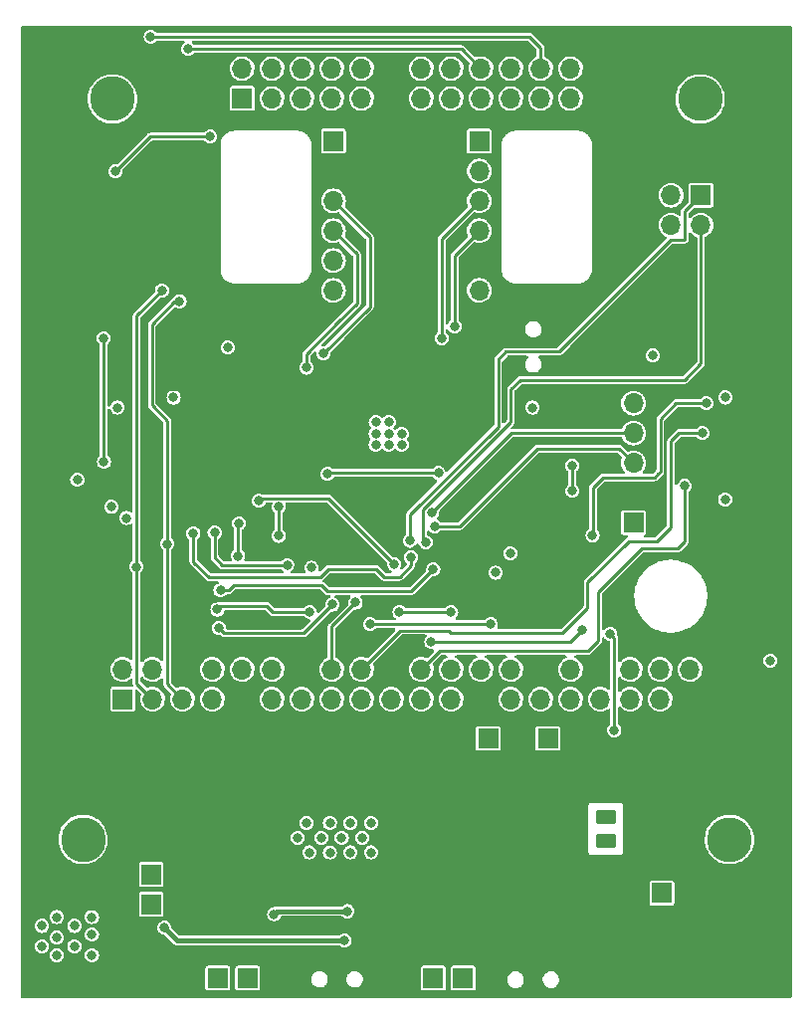
<source format=gbl>
%TF.GenerationSoftware,KiCad,Pcbnew,(6.0.0-0)*%
%TF.CreationDate,2022-06-01T09:02:51+02:00*%
%TF.ProjectId,Zumo_PiZero,5a756d6f-5f50-4695-9a65-726f2e6b6963,rev?*%
%TF.SameCoordinates,Original*%
%TF.FileFunction,Copper,L4,Bot*%
%TF.FilePolarity,Positive*%
%FSLAX46Y46*%
G04 Gerber Fmt 4.6, Leading zero omitted, Abs format (unit mm)*
G04 Created by KiCad (PCBNEW (6.0.0-0)) date 2022-06-01 09:02:51*
%MOMM*%
%LPD*%
G01*
G04 APERTURE LIST*
G04 Aperture macros list*
%AMRoundRect*
0 Rectangle with rounded corners*
0 $1 Rounding radius*
0 $2 $3 $4 $5 $6 $7 $8 $9 X,Y pos of 4 corners*
0 Add a 4 corners polygon primitive as box body*
4,1,4,$2,$3,$4,$5,$6,$7,$8,$9,$2,$3,0*
0 Add four circle primitives for the rounded corners*
1,1,$1+$1,$2,$3*
1,1,$1+$1,$4,$5*
1,1,$1+$1,$6,$7*
1,1,$1+$1,$8,$9*
0 Add four rect primitives between the rounded corners*
20,1,$1+$1,$2,$3,$4,$5,0*
20,1,$1+$1,$4,$5,$6,$7,0*
20,1,$1+$1,$6,$7,$8,$9,0*
20,1,$1+$1,$8,$9,$2,$3,0*%
G04 Aperture macros list end*
%TA.AperFunction,ComponentPad*%
%ADD10R,1.700000X1.700000*%
%TD*%
%TA.AperFunction,ComponentPad*%
%ADD11RoundRect,0.250000X-0.625000X0.350000X-0.625000X-0.350000X0.625000X-0.350000X0.625000X0.350000X0*%
%TD*%
%TA.AperFunction,WasherPad*%
%ADD12C,3.800000*%
%TD*%
%TA.AperFunction,ComponentPad*%
%ADD13O,1.700000X1.700000*%
%TD*%
%TA.AperFunction,ViaPad*%
%ADD14C,0.800000*%
%TD*%
%TA.AperFunction,Conductor*%
%ADD15C,0.250000*%
%TD*%
%TA.AperFunction,Conductor*%
%ADD16C,0.400000*%
%TD*%
G04 APERTURE END LIST*
D10*
%TO.P,U1,1,GND*%
%TO.N,GND*%
X134750000Y-136495000D03*
%TO.P,U1,2,BATT+*%
%TO.N,+BATT*%
X134750000Y-133955000D03*
D11*
%TO.P,U1,3,BATT+*%
%TO.N,unconnected-(U1-Pad3)*%
X129950000Y-129495000D03*
%TO.P,U1,4,GND*%
%TO.N,unconnected-(U1-Pad4)*%
X129950000Y-127495000D03*
D10*
%TO.P,U1,5,GND*%
%TO.N,GND*%
X127580000Y-120795000D03*
%TO.P,U1,6,!PG*%
%TO.N,~{PG}*%
X125040000Y-120795000D03*
%TO.P,U1,7,GND*%
%TO.N,GND*%
X122500000Y-120795000D03*
%TO.P,U1,8,!CHG*%
%TO.N,~{CHG}*%
X119960000Y-120795000D03*
%TO.P,U1,9,GND*%
%TO.N,GND*%
X91300000Y-127293000D03*
%TO.P,U1,10,GND*%
X91300000Y-129833000D03*
%TO.P,U1,11,5.17V*%
%TO.N,VPP*%
X91300000Y-132373000D03*
%TO.P,U1,12,5.17V*%
X91300000Y-134913000D03*
%TO.P,U1,13,V_{CC}*%
%TO.N,unconnected-(U1-Pad13)*%
X96960000Y-141195000D03*
%TO.P,U1,14,EN*%
%TO.N,unconnected-(U1-Pad14)*%
X99500000Y-141195000D03*
%TO.P,U1,15,GND*%
%TO.N,unconnected-(U1-Pad15)*%
X115300000Y-141195000D03*
%TO.P,U1,16,VBUS*%
%TO.N,unconnected-(U1-Pad16)*%
X117840000Y-141195000D03*
%TD*%
D12*
%TO.P,H1,*%
%TO.N,*%
X88000000Y-66400000D03*
%TD*%
%TO.P,H3,*%
%TO.N,*%
X140500000Y-129400000D03*
%TD*%
%TO.P,H2,*%
%TO.N,*%
X138000000Y-66400000D03*
%TD*%
D10*
%TO.P,J5,1,Pin_1*%
%TO.N,/Controller MCU/LEFT_MOTOR_A*%
X106801000Y-69983000D03*
D13*
%TO.P,J5,2,Pin_2*%
%TO.N,GND*%
X106801000Y-72523000D03*
%TO.P,J5,3,Pin_3*%
%TO.N,/Controller MCU/LEFT_ENCODER_A*%
X106801000Y-75063000D03*
%TO.P,J5,4,Pin_4*%
%TO.N,/Controller MCU/LEFT_ENCODER_B*%
X106801000Y-77603000D03*
%TO.P,J5,5,Pin_5*%
%TO.N,+3V3*%
X106801000Y-80143000D03*
%TO.P,J5,6,Pin_6*%
%TO.N,/Controller MCU/LEFT_MOTOR_B*%
X106801000Y-82683000D03*
%TD*%
D10*
%TO.P,J6,1,Pin_1*%
%TO.N,/Controller MCU/RIGHT_MOTOR_B*%
X119199000Y-69983000D03*
D13*
%TO.P,J6,2,Pin_2*%
%TO.N,+3V3*%
X119199000Y-72523000D03*
%TO.P,J6,3,Pin_3*%
%TO.N,/Controller MCU/RIGHT_ENCODER_A*%
X119199000Y-75063000D03*
%TO.P,J6,4,Pin_4*%
%TO.N,/Controller MCU/RIGHT_ENCODER_B*%
X119199000Y-77603000D03*
%TO.P,J6,5,Pin_5*%
%TO.N,GND*%
X119199000Y-80143000D03*
%TO.P,J6,6,Pin_6*%
%TO.N,/Controller MCU/RIGHT_MOTOR_A*%
X119199000Y-82683000D03*
%TD*%
D10*
%TO.P,J1,1,Pin_1*%
%TO.N,/Controller MCU/SERVO1*%
X138065000Y-74583000D03*
D13*
%TO.P,J1,2,Pin_2*%
%TO.N,/Controller MCU/SERVO2*%
X138065000Y-77123000D03*
%TO.P,J1,3,Pin_3*%
%TO.N,VDC*%
X135525000Y-74583000D03*
%TO.P,J1,4,Pin_4*%
X135525000Y-77123000D03*
%TO.P,J1,5,Pin_5*%
%TO.N,GND*%
X132985000Y-74583000D03*
%TO.P,J1,6,Pin_6*%
X132985000Y-77123000D03*
%TD*%
D12*
%TO.P,H4,*%
%TO.N,*%
X85500000Y-129400000D03*
%TD*%
D10*
%TO.P,U3,1,3v3_Power*%
%TO.N,unconnected-(U3-Pad1)*%
X88870000Y-117474000D03*
D13*
%TO.P,U3,2,5V_Power*%
%TO.N,+5V*%
X88870000Y-114934000D03*
%TO.P,U3,3,GPIO2_WIRING8(I2C1_SDA/SMI_SA3/DPI_VSYNC/AVEOUT_VSYNC/AVEIN_VSYNC)*%
%TO.N,SDA*%
X91410000Y-117474000D03*
%TO.P,U3,4,5V_Power*%
%TO.N,+5V*%
X91410000Y-114934000D03*
%TO.P,U3,5,GPIO3_WIRING9(I2C1_SCL/SMI_SA2/DPI_HSYNC/AVEOUT_HSYNC/AVEIN_HSYNC)*%
%TO.N,SCL*%
X93950000Y-117474000D03*
%TO.P,U3,6,Ground*%
%TO.N,GND*%
X93950000Y-114934000D03*
%TO.P,U3,7,GPIO4_WIRING7(GPCLK0/SMI_SA1/DPI_D0/AVEOUT_VID0/AVEIN_VID0/JTAG_TDI)*%
%TO.N,unconnected-(U3-Pad7)*%
X96490000Y-117474000D03*
%TO.P,U3,8,(UART1_TXD/AVEIN_VID10/AVEOUT_VID10/DSI_D10/SMI_SD6/UART0_TXD)WIRING15_GPIO14*%
%TO.N,unconnected-(U3-Pad8)*%
X96490000Y-114934000D03*
%TO.P,U3,9,Ground*%
%TO.N,GND*%
X99030000Y-117474000D03*
%TO.P,U3,10,(UART1_RXD/AVEIN_VID11/AVEOUT_VID11/DPI_D11/SMI_SD7/UART0_RXD)WIRING16_GPIO15*%
%TO.N,unconnected-(U3-Pad10)*%
X99030000Y-114934000D03*
%TO.P,U3,11,GPIO17_WIRING0(FL1/SMI_SD9/DPI_D13/UART0_RTS/SPI1_CE1/UART1_RTS)*%
%TO.N,unconnected-(U3-Pad11)*%
X101570000Y-117474000D03*
%TO.P,U3,12,(PWM0/SPI1_CE0/I2CSCL_SDA_/MOSI/DPI_D14/SMI_SD10/PCM_CLK)WIRING1_GPIO18*%
%TO.N,~{RST}*%
X101570000Y-114934000D03*
%TO.P,U3,13,GPIO27_WIRING27(SD0_DAT3/TE1/DPI_D23/SD1_DAT3/JTAG_TMS)*%
%TO.N,unconnected-(U3-Pad13)*%
X104110000Y-117474000D03*
%TO.P,U3,14,Ground*%
%TO.N,GND*%
X104110000Y-114934000D03*
%TO.P,U3,15,GPIO22_WIRING3(SD0_CLK/SMI_SD14/DPI_D18/SD1_CLK/JTAG_TRST)*%
%TO.N,unconnected-(U3-Pad15)*%
X106650000Y-117474000D03*
%TO.P,U3,16,JTAG_RTCK/SD1_CMD/DPI_D19/SMI_SD15/SD0_CMD)WIRING4_GPIO23*%
%TO.N,RPI_POWER_STATUS*%
X106650000Y-114934000D03*
%TO.P,U3,17,3v3_Power*%
%TO.N,unconnected-(U3-Pad17)*%
X109190000Y-117474000D03*
%TO.P,U3,18,(JTAG_TDO/SD1_DAT0/DPI_D20/SMI_SD16/SD0_DAT0)WIRING5_GPIO24*%
%TO.N,SWDIO*%
X109190000Y-114934000D03*
%TO.P,U3,19,GPIO10_WIRING12(SPI0_MOSI/SMI_SD2/DPI_D6/AVEOUT_VID6/AVEIN_VID6)*%
%TO.N,unconnected-(U3-Pad19)*%
X111730000Y-117474000D03*
%TO.P,U3,20,Ground*%
%TO.N,GND*%
X111730000Y-114934000D03*
%TO.P,U3,21,GPIO9_WIRING13(SPI0_MISO/SMI_SD1/DPI_D5/AVEOUT_VID5/AVEIN_VID5)*%
%TO.N,unconnected-(U3-Pad21)*%
X114270000Y-117474000D03*
%TO.P,U3,22,(JTAG_TCK/SD1_DAT1/DPI_D21/SMI_SD17/SD0_DAT1)WIRING6_GPIO25*%
%TO.N,SWCLK*%
X114270000Y-114934000D03*
%TO.P,U3,23,GPIO11_WIRING14(SPI0_SCLK/SMI_SD3/DPI_D7/AVEOUT_VID7/AVEIN_VID7)*%
%TO.N,unconnected-(U3-Pad23)*%
X116810000Y-117474000D03*
%TO.P,U3,24,(AVEIN_VID4/AVEOUT_VID4/DPI_D4/SMI_SD0/SPI0_CE0)WIRING10_GPIO8*%
%TO.N,RPI_POWER_DOWN*%
X116810000Y-114934000D03*
%TO.P,U3,25,Ground*%
%TO.N,GND*%
X119350000Y-117474000D03*
%TO.P,U3,26,(AVEIN_VID3/AVEOUT_VID3/DPI_D3/SMI_SWE_N_/SRW_N/SPI0_CE1)WIRNG11_GPIO7*%
%TO.N,unconnected-(U3-Pad26)*%
X119350000Y-114934000D03*
%TO.P,U3,27,GPIO0_WIRING30(I2C0_SDA/SMI_SA5/DPI_CLK/AVEOUT_VCLK/AVEIN_VCLK)*%
%TO.N,unconnected-(U3-Pad27)*%
X121890000Y-117474000D03*
%TO.P,U3,28,(AVEIN_DSYNC/AVEOUT_DSYNC/DPI_DEN/SMI_SA4/I2C0_SCL)WIRING31_GPIO1*%
%TO.N,unconnected-(U3-Pad28)*%
X121890000Y-114934000D03*
%TO.P,U3,29,GPIO5_WIRING21(GPCLK1/SMI_SA0/DPI_D1/AVEOUT_VID1/AVEIN_VID1/JTAG_TDO)*%
%TO.N,unconnected-(U3-Pad29)*%
X124430000Y-117474000D03*
%TO.P,U3,30,Ground*%
%TO.N,GND*%
X124430000Y-114934000D03*
%TO.P,U3,31,GPIO6_WIRING22(GPCLK2/SMI_SOE_N/SE/DPI_D2/AVEOUT_VID2/AVEIN_VID2/JTAG_RTCK)*%
%TO.N,unconnected-(U3-Pad31)*%
X126970000Y-117474000D03*
%TO.P,U3,32,(JTAG_TMS/AVEIN_VID8/AVEOUT_VID8/DPI_D8/SMI_SD4/PWM0)WIRING26_GPIO12*%
%TO.N,unconnected-(U3-Pad32)*%
X126970000Y-114934000D03*
%TO.P,U3,33,GPIO13_WIRING23(PWM1/SMI_SD5/DPI_D9/AVEOUT_VID9/AVEIN_VID9/JTAG_TCK)*%
%TO.N,unconnected-(U3-Pad33)*%
X129510000Y-117474000D03*
%TO.P,U3,34,Ground*%
%TO.N,GND*%
X129510000Y-114934000D03*
%TO.P,U3,35,GPIO19_WIRING24(PCM_FS/SMI_SD11/DPI_D15/I2CSL_SCL_/SCLK/SPI1_MISO/PWM1)*%
%TO.N,unconnected-(U3-Pad35)*%
X132050000Y-117474000D03*
%TO.P,U3,36,(UART1_CTS/SPI1_CE2/UART0_CTS/DPI_D12/SMI_SD8/FL0)WIRING27_GPIO16*%
%TO.N,unconnected-(U3-Pad36)*%
X132050000Y-114934000D03*
%TO.P,U3,37,GPIO26_WIRING25(SD0_DAT2/TE0/DPI_D22/SD1_DAT2/JTAG_TDI)*%
%TO.N,unconnected-(U3-Pad37)*%
X134590000Y-117474000D03*
%TO.P,U3,38,(GPCLK0/SPI1_MOSI/I2CSL_MISO/DPI_D16/SMI_SD12/PCM_DIN)WIRING28_GPIO20*%
%TO.N,unconnected-(U3-Pad38)*%
X134590000Y-114934000D03*
%TO.P,U3,39,Ground*%
%TO.N,GND*%
X137130000Y-117474000D03*
%TO.P,U3,40,(GPCLK1/SPI1_SCLK/I2CSL_CE/DPI_D17/SMI_SD13/PCM_DOUT)WIRING29_GPIO21*%
%TO.N,unconnected-(U3-Pad40)*%
X137130000Y-114934000D03*
%TD*%
D10*
%TO.P,J4,1,Pin_1*%
%TO.N,+3V3*%
X132333000Y-102444000D03*
D13*
%TO.P,J4,2,Pin_2*%
%TO.N,GND*%
X132333000Y-99904000D03*
%TO.P,J4,3,Pin_3*%
%TO.N,/Controller MCU/MCU_SWCLK*%
X132333000Y-97364000D03*
%TO.P,J4,4,Pin_4*%
%TO.N,/Controller MCU/MCU_SWDIO*%
X132333000Y-94824000D03*
%TO.P,J4,5,Pin_5*%
%TO.N,/Controller MCU/MCU_~{RST}*%
X132333000Y-92284000D03*
%TD*%
D10*
%TO.P,J2,1,V_POWER*%
%TO.N,VDC*%
X99030000Y-66350000D03*
D13*
%TO.P,J2,2,DUD2*%
%TO.N,unconnected-(J2-Pad2)*%
X99030000Y-63810000D03*
%TO.P,J2,3,ZSA_0*%
%TO.N,/Controller MCU/ZSA_0*%
X101570000Y-66350000D03*
%TO.P,J2,4,ZSA_1*%
%TO.N,/Controller MCU/ZSA_1*%
X101570000Y-63810000D03*
%TO.P,J2,5,DUD5*%
%TO.N,unconnected-(J2-Pad5)*%
X104110000Y-66350000D03*
%TO.P,J2,6,DUD6*%
%TO.N,unconnected-(J2-Pad6)*%
X104110000Y-63810000D03*
%TO.P,J2,7,DUD7*%
%TO.N,unconnected-(J2-Pad7)*%
X106650000Y-66350000D03*
%TO.P,J2,8,DUD8*%
%TO.N,unconnected-(J2-Pad8)*%
X106650000Y-63810000D03*
%TO.P,J2,9,ZSA2*%
%TO.N,/Controller MCU/ZSA_2*%
X109190000Y-66350000D03*
%TO.P,J2,10,DUD10*%
%TO.N,unconnected-(J2-Pad10)*%
X109190000Y-63810000D03*
%TO.P,J2,11,GND*%
%TO.N,GND*%
X111730000Y-66350000D03*
%TO.P,J2,12,GND*%
X111730000Y-63810000D03*
%TO.P,J2,13,DUD13*%
%TO.N,unconnected-(J2-Pad13)*%
X114270000Y-66350000D03*
%TO.P,J2,14,V_LOGIC*%
%TO.N,+3V3*%
X114270000Y-63810000D03*
%TO.P,J2,15,ZSA_5*%
%TO.N,/Controller MCU/ZSA_5*%
X116810000Y-66350000D03*
%TO.P,J2,16,LED_CONTRO1*%
%TO.N,/Controller MCU/ZSA_LED*%
X116810000Y-63810000D03*
%TO.P,J2,17,LED_CONTROL2*%
X119350000Y-66350000D03*
%TO.P,J2,18,ZSA_4*%
%TO.N,/Controller MCU/ZSA_4*%
X119350000Y-63810000D03*
%TO.P,J2,19,DUD19*%
%TO.N,unconnected-(J2-Pad19)*%
X121890000Y-66350000D03*
%TO.P,J2,20,DUD20*%
%TO.N,unconnected-(J2-Pad20)*%
X121890000Y-63810000D03*
%TO.P,J2,21,DUD21*%
%TO.N,unconnected-(J2-Pad21)*%
X124430000Y-66350000D03*
%TO.P,J2,22,ZSA_3*%
%TO.N,/Controller MCU/ZSA_3*%
X124430000Y-63810000D03*
%TO.P,J2,23,DUD23*%
%TO.N,unconnected-(J2-Pad23)*%
X126970000Y-66350000D03*
%TO.P,J2,24,DUD24*%
%TO.N,unconnected-(J2-Pad24)*%
X126970000Y-63810000D03*
%TD*%
D14*
%TO.N,VDC*%
X111500000Y-93900000D03*
X110400000Y-93900000D03*
X110400000Y-94900000D03*
X111500000Y-94900000D03*
X112600000Y-94900000D03*
X110400000Y-95800000D03*
X111500000Y-95800000D03*
X112600000Y-95800000D03*
%TO.N,GND*%
X84104000Y-65302000D03*
X87400000Y-62000000D03*
X92200000Y-63200000D03*
X87354000Y-133183000D03*
X103200000Y-120400000D03*
X88000000Y-105200000D03*
X130400000Y-141200000D03*
X112088000Y-86868000D03*
X117800000Y-133600000D03*
X99238000Y-99861000D03*
X85600000Y-105200000D03*
X113800000Y-95000000D03*
X110000000Y-124400000D03*
X144200000Y-141000000D03*
X98600000Y-90600000D03*
X116810000Y-97205000D03*
X113748000Y-88379000D03*
X104400000Y-86600000D03*
X96250000Y-131750000D03*
X115658000Y-93200000D03*
X102400000Y-88800000D03*
X91200000Y-80600000D03*
X144200000Y-63600000D03*
X104400000Y-84600000D03*
X144000000Y-122200000D03*
X126000000Y-106400000D03*
X89000000Y-112200000D03*
X126000000Y-104200000D03*
X144600000Y-79000000D03*
X144200000Y-69800000D03*
X91000000Y-74600000D03*
X135121000Y-86773000D03*
X126000000Y-101600000D03*
X98496000Y-110652000D03*
X116600000Y-124400000D03*
X85200000Y-72800000D03*
X144000000Y-130200000D03*
X86650000Y-100200000D03*
X132000000Y-69800000D03*
X137800000Y-141000000D03*
X96400000Y-92200000D03*
X91400000Y-110400000D03*
X111800000Y-137800000D03*
X87350000Y-77800000D03*
X88225000Y-126667000D03*
X111800000Y-133800000D03*
X132000000Y-63600000D03*
X144600000Y-90200000D03*
X99194000Y-108663000D03*
X85600000Y-97400000D03*
X144600000Y-102600000D03*
X98000000Y-131750000D03*
X89000000Y-108200000D03*
X129600000Y-91400000D03*
X132177000Y-86871000D03*
X100800000Y-86600000D03*
X117800000Y-137800000D03*
X93200000Y-77200000D03*
X138800000Y-102800000D03*
X107088000Y-107362000D03*
X112075000Y-88347000D03*
X101013000Y-101788000D03*
X107800000Y-99800000D03*
X103200000Y-124400000D03*
X82200000Y-62800000D03*
X110000000Y-120200000D03*
X91600000Y-120400000D03*
X100800000Y-84600000D03*
X113741000Y-86861000D03*
X85400000Y-108200000D03*
X97400000Y-120200000D03*
X111978000Y-104418000D03*
X119813000Y-99180000D03*
X126000000Y-108600000D03*
X85600000Y-112200000D03*
X116600000Y-120200000D03*
X91400000Y-100600000D03*
%TO.N,+3V3*%
X123750000Y-92650000D03*
X109250000Y-129250000D03*
X87900000Y-101100000D03*
X104500000Y-128000000D03*
X85000000Y-98800000D03*
X97800000Y-87550000D03*
X106500000Y-128000000D03*
X103750000Y-129250000D03*
X108250000Y-130500000D03*
X140139000Y-91792000D03*
X121848000Y-105056000D03*
X110000000Y-128000000D03*
X140122000Y-100466000D03*
X89200000Y-102050000D03*
X108250000Y-128000000D03*
X104932000Y-106274500D03*
X104750000Y-130500000D03*
X105750000Y-129250000D03*
X88400000Y-92650000D03*
X143983000Y-114183000D03*
X107500000Y-129250000D03*
X133964000Y-88222000D03*
X110000000Y-130500000D03*
X120600000Y-106700000D03*
X106500000Y-130500000D03*
X93200000Y-91800000D03*
%TO.N,SDA*%
X90050000Y-106200000D03*
X92200000Y-82700000D03*
%TO.N,SCL*%
X92650000Y-104250000D03*
X93700000Y-83600000D03*
%TO.N,SWDIO*%
X138196000Y-94830000D03*
%TO.N,SWCLK*%
X136679000Y-99313000D03*
%TO.N,VDC*%
X84750000Y-138500000D03*
X84750000Y-136750000D03*
X86250000Y-139250000D03*
X83250000Y-137750000D03*
X108000000Y-135500000D03*
X86250000Y-136000000D03*
X101750000Y-135750000D03*
X82000000Y-136750000D03*
X82000000Y-138500000D03*
X83250000Y-139250000D03*
X83250000Y-136000000D03*
X86250000Y-137500000D03*
%TO.N,Net-(D1-Pad4)*%
X107750000Y-138000000D03*
X92405000Y-136905000D03*
%TO.N,+BATT*%
X130694000Y-120089000D03*
X127127000Y-99743000D03*
X127113000Y-97584000D03*
X130353000Y-111887000D03*
%TO.N,/Controller MCU/MCU_SWCLK*%
X115411000Y-102756000D03*
%TO.N,/Controller MCU/MCU_SWDIO*%
X115201000Y-101573000D03*
%TO.N,~{RST}*%
X138527000Y-92290000D03*
X115128000Y-112602000D03*
X128844000Y-103512000D03*
X127993000Y-111560000D03*
%TO.N,/Controller MCU/LEFT_ENCODER_A*%
X105950000Y-88050000D03*
%TO.N,/Controller MCU/LEFT_ENCODER_B*%
X104500000Y-89250000D03*
%TO.N,/Controller MCU/RIGHT_ENCODER_A*%
X116000000Y-86750000D03*
%TO.N,/Controller MCU/RIGHT_ENCODER_B*%
X117100000Y-85750000D03*
%TO.N,/Controller MCU/ZSA_LED*%
X88250000Y-72550000D03*
X96300000Y-69600000D03*
%TO.N,/Controller MCU/ZSA_4*%
X94450000Y-62150000D03*
%TO.N,/Controller MCU/ZSA_3*%
X102161000Y-103562000D03*
X91250000Y-61100000D03*
X102150000Y-101100000D03*
%TO.N,/Controller MCU/MPU6050_INT*%
X106309000Y-98304000D03*
X115737000Y-98218000D03*
%TO.N,/Controller MCU/RED_LED*%
X98760000Y-102502000D03*
X98690000Y-105265000D03*
%TO.N,/Controller MCU/BLUE_LED*%
X113398000Y-105388000D03*
X94880000Y-103362000D03*
%TO.N,/Controller MCU/GREEN_LED*%
X96685000Y-103292000D03*
X102860000Y-106045000D03*
%TO.N,/Controller MCU/SERVO1*%
X113294000Y-103973000D03*
%TO.N,/Controller MCU/SERVO2*%
X114644000Y-104105000D03*
%TO.N,/Controller MCU/BUTTON_1*%
X120194000Y-111078000D03*
X109905000Y-111077000D03*
%TO.N,/Controller MCU/BUTTON_2*%
X100452000Y-100582000D03*
X87250000Y-86750000D03*
X111934698Y-105950698D03*
X87275000Y-97270000D03*
%TO.N,RPI_POWER_DOWN*%
X116815000Y-110075000D03*
X112420000Y-110043000D03*
%TO.N,RPI_POWER_STATUS*%
X108680000Y-109241000D03*
%TO.N,/Controller MCU/SPI_~{SS}*%
X97186000Y-108203000D03*
X115294000Y-106417000D03*
%TO.N,/Controller MCU/SPI_MISO*%
X104796000Y-110065000D03*
X96926000Y-109834000D03*
%TO.N,/Controller MCU/FLASH_~{WP}*%
X106714000Y-109411000D03*
X97034000Y-111399000D03*
%TD*%
D15*
%TO.N,SDA*%
X90050000Y-106200000D02*
X90050000Y-84850000D01*
X90050000Y-84850000D02*
X92200000Y-82700000D01*
X90050000Y-116114000D02*
X90050000Y-106200000D01*
X91410000Y-117474000D02*
X90050000Y-116114000D01*
%TO.N,SCL*%
X92650000Y-93750000D02*
X91450000Y-92550000D01*
X93300000Y-83600000D02*
X93700000Y-83600000D01*
X92650000Y-116174000D02*
X92650000Y-104250000D01*
X93950000Y-117474000D02*
X92650000Y-116174000D01*
X91450000Y-92550000D02*
X91350000Y-92450000D01*
X91350000Y-92450000D02*
X91350000Y-87000000D01*
X92650000Y-104250000D02*
X92650000Y-93750000D01*
X93250000Y-83650000D02*
X93300000Y-83600000D01*
X91350000Y-87000000D02*
X91350000Y-85550000D01*
X91350000Y-85550000D02*
X93250000Y-83650000D01*
%TO.N,SWDIO*%
X116788511Y-111821511D02*
X126283511Y-111821511D01*
X128415000Y-107535000D02*
X131908000Y-104042000D01*
X128415000Y-109690022D02*
X128415000Y-107535000D01*
X136188000Y-94830000D02*
X138196000Y-94830000D01*
X109190000Y-114934000D02*
X112501000Y-111623000D01*
X126283511Y-111821511D02*
X128415000Y-109690022D01*
X112501000Y-111623000D02*
X116590000Y-111623000D01*
X131908000Y-104042000D02*
X134295000Y-104042000D01*
X135522000Y-95496000D02*
X136188000Y-94830000D01*
X134295000Y-104042000D02*
X135522000Y-102815000D01*
X116590000Y-111623000D02*
X116788511Y-111821511D01*
X135522000Y-102815000D02*
X135522000Y-95496000D01*
%TO.N,SWCLK*%
X136681000Y-104058000D02*
X136681000Y-99315000D01*
X129299000Y-108356000D02*
X133015000Y-104640000D01*
X114270000Y-114934000D02*
X115816000Y-113388000D01*
X133015000Y-104640000D02*
X136099000Y-104640000D01*
X115816000Y-113388000D02*
X128442000Y-113388000D01*
X128442000Y-113388000D02*
X129299000Y-112531000D01*
X136099000Y-104640000D02*
X136681000Y-104058000D01*
X129299000Y-112531000D02*
X129299000Y-108356000D01*
X136681000Y-99315000D02*
X136679000Y-99313000D01*
D16*
%TO.N,VDC*%
X102000000Y-135500000D02*
X101750000Y-135750000D01*
X108000000Y-135500000D02*
X102000000Y-135500000D01*
%TO.N,Net-(D1-Pad4)*%
X93500000Y-138000000D02*
X106000000Y-138000000D01*
X92405000Y-136905000D02*
X93500000Y-138000000D01*
X106000000Y-138000000D02*
X107750000Y-138000000D01*
D15*
%TO.N,+BATT*%
X130684511Y-120079511D02*
X130694000Y-120089000D01*
X127113000Y-99729000D02*
X127127000Y-99743000D01*
X127113000Y-97584000D02*
X127113000Y-99729000D01*
X130353000Y-111887000D02*
X130684511Y-112218511D01*
X130684511Y-112218511D02*
X130684511Y-120079511D01*
%TO.N,/Controller MCU/MCU_SWCLK*%
X132333000Y-97364000D02*
X131126000Y-96157000D01*
X117520000Y-102756000D02*
X115411000Y-102756000D01*
X124119000Y-96157000D02*
X117520000Y-102756000D01*
X131126000Y-96157000D02*
X124119000Y-96157000D01*
%TO.N,/Controller MCU/MCU_SWDIO*%
X121950000Y-94824000D02*
X132333000Y-94824000D01*
X115201000Y-101573000D02*
X121950000Y-94824000D01*
%TO.N,~{RST}*%
X134606000Y-93621000D02*
X135937000Y-92290000D01*
X128861000Y-99488000D02*
X129759000Y-98590000D01*
X134606000Y-98098000D02*
X134606000Y-93621000D01*
X135937000Y-92290000D02*
X138527000Y-92290000D01*
X134408000Y-98296000D02*
X134606000Y-98098000D01*
X126951000Y-112602000D02*
X127993000Y-111560000D01*
X128844000Y-103512000D02*
X128861000Y-103495000D01*
X132960000Y-98590000D02*
X134114000Y-98590000D01*
X129759000Y-98590000D02*
X132960000Y-98590000D01*
X128861000Y-103495000D02*
X128861000Y-99488000D01*
X134114000Y-98590000D02*
X134408000Y-98296000D01*
X115128000Y-112602000D02*
X126951000Y-112602000D01*
%TO.N,/Controller MCU/LEFT_ENCODER_A*%
X105950000Y-88050000D02*
X109900000Y-84100000D01*
X109900000Y-78162000D02*
X106801000Y-75063000D01*
X109900000Y-84100000D02*
X109900000Y-78162000D01*
%TO.N,/Controller MCU/LEFT_ENCODER_B*%
X106801000Y-77603000D02*
X108800000Y-79602000D01*
X108800000Y-83800000D02*
X107250000Y-85350000D01*
X108800000Y-79602000D02*
X108800000Y-81450000D01*
X108800000Y-81450000D02*
X108800000Y-83800000D01*
X104500000Y-88100000D02*
X104500000Y-89250000D01*
X107250000Y-85350000D02*
X104500000Y-88100000D01*
%TO.N,/Controller MCU/RIGHT_ENCODER_A*%
X116000000Y-78262000D02*
X119199000Y-75063000D01*
X116000000Y-86750000D02*
X116000000Y-78262000D01*
%TO.N,/Controller MCU/RIGHT_ENCODER_B*%
X117100000Y-85750000D02*
X117100000Y-79702000D01*
X117100000Y-79702000D02*
X119199000Y-77603000D01*
%TO.N,/Controller MCU/ZSA_LED*%
X91200000Y-69600000D02*
X96300000Y-69600000D01*
X88250000Y-72550000D02*
X91200000Y-69600000D01*
%TO.N,/Controller MCU/ZSA_4*%
X94450000Y-62150000D02*
X117690000Y-62150000D01*
X117690000Y-62150000D02*
X119350000Y-63810000D01*
%TO.N,/Controller MCU/ZSA_3*%
X124430000Y-62080000D02*
X123450000Y-61100000D01*
X124430000Y-63810000D02*
X124430000Y-62080000D01*
X91250000Y-61100000D02*
X123450000Y-61100000D01*
X102161000Y-103562000D02*
X102161000Y-101111000D01*
X102161000Y-101111000D02*
X102150000Y-101100000D01*
%TO.N,/Controller MCU/MPU6050_INT*%
X115737000Y-98218000D02*
X106395000Y-98218000D01*
X106395000Y-98218000D02*
X106309000Y-98304000D01*
%TO.N,/Controller MCU/RED_LED*%
X98690000Y-102572000D02*
X98760000Y-102502000D01*
X98690000Y-105265000D02*
X98690000Y-102572000D01*
%TO.N,/Controller MCU/BLUE_LED*%
X111086000Y-107059000D02*
X110418000Y-106391000D01*
X110418000Y-106391000D02*
X106347000Y-106391000D01*
X113398000Y-105388000D02*
X113398000Y-106099000D01*
X105669000Y-107069000D02*
X96169000Y-107069000D01*
X94880000Y-105780000D02*
X94880000Y-103362000D01*
X96169000Y-107069000D02*
X94880000Y-105780000D01*
X106347000Y-106391000D02*
X105669000Y-107069000D01*
X112438000Y-107059000D02*
X111086000Y-107059000D01*
X113398000Y-106099000D02*
X112438000Y-107059000D01*
%TO.N,/Controller MCU/GREEN_LED*%
X102838000Y-106067000D02*
X102860000Y-106045000D01*
X96685000Y-103292000D02*
X96685000Y-105411000D01*
X97341000Y-106067000D02*
X102838000Y-106067000D01*
X96685000Y-105411000D02*
X97341000Y-106067000D01*
%TO.N,/Controller MCU/SERVO1*%
X125979000Y-87907000D02*
X126520000Y-87366000D01*
X120804000Y-94259000D02*
X120804000Y-91627000D01*
X120804000Y-91627000D02*
X120804000Y-88573000D01*
X113294000Y-101769000D02*
X120804000Y-94259000D01*
X136699511Y-75948489D02*
X138065000Y-74583000D01*
X136699511Y-78363489D02*
X135522511Y-78363489D01*
X120804000Y-88573000D02*
X121470000Y-87907000D01*
X136699511Y-78363489D02*
X136699511Y-75948489D01*
X121470000Y-87907000D02*
X125979000Y-87907000D01*
X135522511Y-78363489D02*
X126678000Y-87208000D01*
X126520000Y-87366000D02*
X126678000Y-87208000D01*
X113294000Y-103973000D02*
X113294000Y-101769000D01*
%TO.N,/Controller MCU/SERVO2*%
X138065000Y-88920000D02*
X138065000Y-81221000D01*
X138065000Y-81221000D02*
X138065000Y-77123000D01*
X122679000Y-90299000D02*
X136686000Y-90299000D01*
X114414000Y-101335386D02*
X121891386Y-93858000D01*
X121891386Y-93858000D02*
X121891386Y-91086614D01*
X114414000Y-103875000D02*
X114414000Y-101335386D01*
X121891386Y-91086614D02*
X122679000Y-90299000D01*
X114644000Y-104105000D02*
X114414000Y-103875000D01*
X136686000Y-90299000D02*
X138065000Y-88920000D01*
%TO.N,/Controller MCU/BUTTON_1*%
X118398000Y-111077000D02*
X120193000Y-111077000D01*
X109905000Y-111077000D02*
X118398000Y-111077000D01*
X120193000Y-111077000D02*
X120194000Y-111078000D01*
%TO.N,/Controller MCU/BUTTON_2*%
X100658511Y-100375489D02*
X100452000Y-100582000D01*
X106359489Y-100375489D02*
X100658511Y-100375489D01*
X87250000Y-97245000D02*
X87250000Y-86750000D01*
X111934698Y-105950698D02*
X106359489Y-100375489D01*
X87275000Y-97270000D02*
X87250000Y-97245000D01*
%TO.N,RPI_POWER_DOWN*%
X116783000Y-110043000D02*
X116815000Y-110075000D01*
X112420000Y-110043000D02*
X116783000Y-110043000D01*
%TO.N,RPI_POWER_STATUS*%
X108680000Y-109241000D02*
X106650000Y-111271000D01*
X106650000Y-111271000D02*
X106650000Y-114934000D01*
%TO.N,/Controller MCU/SPI_~{SS}*%
X98321000Y-107763000D02*
X105771000Y-107763000D01*
X106299000Y-108291000D02*
X113420000Y-108291000D01*
X105771000Y-107763000D02*
X106299000Y-108291000D01*
X97881000Y-108203000D02*
X98321000Y-107763000D01*
X97186000Y-108203000D02*
X97881000Y-108203000D01*
X113420000Y-108291000D02*
X115294000Y-106417000D01*
%TO.N,/Controller MCU/SPI_MISO*%
X101104000Y-109526000D02*
X97234000Y-109526000D01*
X97234000Y-109526000D02*
X96926000Y-109834000D01*
X104796000Y-110065000D02*
X101643000Y-110065000D01*
X101643000Y-110065000D02*
X101104000Y-109526000D01*
%TO.N,/Controller MCU/FLASH_~{WP}*%
X104268000Y-111857000D02*
X106714000Y-109411000D01*
X97492000Y-111857000D02*
X104268000Y-111857000D01*
X97034000Y-111399000D02*
X97492000Y-111857000D01*
%TD*%
%TA.AperFunction,Conductor*%
%TO.N,GND*%
G36*
X145742121Y-60220002D02*
G01*
X145788614Y-60273658D01*
X145800000Y-60326000D01*
X145800000Y-142774000D01*
X145779998Y-142842121D01*
X145726342Y-142888614D01*
X145674000Y-142900000D01*
X80326000Y-142900000D01*
X80257879Y-142879998D01*
X80211386Y-142826342D01*
X80200000Y-142774000D01*
X80200000Y-142064748D01*
X95909500Y-142064748D01*
X95921133Y-142123231D01*
X95965448Y-142189552D01*
X96031769Y-142233867D01*
X96043938Y-142236288D01*
X96043939Y-142236288D01*
X96084184Y-142244293D01*
X96090252Y-142245500D01*
X97829748Y-142245500D01*
X97835816Y-142244293D01*
X97876061Y-142236288D01*
X97876062Y-142236288D01*
X97888231Y-142233867D01*
X97954552Y-142189552D01*
X97998867Y-142123231D01*
X98010500Y-142064748D01*
X98449500Y-142064748D01*
X98461133Y-142123231D01*
X98505448Y-142189552D01*
X98571769Y-142233867D01*
X98583938Y-142236288D01*
X98583939Y-142236288D01*
X98624184Y-142244293D01*
X98630252Y-142245500D01*
X100369748Y-142245500D01*
X100375816Y-142244293D01*
X100416061Y-142236288D01*
X100416062Y-142236288D01*
X100428231Y-142233867D01*
X100494552Y-142189552D01*
X100538867Y-142123231D01*
X100550500Y-142064748D01*
X114249500Y-142064748D01*
X114261133Y-142123231D01*
X114305448Y-142189552D01*
X114371769Y-142233867D01*
X114383938Y-142236288D01*
X114383939Y-142236288D01*
X114424184Y-142244293D01*
X114430252Y-142245500D01*
X116169748Y-142245500D01*
X116175816Y-142244293D01*
X116216061Y-142236288D01*
X116216062Y-142236288D01*
X116228231Y-142233867D01*
X116294552Y-142189552D01*
X116338867Y-142123231D01*
X116350500Y-142064748D01*
X116789500Y-142064748D01*
X116801133Y-142123231D01*
X116845448Y-142189552D01*
X116911769Y-142233867D01*
X116923938Y-142236288D01*
X116923939Y-142236288D01*
X116964184Y-142244293D01*
X116970252Y-142245500D01*
X118709748Y-142245500D01*
X118715816Y-142244293D01*
X118756061Y-142236288D01*
X118756062Y-142236288D01*
X118768231Y-142233867D01*
X118834552Y-142189552D01*
X118878867Y-142123231D01*
X118890500Y-142064748D01*
X118890500Y-141411105D01*
X121599031Y-141411105D01*
X121638612Y-141575968D01*
X121716375Y-141726631D01*
X121721367Y-141732353D01*
X121721368Y-141732355D01*
X121783808Y-141803931D01*
X121827831Y-141854396D01*
X121834045Y-141858763D01*
X121960330Y-141947518D01*
X121960332Y-141947519D01*
X121966547Y-141951887D01*
X122124513Y-142013476D01*
X122132046Y-142014468D01*
X122132047Y-142014468D01*
X122249739Y-142029962D01*
X122253826Y-142030500D01*
X122342516Y-142030500D01*
X122468320Y-142015276D01*
X122626923Y-141955345D01*
X122671589Y-141924647D01*
X122760392Y-141863614D01*
X122760393Y-141863613D01*
X122766651Y-141859312D01*
X122776132Y-141848671D01*
X122874388Y-141738392D01*
X122874390Y-141738388D01*
X122879440Y-141732721D01*
X122886238Y-141719883D01*
X122955224Y-141589589D01*
X122958776Y-141582881D01*
X123000081Y-141418441D01*
X123000119Y-141411105D01*
X124599031Y-141411105D01*
X124638612Y-141575968D01*
X124716375Y-141726631D01*
X124721367Y-141732353D01*
X124721368Y-141732355D01*
X124783808Y-141803931D01*
X124827831Y-141854396D01*
X124834045Y-141858763D01*
X124960330Y-141947518D01*
X124960332Y-141947519D01*
X124966547Y-141951887D01*
X125124513Y-142013476D01*
X125132046Y-142014468D01*
X125132047Y-142014468D01*
X125249739Y-142029962D01*
X125253826Y-142030500D01*
X125342516Y-142030500D01*
X125468320Y-142015276D01*
X125626923Y-141955345D01*
X125671589Y-141924647D01*
X125760392Y-141863614D01*
X125760393Y-141863613D01*
X125766651Y-141859312D01*
X125776132Y-141848671D01*
X125874388Y-141738392D01*
X125874390Y-141738388D01*
X125879440Y-141732721D01*
X125886238Y-141719883D01*
X125955224Y-141589589D01*
X125958776Y-141582881D01*
X126000081Y-141418441D01*
X126000969Y-141248895D01*
X125995592Y-141226495D01*
X125963161Y-141091417D01*
X125961388Y-141084032D01*
X125942422Y-141047285D01*
X125887108Y-140940117D01*
X125887108Y-140940116D01*
X125883625Y-140933369D01*
X125878313Y-140927279D01*
X125777163Y-140811329D01*
X125772169Y-140805604D01*
X125713649Y-140764475D01*
X125639670Y-140712482D01*
X125639668Y-140712481D01*
X125633453Y-140708113D01*
X125475487Y-140646524D01*
X125467954Y-140645532D01*
X125467953Y-140645532D01*
X125350261Y-140630038D01*
X125350260Y-140630038D01*
X125346174Y-140629500D01*
X125257484Y-140629500D01*
X125131680Y-140644724D01*
X124973077Y-140704655D01*
X124966819Y-140708956D01*
X124868748Y-140776359D01*
X124833349Y-140800688D01*
X124828297Y-140806358D01*
X124828296Y-140806359D01*
X124725612Y-140921608D01*
X124725610Y-140921612D01*
X124720560Y-140927279D01*
X124717008Y-140933988D01*
X124717007Y-140933989D01*
X124684746Y-140994920D01*
X124641224Y-141077119D01*
X124599919Y-141241559D01*
X124599031Y-141411105D01*
X123000119Y-141411105D01*
X123000969Y-141248895D01*
X122995592Y-141226495D01*
X122963161Y-141091417D01*
X122961388Y-141084032D01*
X122942422Y-141047285D01*
X122887108Y-140940117D01*
X122887108Y-140940116D01*
X122883625Y-140933369D01*
X122878313Y-140927279D01*
X122777163Y-140811329D01*
X122772169Y-140805604D01*
X122713649Y-140764475D01*
X122639670Y-140712482D01*
X122639668Y-140712481D01*
X122633453Y-140708113D01*
X122475487Y-140646524D01*
X122467954Y-140645532D01*
X122467953Y-140645532D01*
X122350261Y-140630038D01*
X122350260Y-140630038D01*
X122346174Y-140629500D01*
X122257484Y-140629500D01*
X122131680Y-140644724D01*
X121973077Y-140704655D01*
X121966819Y-140708956D01*
X121868748Y-140776359D01*
X121833349Y-140800688D01*
X121828297Y-140806358D01*
X121828296Y-140806359D01*
X121725612Y-140921608D01*
X121725610Y-140921612D01*
X121720560Y-140927279D01*
X121717008Y-140933988D01*
X121717007Y-140933989D01*
X121684746Y-140994920D01*
X121641224Y-141077119D01*
X121599919Y-141241559D01*
X121599031Y-141411105D01*
X118890500Y-141411105D01*
X118890500Y-140325252D01*
X118878867Y-140266769D01*
X118834552Y-140200448D01*
X118768231Y-140156133D01*
X118756062Y-140153712D01*
X118756061Y-140153712D01*
X118715816Y-140145707D01*
X118709748Y-140144500D01*
X116970252Y-140144500D01*
X116964184Y-140145707D01*
X116923939Y-140153712D01*
X116923938Y-140153712D01*
X116911769Y-140156133D01*
X116845448Y-140200448D01*
X116801133Y-140266769D01*
X116789500Y-140325252D01*
X116789500Y-142064748D01*
X116350500Y-142064748D01*
X116350500Y-140325252D01*
X116338867Y-140266769D01*
X116294552Y-140200448D01*
X116228231Y-140156133D01*
X116216062Y-140153712D01*
X116216061Y-140153712D01*
X116175816Y-140145707D01*
X116169748Y-140144500D01*
X114430252Y-140144500D01*
X114424184Y-140145707D01*
X114383939Y-140153712D01*
X114383938Y-140153712D01*
X114371769Y-140156133D01*
X114305448Y-140200448D01*
X114261133Y-140266769D01*
X114249500Y-140325252D01*
X114249500Y-142064748D01*
X100550500Y-142064748D01*
X100550500Y-141381105D01*
X104899031Y-141381105D01*
X104900805Y-141388492D01*
X104900805Y-141388496D01*
X104908008Y-141418496D01*
X104938612Y-141545968D01*
X104942093Y-141552712D01*
X104942094Y-141552715D01*
X104957664Y-141582881D01*
X105016375Y-141696631D01*
X105021367Y-141702353D01*
X105021368Y-141702355D01*
X105047539Y-141732355D01*
X105127831Y-141824396D01*
X105134045Y-141828763D01*
X105260330Y-141917518D01*
X105260332Y-141917519D01*
X105266547Y-141921887D01*
X105424513Y-141983476D01*
X105432046Y-141984468D01*
X105432047Y-141984468D01*
X105549739Y-141999962D01*
X105553826Y-142000500D01*
X105642516Y-142000500D01*
X105768320Y-141985276D01*
X105926923Y-141925345D01*
X106030154Y-141854396D01*
X106060392Y-141833614D01*
X106060393Y-141833613D01*
X106066651Y-141829312D01*
X106076132Y-141818671D01*
X106174388Y-141708392D01*
X106174390Y-141708388D01*
X106179440Y-141702721D01*
X106186238Y-141689883D01*
X106255224Y-141559589D01*
X106258776Y-141552881D01*
X106300081Y-141388441D01*
X106300119Y-141381105D01*
X107899031Y-141381105D01*
X107900805Y-141388492D01*
X107900805Y-141388496D01*
X107908008Y-141418496D01*
X107938612Y-141545968D01*
X107942093Y-141552712D01*
X107942094Y-141552715D01*
X107957664Y-141582881D01*
X108016375Y-141696631D01*
X108021367Y-141702353D01*
X108021368Y-141702355D01*
X108047539Y-141732355D01*
X108127831Y-141824396D01*
X108134045Y-141828763D01*
X108260330Y-141917518D01*
X108260332Y-141917519D01*
X108266547Y-141921887D01*
X108424513Y-141983476D01*
X108432046Y-141984468D01*
X108432047Y-141984468D01*
X108549739Y-141999962D01*
X108553826Y-142000500D01*
X108642516Y-142000500D01*
X108768320Y-141985276D01*
X108926923Y-141925345D01*
X109030154Y-141854396D01*
X109060392Y-141833614D01*
X109060393Y-141833613D01*
X109066651Y-141829312D01*
X109076132Y-141818671D01*
X109174388Y-141708392D01*
X109174390Y-141708388D01*
X109179440Y-141702721D01*
X109186238Y-141689883D01*
X109255224Y-141559589D01*
X109258776Y-141552881D01*
X109300081Y-141388441D01*
X109300969Y-141218895D01*
X109261388Y-141054032D01*
X109183625Y-140903369D01*
X109178313Y-140897279D01*
X109098998Y-140806359D01*
X109072169Y-140775604D01*
X108982355Y-140712482D01*
X108939670Y-140682482D01*
X108939668Y-140682481D01*
X108933453Y-140678113D01*
X108775487Y-140616524D01*
X108767954Y-140615532D01*
X108767953Y-140615532D01*
X108650261Y-140600038D01*
X108650260Y-140600038D01*
X108646174Y-140599500D01*
X108557484Y-140599500D01*
X108431680Y-140614724D01*
X108273077Y-140674655D01*
X108266819Y-140678956D01*
X108224396Y-140708113D01*
X108133349Y-140770688D01*
X108128297Y-140776358D01*
X108128296Y-140776359D01*
X108025612Y-140891608D01*
X108025610Y-140891612D01*
X108020560Y-140897279D01*
X108017008Y-140903988D01*
X108017007Y-140903989D01*
X107984746Y-140964920D01*
X107941224Y-141047119D01*
X107899919Y-141211559D01*
X107899031Y-141381105D01*
X106300119Y-141381105D01*
X106300969Y-141218895D01*
X106261388Y-141054032D01*
X106183625Y-140903369D01*
X106178313Y-140897279D01*
X106098998Y-140806359D01*
X106072169Y-140775604D01*
X105982355Y-140712482D01*
X105939670Y-140682482D01*
X105939668Y-140682481D01*
X105933453Y-140678113D01*
X105775487Y-140616524D01*
X105767954Y-140615532D01*
X105767953Y-140615532D01*
X105650261Y-140600038D01*
X105650260Y-140600038D01*
X105646174Y-140599500D01*
X105557484Y-140599500D01*
X105431680Y-140614724D01*
X105273077Y-140674655D01*
X105266819Y-140678956D01*
X105224396Y-140708113D01*
X105133349Y-140770688D01*
X105128297Y-140776358D01*
X105128296Y-140776359D01*
X105025612Y-140891608D01*
X105025610Y-140891612D01*
X105020560Y-140897279D01*
X105017008Y-140903988D01*
X105017007Y-140903989D01*
X104984746Y-140964920D01*
X104941224Y-141047119D01*
X104899919Y-141211559D01*
X104899031Y-141381105D01*
X100550500Y-141381105D01*
X100550500Y-140325252D01*
X100538867Y-140266769D01*
X100494552Y-140200448D01*
X100428231Y-140156133D01*
X100416062Y-140153712D01*
X100416061Y-140153712D01*
X100375816Y-140145707D01*
X100369748Y-140144500D01*
X98630252Y-140144500D01*
X98624184Y-140145707D01*
X98583939Y-140153712D01*
X98583938Y-140153712D01*
X98571769Y-140156133D01*
X98505448Y-140200448D01*
X98461133Y-140266769D01*
X98449500Y-140325252D01*
X98449500Y-142064748D01*
X98010500Y-142064748D01*
X98010500Y-140325252D01*
X97998867Y-140266769D01*
X97954552Y-140200448D01*
X97888231Y-140156133D01*
X97876062Y-140153712D01*
X97876061Y-140153712D01*
X97835816Y-140145707D01*
X97829748Y-140144500D01*
X96090252Y-140144500D01*
X96084184Y-140145707D01*
X96043939Y-140153712D01*
X96043938Y-140153712D01*
X96031769Y-140156133D01*
X95965448Y-140200448D01*
X95921133Y-140266769D01*
X95909500Y-140325252D01*
X95909500Y-142064748D01*
X80200000Y-142064748D01*
X80200000Y-139250000D01*
X82644318Y-139250000D01*
X82664956Y-139406762D01*
X82725464Y-139552841D01*
X82821718Y-139678282D01*
X82947159Y-139774536D01*
X83093238Y-139835044D01*
X83250000Y-139855682D01*
X83258188Y-139854604D01*
X83398574Y-139836122D01*
X83406762Y-139835044D01*
X83552841Y-139774536D01*
X83678282Y-139678282D01*
X83774536Y-139552841D01*
X83835044Y-139406762D01*
X83855682Y-139250000D01*
X85644318Y-139250000D01*
X85664956Y-139406762D01*
X85725464Y-139552841D01*
X85821718Y-139678282D01*
X85947159Y-139774536D01*
X86093238Y-139835044D01*
X86250000Y-139855682D01*
X86258188Y-139854604D01*
X86398574Y-139836122D01*
X86406762Y-139835044D01*
X86552841Y-139774536D01*
X86678282Y-139678282D01*
X86774536Y-139552841D01*
X86835044Y-139406762D01*
X86855682Y-139250000D01*
X86835044Y-139093238D01*
X86774536Y-138947159D01*
X86678282Y-138821718D01*
X86552841Y-138725464D01*
X86406762Y-138664956D01*
X86250000Y-138644318D01*
X86093238Y-138664956D01*
X85947159Y-138725464D01*
X85821718Y-138821718D01*
X85725464Y-138947159D01*
X85664956Y-139093238D01*
X85644318Y-139250000D01*
X83855682Y-139250000D01*
X83835044Y-139093238D01*
X83774536Y-138947159D01*
X83678282Y-138821718D01*
X83552841Y-138725464D01*
X83406762Y-138664956D01*
X83250000Y-138644318D01*
X83093238Y-138664956D01*
X82947159Y-138725464D01*
X82821718Y-138821718D01*
X82816695Y-138828264D01*
X82816691Y-138828268D01*
X82741565Y-138926174D01*
X82725867Y-138937636D01*
X82724806Y-138948747D01*
X82664956Y-139093238D01*
X82644318Y-139250000D01*
X80200000Y-139250000D01*
X80200000Y-138500000D01*
X81394318Y-138500000D01*
X81414956Y-138656762D01*
X81475464Y-138802841D01*
X81571718Y-138928282D01*
X81697159Y-139024536D01*
X81843238Y-139085044D01*
X82000000Y-139105682D01*
X82008188Y-139104604D01*
X82148574Y-139086122D01*
X82156762Y-139085044D01*
X82302841Y-139024536D01*
X82428282Y-138928282D01*
X82433305Y-138921736D01*
X82433309Y-138921732D01*
X82508435Y-138823826D01*
X82524133Y-138812364D01*
X82525194Y-138801252D01*
X82581884Y-138664391D01*
X82585044Y-138656762D01*
X82605682Y-138500000D01*
X84144318Y-138500000D01*
X84164956Y-138656762D01*
X84225464Y-138802841D01*
X84321718Y-138928282D01*
X84447159Y-139024536D01*
X84593238Y-139085044D01*
X84750000Y-139105682D01*
X84758188Y-139104604D01*
X84898574Y-139086122D01*
X84906762Y-139085044D01*
X85052841Y-139024536D01*
X85178282Y-138928282D01*
X85274536Y-138802841D01*
X85335044Y-138656762D01*
X85355682Y-138500000D01*
X85335044Y-138343238D01*
X85274536Y-138197159D01*
X85178282Y-138071718D01*
X85052841Y-137975464D01*
X84906762Y-137914956D01*
X84750000Y-137894318D01*
X84593238Y-137914956D01*
X84447159Y-137975464D01*
X84321718Y-138071718D01*
X84225464Y-138197159D01*
X84164956Y-138343238D01*
X84144318Y-138500000D01*
X82605682Y-138500000D01*
X82585044Y-138343238D01*
X82525194Y-138198747D01*
X82523955Y-138187226D01*
X82508435Y-138176174D01*
X82433309Y-138078268D01*
X82433305Y-138078264D01*
X82428282Y-138071718D01*
X82302841Y-137975464D01*
X82156762Y-137914956D01*
X82000000Y-137894318D01*
X81843238Y-137914956D01*
X81697159Y-137975464D01*
X81571718Y-138071718D01*
X81475464Y-138197159D01*
X81414956Y-138343238D01*
X81394318Y-138500000D01*
X80200000Y-138500000D01*
X80200000Y-137750000D01*
X82644318Y-137750000D01*
X82664956Y-137906762D01*
X82711658Y-138019509D01*
X82724806Y-138051252D01*
X82726045Y-138062774D01*
X82741565Y-138073826D01*
X82816691Y-138171732D01*
X82816695Y-138171736D01*
X82821718Y-138178282D01*
X82947159Y-138274536D01*
X83093238Y-138335044D01*
X83250000Y-138355682D01*
X83258188Y-138354604D01*
X83398574Y-138336122D01*
X83406762Y-138335044D01*
X83552841Y-138274536D01*
X83678282Y-138178282D01*
X83774536Y-138052841D01*
X83835044Y-137906762D01*
X83855682Y-137750000D01*
X83835044Y-137593238D01*
X83796423Y-137500000D01*
X85644318Y-137500000D01*
X85664956Y-137656762D01*
X85725464Y-137802841D01*
X85821718Y-137928282D01*
X85947159Y-138024536D01*
X86093238Y-138085044D01*
X86250000Y-138105682D01*
X86258188Y-138104604D01*
X86398574Y-138086122D01*
X86406762Y-138085044D01*
X86552841Y-138024536D01*
X86678282Y-137928282D01*
X86774536Y-137802841D01*
X86835044Y-137656762D01*
X86855682Y-137500000D01*
X86835044Y-137343238D01*
X86774536Y-137197159D01*
X86678282Y-137071718D01*
X86552841Y-136975464D01*
X86406762Y-136914956D01*
X86331138Y-136905000D01*
X91799318Y-136905000D01*
X91800396Y-136913188D01*
X91818782Y-137052841D01*
X91819956Y-137061762D01*
X91880464Y-137207841D01*
X91976718Y-137333282D01*
X92102159Y-137429536D01*
X92248238Y-137490044D01*
X92256426Y-137491122D01*
X92405000Y-137510682D01*
X92404616Y-137513596D01*
X92459142Y-137529606D01*
X92480116Y-137546509D01*
X93239091Y-138305484D01*
X93239095Y-138305487D01*
X93261658Y-138328050D01*
X93270497Y-138332554D01*
X93270499Y-138332555D01*
X93281258Y-138338037D01*
X93298114Y-138348365D01*
X93315911Y-138361296D01*
X93336832Y-138368094D01*
X93355092Y-138375658D01*
X93365859Y-138381144D01*
X93365863Y-138381145D01*
X93374696Y-138385646D01*
X93384487Y-138387197D01*
X93384488Y-138387197D01*
X93396422Y-138389087D01*
X93415647Y-138393703D01*
X93427132Y-138397435D01*
X93427136Y-138397436D01*
X93436567Y-138400500D01*
X107243269Y-138400500D01*
X107311390Y-138420502D01*
X107321460Y-138428618D01*
X107321718Y-138428282D01*
X107447159Y-138524536D01*
X107593238Y-138585044D01*
X107750000Y-138605682D01*
X107758188Y-138604604D01*
X107898574Y-138586122D01*
X107906762Y-138585044D01*
X108052841Y-138524536D01*
X108178282Y-138428282D01*
X108274536Y-138302841D01*
X108335044Y-138156762D01*
X108355682Y-138000000D01*
X108335044Y-137843238D01*
X108274536Y-137697159D01*
X108178282Y-137571718D01*
X108052841Y-137475464D01*
X107906762Y-137414956D01*
X107750000Y-137394318D01*
X107593238Y-137414956D01*
X107447159Y-137475464D01*
X107321718Y-137571718D01*
X107319928Y-137569386D01*
X107270052Y-137596621D01*
X107243269Y-137599500D01*
X93718083Y-137599500D01*
X93649962Y-137579498D01*
X93628988Y-137562595D01*
X93046509Y-136980116D01*
X93012483Y-136917804D01*
X93011101Y-136904945D01*
X93010682Y-136905000D01*
X92991122Y-136756426D01*
X92990044Y-136748238D01*
X92929536Y-136602159D01*
X92833282Y-136476718D01*
X92804704Y-136454789D01*
X92770159Y-136428282D01*
X92707841Y-136380464D01*
X92561762Y-136319956D01*
X92405000Y-136299318D01*
X92248238Y-136319956D01*
X92102159Y-136380464D01*
X92039841Y-136428282D01*
X92005297Y-136454789D01*
X91976718Y-136476718D01*
X91880464Y-136602159D01*
X91819956Y-136748238D01*
X91799318Y-136905000D01*
X86331138Y-136905000D01*
X86250000Y-136894318D01*
X86093238Y-136914956D01*
X85947159Y-136975464D01*
X85821718Y-137071718D01*
X85725464Y-137197159D01*
X85664956Y-137343238D01*
X85644318Y-137500000D01*
X83796423Y-137500000D01*
X83774536Y-137447159D01*
X83678282Y-137321718D01*
X83552841Y-137225464D01*
X83406762Y-137164956D01*
X83250000Y-137144318D01*
X83093238Y-137164956D01*
X82947159Y-137225464D01*
X82821718Y-137321718D01*
X82725464Y-137447159D01*
X82664956Y-137593238D01*
X82644318Y-137750000D01*
X80200000Y-137750000D01*
X80200000Y-136750000D01*
X81394318Y-136750000D01*
X81414956Y-136906762D01*
X81475464Y-137052841D01*
X81571718Y-137178282D01*
X81578264Y-137183305D01*
X81606263Y-137204789D01*
X81697159Y-137274536D01*
X81843238Y-137335044D01*
X82000000Y-137355682D01*
X82008188Y-137354604D01*
X82148574Y-137336122D01*
X82156762Y-137335044D01*
X82302841Y-137274536D01*
X82393737Y-137204789D01*
X82421736Y-137183305D01*
X82428282Y-137178282D01*
X82524536Y-137052841D01*
X82585044Y-136906762D01*
X82605682Y-136750000D01*
X84144318Y-136750000D01*
X84164956Y-136906762D01*
X84225464Y-137052841D01*
X84321718Y-137178282D01*
X84328264Y-137183305D01*
X84356263Y-137204789D01*
X84447159Y-137274536D01*
X84593238Y-137335044D01*
X84750000Y-137355682D01*
X84758188Y-137354604D01*
X84898574Y-137336122D01*
X84906762Y-137335044D01*
X85052841Y-137274536D01*
X85143737Y-137204789D01*
X85171736Y-137183305D01*
X85178282Y-137178282D01*
X85274536Y-137052841D01*
X85335044Y-136906762D01*
X85355682Y-136750000D01*
X85336540Y-136604604D01*
X85336122Y-136601426D01*
X85335044Y-136593238D01*
X85274536Y-136447159D01*
X85178282Y-136321718D01*
X85052841Y-136225464D01*
X84906762Y-136164956D01*
X84750000Y-136144318D01*
X84593238Y-136164956D01*
X84447159Y-136225464D01*
X84321718Y-136321718D01*
X84225464Y-136447159D01*
X84164956Y-136593238D01*
X84163878Y-136601426D01*
X84163460Y-136604604D01*
X84144318Y-136750000D01*
X82605682Y-136750000D01*
X82586540Y-136604604D01*
X82586122Y-136601426D01*
X82585044Y-136593238D01*
X82525194Y-136448747D01*
X82523955Y-136437226D01*
X82508435Y-136426174D01*
X82433309Y-136328268D01*
X82433305Y-136328264D01*
X82428282Y-136321718D01*
X82302841Y-136225464D01*
X82156762Y-136164956D01*
X82000000Y-136144318D01*
X81843238Y-136164956D01*
X81697159Y-136225464D01*
X81571718Y-136321718D01*
X81475464Y-136447159D01*
X81414956Y-136593238D01*
X81413878Y-136601426D01*
X81413460Y-136604604D01*
X81394318Y-136750000D01*
X80200000Y-136750000D01*
X80200000Y-136000000D01*
X82644318Y-136000000D01*
X82664956Y-136156762D01*
X82711658Y-136269509D01*
X82724806Y-136301252D01*
X82726045Y-136312774D01*
X82741565Y-136323826D01*
X82816691Y-136421732D01*
X82816695Y-136421736D01*
X82821718Y-136428282D01*
X82947159Y-136524536D01*
X83093238Y-136585044D01*
X83250000Y-136605682D01*
X83258188Y-136604604D01*
X83398574Y-136586122D01*
X83406762Y-136585044D01*
X83552841Y-136524536D01*
X83678282Y-136428282D01*
X83774536Y-136302841D01*
X83835044Y-136156762D01*
X83855682Y-136000000D01*
X85644318Y-136000000D01*
X85664956Y-136156762D01*
X85725464Y-136302841D01*
X85821718Y-136428282D01*
X85947159Y-136524536D01*
X86093238Y-136585044D01*
X86250000Y-136605682D01*
X86258188Y-136604604D01*
X86398574Y-136586122D01*
X86406762Y-136585044D01*
X86552841Y-136524536D01*
X86678282Y-136428282D01*
X86774536Y-136302841D01*
X86835044Y-136156762D01*
X86855682Y-136000000D01*
X86835044Y-135843238D01*
X86809988Y-135782748D01*
X90249500Y-135782748D01*
X90261133Y-135841231D01*
X90305448Y-135907552D01*
X90371769Y-135951867D01*
X90383938Y-135954288D01*
X90383939Y-135954288D01*
X90424184Y-135962293D01*
X90430252Y-135963500D01*
X92169748Y-135963500D01*
X92175816Y-135962293D01*
X92216061Y-135954288D01*
X92216062Y-135954288D01*
X92228231Y-135951867D01*
X92294552Y-135907552D01*
X92338867Y-135841231D01*
X92350500Y-135782748D01*
X92350500Y-135750000D01*
X101144318Y-135750000D01*
X101164956Y-135906762D01*
X101225464Y-136052841D01*
X101321718Y-136178282D01*
X101447159Y-136274536D01*
X101593238Y-136335044D01*
X101750000Y-136355682D01*
X101758188Y-136354604D01*
X101898574Y-136336122D01*
X101906762Y-136335044D01*
X102052841Y-136274536D01*
X102178282Y-136178282D01*
X102274536Y-136052841D01*
X102305420Y-135978281D01*
X102349967Y-135923001D01*
X102421828Y-135900500D01*
X107493269Y-135900500D01*
X107561390Y-135920502D01*
X107571460Y-135928618D01*
X107571718Y-135928282D01*
X107697159Y-136024536D01*
X107843238Y-136085044D01*
X108000000Y-136105682D01*
X108008188Y-136104604D01*
X108148574Y-136086122D01*
X108156762Y-136085044D01*
X108302841Y-136024536D01*
X108428282Y-135928282D01*
X108524536Y-135802841D01*
X108585044Y-135656762D01*
X108605682Y-135500000D01*
X108585044Y-135343238D01*
X108524536Y-135197159D01*
X108428282Y-135071718D01*
X108302841Y-134975464D01*
X108156762Y-134914956D01*
X108000000Y-134894318D01*
X107843238Y-134914956D01*
X107697159Y-134975464D01*
X107571718Y-135071718D01*
X107569928Y-135069386D01*
X107520052Y-135096621D01*
X107493269Y-135099500D01*
X101968481Y-135099500D01*
X101968477Y-135099501D01*
X101936567Y-135099501D01*
X101927140Y-135102564D01*
X101927133Y-135102565D01*
X101915647Y-135106297D01*
X101896427Y-135110911D01*
X101884493Y-135112801D01*
X101884485Y-135112803D01*
X101874696Y-135114354D01*
X101865865Y-135118854D01*
X101865861Y-135118855D01*
X101855093Y-135124342D01*
X101836832Y-135131906D01*
X101815910Y-135138704D01*
X101815909Y-135138705D01*
X101814856Y-135135463D01*
X101766446Y-135143781D01*
X101766446Y-135145396D01*
X101758188Y-135145396D01*
X101750000Y-135144318D01*
X101593238Y-135164956D01*
X101447159Y-135225464D01*
X101321718Y-135321718D01*
X101225464Y-135447159D01*
X101164956Y-135593238D01*
X101144318Y-135750000D01*
X92350500Y-135750000D01*
X92350500Y-134824748D01*
X133699500Y-134824748D01*
X133711133Y-134883231D01*
X133718026Y-134893547D01*
X133731611Y-134913878D01*
X133755448Y-134949552D01*
X133821769Y-134993867D01*
X133833938Y-134996288D01*
X133833939Y-134996288D01*
X133874184Y-135004293D01*
X133880252Y-135005500D01*
X135619748Y-135005500D01*
X135625816Y-135004293D01*
X135666061Y-134996288D01*
X135666062Y-134996288D01*
X135678231Y-134993867D01*
X135744552Y-134949552D01*
X135768389Y-134913878D01*
X135781974Y-134893547D01*
X135788867Y-134883231D01*
X135800500Y-134824748D01*
X135800500Y-133085252D01*
X135788867Y-133026769D01*
X135744552Y-132960448D01*
X135678231Y-132916133D01*
X135666062Y-132913712D01*
X135666061Y-132913712D01*
X135625816Y-132905707D01*
X135619748Y-132904500D01*
X133880252Y-132904500D01*
X133874184Y-132905707D01*
X133833939Y-132913712D01*
X133833938Y-132913712D01*
X133821769Y-132916133D01*
X133755448Y-132960448D01*
X133711133Y-133026769D01*
X133699500Y-133085252D01*
X133699500Y-134824748D01*
X92350500Y-134824748D01*
X92350500Y-134043252D01*
X92338867Y-133984769D01*
X92294552Y-133918448D01*
X92228231Y-133874133D01*
X92216062Y-133871712D01*
X92216061Y-133871712D01*
X92175816Y-133863707D01*
X92169748Y-133862500D01*
X90430252Y-133862500D01*
X90424184Y-133863707D01*
X90383939Y-133871712D01*
X90383938Y-133871712D01*
X90371769Y-133874133D01*
X90305448Y-133918448D01*
X90261133Y-133984769D01*
X90249500Y-134043252D01*
X90249500Y-135782748D01*
X86809988Y-135782748D01*
X86774536Y-135697159D01*
X86678282Y-135571718D01*
X86552841Y-135475464D01*
X86406762Y-135414956D01*
X86250000Y-135394318D01*
X86093238Y-135414956D01*
X85947159Y-135475464D01*
X85821718Y-135571718D01*
X85725464Y-135697159D01*
X85664956Y-135843238D01*
X85644318Y-136000000D01*
X83855682Y-136000000D01*
X83835044Y-135843238D01*
X83774536Y-135697159D01*
X83678282Y-135571718D01*
X83552841Y-135475464D01*
X83406762Y-135414956D01*
X83250000Y-135394318D01*
X83093238Y-135414956D01*
X82947159Y-135475464D01*
X82821718Y-135571718D01*
X82725464Y-135697159D01*
X82664956Y-135843238D01*
X82644318Y-136000000D01*
X80200000Y-136000000D01*
X80200000Y-133242748D01*
X90249500Y-133242748D01*
X90261133Y-133301231D01*
X90305448Y-133367552D01*
X90371769Y-133411867D01*
X90383938Y-133414288D01*
X90383939Y-133414288D01*
X90424184Y-133422293D01*
X90430252Y-133423500D01*
X92169748Y-133423500D01*
X92175816Y-133422293D01*
X92216061Y-133414288D01*
X92216062Y-133414288D01*
X92228231Y-133411867D01*
X92294552Y-133367552D01*
X92338867Y-133301231D01*
X92350500Y-133242748D01*
X92350500Y-131503252D01*
X92349293Y-131497184D01*
X92341288Y-131456939D01*
X92341288Y-131456938D01*
X92338867Y-131444769D01*
X92294552Y-131378448D01*
X92228231Y-131334133D01*
X92216062Y-131331712D01*
X92216061Y-131331712D01*
X92175816Y-131323707D01*
X92169748Y-131322500D01*
X90430252Y-131322500D01*
X90424184Y-131323707D01*
X90383939Y-131331712D01*
X90383938Y-131331712D01*
X90371769Y-131334133D01*
X90305448Y-131378448D01*
X90261133Y-131444769D01*
X90258712Y-131456938D01*
X90258712Y-131456939D01*
X90250707Y-131497184D01*
X90249500Y-131503252D01*
X90249500Y-133242748D01*
X80200000Y-133242748D01*
X80200000Y-129377953D01*
X83394707Y-129377953D01*
X83411194Y-129663878D01*
X83412019Y-129668083D01*
X83412020Y-129668091D01*
X83429745Y-129758435D01*
X83466332Y-129944920D01*
X83467719Y-129948970D01*
X83467720Y-129948975D01*
X83550450Y-130190608D01*
X83559102Y-130215878D01*
X83687787Y-130471740D01*
X83690213Y-130475269D01*
X83690216Y-130475275D01*
X83820669Y-130665084D01*
X83850006Y-130707770D01*
X84042756Y-130919600D01*
X84262472Y-131103311D01*
X84266098Y-131105586D01*
X84266100Y-131105587D01*
X84318890Y-131138702D01*
X84505088Y-131255503D01*
X84508990Y-131257265D01*
X84508994Y-131257267D01*
X84762202Y-131371595D01*
X84762206Y-131371597D01*
X84766114Y-131373361D01*
X84818103Y-131388761D01*
X85036606Y-131453485D01*
X85036611Y-131453486D01*
X85040719Y-131454703D01*
X85044953Y-131455351D01*
X85044958Y-131455352D01*
X85292214Y-131493187D01*
X85323824Y-131498024D01*
X85469589Y-131500314D01*
X85605898Y-131502456D01*
X85605904Y-131502456D01*
X85610189Y-131502523D01*
X85614441Y-131502008D01*
X85614449Y-131502008D01*
X85834221Y-131475411D01*
X85894514Y-131468115D01*
X85898662Y-131467027D01*
X85898666Y-131467026D01*
X86167388Y-131396528D01*
X86171539Y-131395439D01*
X86175500Y-131393799D01*
X86175504Y-131393797D01*
X86347630Y-131322500D01*
X86436138Y-131285839D01*
X86485034Y-131257267D01*
X86679717Y-131143503D01*
X86679718Y-131143503D01*
X86683415Y-131141342D01*
X86755215Y-131085044D01*
X86905421Y-130967267D01*
X86908793Y-130964623D01*
X86950354Y-130921736D01*
X87059222Y-130809392D01*
X87108102Y-130758952D01*
X87110635Y-130755504D01*
X87110639Y-130755499D01*
X87275117Y-130531589D01*
X87277655Y-130528134D01*
X87292454Y-130500877D01*
X87292930Y-130500000D01*
X104144318Y-130500000D01*
X104164956Y-130656762D01*
X104225464Y-130802841D01*
X104230491Y-130809392D01*
X104312628Y-130916435D01*
X104321718Y-130928282D01*
X104447159Y-131024536D01*
X104593238Y-131085044D01*
X104750000Y-131105682D01*
X104758188Y-131104604D01*
X104768010Y-131103311D01*
X104906762Y-131085044D01*
X105052841Y-131024536D01*
X105178282Y-130928282D01*
X105187373Y-130916435D01*
X105269509Y-130809392D01*
X105274536Y-130802841D01*
X105335044Y-130656762D01*
X105355682Y-130500000D01*
X105894318Y-130500000D01*
X105914956Y-130656762D01*
X105975464Y-130802841D01*
X105980491Y-130809392D01*
X106062628Y-130916435D01*
X106071718Y-130928282D01*
X106197159Y-131024536D01*
X106343238Y-131085044D01*
X106500000Y-131105682D01*
X106508188Y-131104604D01*
X106518010Y-131103311D01*
X106656762Y-131085044D01*
X106802841Y-131024536D01*
X106928282Y-130928282D01*
X106937373Y-130916435D01*
X107019509Y-130809392D01*
X107024536Y-130802841D01*
X107085044Y-130656762D01*
X107105682Y-130500000D01*
X107644318Y-130500000D01*
X107664956Y-130656762D01*
X107725464Y-130802841D01*
X107730491Y-130809392D01*
X107812628Y-130916435D01*
X107821718Y-130928282D01*
X107947159Y-131024536D01*
X108093238Y-131085044D01*
X108250000Y-131105682D01*
X108258188Y-131104604D01*
X108268010Y-131103311D01*
X108406762Y-131085044D01*
X108552841Y-131024536D01*
X108678282Y-130928282D01*
X108687373Y-130916435D01*
X108769509Y-130809392D01*
X108774536Y-130802841D01*
X108835044Y-130656762D01*
X108855682Y-130500000D01*
X109394318Y-130500000D01*
X109414956Y-130656762D01*
X109475464Y-130802841D01*
X109480491Y-130809392D01*
X109562628Y-130916435D01*
X109571718Y-130928282D01*
X109697159Y-131024536D01*
X109843238Y-131085044D01*
X110000000Y-131105682D01*
X110008188Y-131104604D01*
X110018010Y-131103311D01*
X110156762Y-131085044D01*
X110302841Y-131024536D01*
X110428282Y-130928282D01*
X110437373Y-130916435D01*
X110519509Y-130809392D01*
X110524536Y-130802841D01*
X110585044Y-130656762D01*
X110605682Y-130500000D01*
X110585044Y-130343238D01*
X110524536Y-130197159D01*
X110428282Y-130071718D01*
X110302841Y-129975464D01*
X110156762Y-129914956D01*
X110000000Y-129894318D01*
X109843238Y-129914956D01*
X109835609Y-129918116D01*
X109698748Y-129974806D01*
X109687226Y-129976045D01*
X109676174Y-129991565D01*
X109578268Y-130066691D01*
X109578264Y-130066695D01*
X109571718Y-130071718D01*
X109475464Y-130197159D01*
X109414956Y-130343238D01*
X109394318Y-130500000D01*
X108855682Y-130500000D01*
X108835044Y-130343238D01*
X108774536Y-130197159D01*
X108678282Y-130071718D01*
X108552841Y-129975464D01*
X108406762Y-129914956D01*
X108250000Y-129894318D01*
X108093238Y-129914956D01*
X108085609Y-129918116D01*
X107948748Y-129974806D01*
X107937226Y-129976045D01*
X107926174Y-129991565D01*
X107828268Y-130066691D01*
X107828264Y-130066695D01*
X107821718Y-130071718D01*
X107725464Y-130197159D01*
X107664956Y-130343238D01*
X107644318Y-130500000D01*
X107105682Y-130500000D01*
X107085044Y-130343238D01*
X107024536Y-130197159D01*
X106928282Y-130071718D01*
X106802841Y-129975464D01*
X106656762Y-129914956D01*
X106500000Y-129894318D01*
X106343238Y-129914956D01*
X106335609Y-129918116D01*
X106198748Y-129974806D01*
X106187226Y-129976045D01*
X106176174Y-129991565D01*
X106078268Y-130066691D01*
X106078264Y-130066695D01*
X106071718Y-130071718D01*
X105975464Y-130197159D01*
X105914956Y-130343238D01*
X105894318Y-130500000D01*
X105355682Y-130500000D01*
X105335044Y-130343238D01*
X105274536Y-130197159D01*
X105178282Y-130071718D01*
X105052841Y-129975464D01*
X104906762Y-129914956D01*
X104750000Y-129894318D01*
X104593238Y-129914956D01*
X104447159Y-129975464D01*
X104321718Y-130071718D01*
X104225464Y-130197159D01*
X104164956Y-130343238D01*
X104144318Y-130500000D01*
X87292930Y-130500000D01*
X87412263Y-130280217D01*
X87412264Y-130280215D01*
X87414313Y-130276441D01*
X87515548Y-130008530D01*
X87555282Y-129835044D01*
X87578530Y-129733538D01*
X87578531Y-129733533D01*
X87579487Y-129729358D01*
X87604946Y-129444092D01*
X87605408Y-129400000D01*
X87595182Y-129250000D01*
X103144318Y-129250000D01*
X103164956Y-129406762D01*
X103225464Y-129552841D01*
X103321718Y-129678282D01*
X103447159Y-129774536D01*
X103593238Y-129835044D01*
X103750000Y-129855682D01*
X103758188Y-129854604D01*
X103898574Y-129836122D01*
X103906762Y-129835044D01*
X104052841Y-129774536D01*
X104178282Y-129678282D01*
X104274536Y-129552841D01*
X104335044Y-129406762D01*
X104355682Y-129250000D01*
X105144318Y-129250000D01*
X105164956Y-129406762D01*
X105225464Y-129552841D01*
X105321718Y-129678282D01*
X105447159Y-129774536D01*
X105593238Y-129835044D01*
X105750000Y-129855682D01*
X105758188Y-129854604D01*
X105898574Y-129836122D01*
X105906762Y-129835044D01*
X106051253Y-129775194D01*
X106062774Y-129773955D01*
X106073826Y-129758435D01*
X106171732Y-129683309D01*
X106171736Y-129683305D01*
X106178282Y-129678282D01*
X106274536Y-129552841D01*
X106335044Y-129406762D01*
X106355682Y-129250000D01*
X106894318Y-129250000D01*
X106914956Y-129406762D01*
X106975464Y-129552841D01*
X107071718Y-129678282D01*
X107197159Y-129774536D01*
X107343238Y-129835044D01*
X107500000Y-129855682D01*
X107508188Y-129854604D01*
X107648574Y-129836122D01*
X107656762Y-129835044D01*
X107801253Y-129775194D01*
X107812774Y-129773955D01*
X107823826Y-129758435D01*
X107921732Y-129683309D01*
X107921736Y-129683305D01*
X107928282Y-129678282D01*
X108024536Y-129552841D01*
X108085044Y-129406762D01*
X108105682Y-129250000D01*
X108644318Y-129250000D01*
X108664956Y-129406762D01*
X108725464Y-129552841D01*
X108821718Y-129678282D01*
X108947159Y-129774536D01*
X109093238Y-129835044D01*
X109250000Y-129855682D01*
X109258188Y-129854604D01*
X109398574Y-129836122D01*
X109406762Y-129835044D01*
X109551253Y-129775194D01*
X109562774Y-129773955D01*
X109573826Y-129758435D01*
X109671732Y-129683309D01*
X109671736Y-129683305D01*
X109678282Y-129678282D01*
X109774536Y-129552841D01*
X109835044Y-129406762D01*
X109855682Y-129250000D01*
X109835044Y-129093238D01*
X109774536Y-128947159D01*
X109678282Y-128821718D01*
X109671736Y-128816695D01*
X109671732Y-128816691D01*
X109573826Y-128741565D01*
X109562364Y-128725867D01*
X109551252Y-128724806D01*
X109414391Y-128668116D01*
X109406762Y-128664956D01*
X109250000Y-128644318D01*
X109093238Y-128664956D01*
X108947159Y-128725464D01*
X108821718Y-128821718D01*
X108725464Y-128947159D01*
X108664956Y-129093238D01*
X108644318Y-129250000D01*
X108105682Y-129250000D01*
X108085044Y-129093238D01*
X108024536Y-128947159D01*
X107928282Y-128821718D01*
X107921736Y-128816695D01*
X107921732Y-128816691D01*
X107823826Y-128741565D01*
X107812364Y-128725867D01*
X107801252Y-128724806D01*
X107664391Y-128668116D01*
X107656762Y-128664956D01*
X107500000Y-128644318D01*
X107343238Y-128664956D01*
X107197159Y-128725464D01*
X107071718Y-128821718D01*
X106975464Y-128947159D01*
X106914956Y-129093238D01*
X106894318Y-129250000D01*
X106355682Y-129250000D01*
X106335044Y-129093238D01*
X106274536Y-128947159D01*
X106178282Y-128821718D01*
X106171736Y-128816695D01*
X106171732Y-128816691D01*
X106073826Y-128741565D01*
X106062364Y-128725867D01*
X106051252Y-128724806D01*
X105914391Y-128668116D01*
X105906762Y-128664956D01*
X105750000Y-128644318D01*
X105593238Y-128664956D01*
X105447159Y-128725464D01*
X105321718Y-128821718D01*
X105225464Y-128947159D01*
X105164956Y-129093238D01*
X105144318Y-129250000D01*
X104355682Y-129250000D01*
X104335044Y-129093238D01*
X104274536Y-128947159D01*
X104178282Y-128821718D01*
X104171736Y-128816695D01*
X104171732Y-128816691D01*
X104073826Y-128741565D01*
X104062364Y-128725867D01*
X104051252Y-128724806D01*
X103914391Y-128668116D01*
X103906762Y-128664956D01*
X103750000Y-128644318D01*
X103593238Y-128664956D01*
X103447159Y-128725464D01*
X103321718Y-128821718D01*
X103225464Y-128947159D01*
X103164956Y-129093238D01*
X103144318Y-129250000D01*
X87595182Y-129250000D01*
X87585928Y-129114263D01*
X87527850Y-128833814D01*
X87432248Y-128563842D01*
X87300891Y-128309342D01*
X87290960Y-128295211D01*
X87138673Y-128078529D01*
X87138668Y-128078523D01*
X87136209Y-128075024D01*
X87066492Y-128000000D01*
X103894318Y-128000000D01*
X103914956Y-128156762D01*
X103975464Y-128302841D01*
X104071718Y-128428282D01*
X104078264Y-128433305D01*
X104078268Y-128433309D01*
X104176174Y-128508435D01*
X104187636Y-128524133D01*
X104198747Y-128525194D01*
X104343238Y-128585044D01*
X104500000Y-128605682D01*
X104508188Y-128604604D01*
X104648574Y-128586122D01*
X104656762Y-128585044D01*
X104802841Y-128524536D01*
X104928282Y-128428282D01*
X105024536Y-128302841D01*
X105085044Y-128156762D01*
X105105682Y-128000000D01*
X105894318Y-128000000D01*
X105914956Y-128156762D01*
X105975464Y-128302841D01*
X106071718Y-128428282D01*
X106078264Y-128433305D01*
X106078268Y-128433309D01*
X106176174Y-128508435D01*
X106187636Y-128524133D01*
X106198747Y-128525194D01*
X106343238Y-128585044D01*
X106500000Y-128605682D01*
X106508188Y-128604604D01*
X106648574Y-128586122D01*
X106656762Y-128585044D01*
X106802841Y-128524536D01*
X106928282Y-128428282D01*
X107024536Y-128302841D01*
X107085044Y-128156762D01*
X107105682Y-128000000D01*
X107644318Y-128000000D01*
X107664956Y-128156762D01*
X107725464Y-128302841D01*
X107821718Y-128428282D01*
X107828264Y-128433305D01*
X107828268Y-128433309D01*
X107926174Y-128508435D01*
X107937636Y-128524133D01*
X107948747Y-128525194D01*
X108093238Y-128585044D01*
X108250000Y-128605682D01*
X108258188Y-128604604D01*
X108398574Y-128586122D01*
X108406762Y-128585044D01*
X108552841Y-128524536D01*
X108678282Y-128428282D01*
X108774536Y-128302841D01*
X108835044Y-128156762D01*
X108855682Y-128000000D01*
X109394318Y-128000000D01*
X109414956Y-128156762D01*
X109475464Y-128302841D01*
X109571718Y-128428282D01*
X109578264Y-128433305D01*
X109578268Y-128433309D01*
X109676174Y-128508435D01*
X109687636Y-128524133D01*
X109698747Y-128525194D01*
X109843238Y-128585044D01*
X110000000Y-128605682D01*
X110008188Y-128604604D01*
X110148574Y-128586122D01*
X110156762Y-128585044D01*
X110302841Y-128524536D01*
X110428282Y-128428282D01*
X110524536Y-128302841D01*
X110585044Y-128156762D01*
X110605682Y-128000000D01*
X110588352Y-127868367D01*
X110586122Y-127851426D01*
X110585044Y-127843238D01*
X110524536Y-127697159D01*
X110428282Y-127571718D01*
X110302841Y-127475464D01*
X110156762Y-127414956D01*
X110000000Y-127394318D01*
X109843238Y-127414956D01*
X109697159Y-127475464D01*
X109571718Y-127571718D01*
X109475464Y-127697159D01*
X109414956Y-127843238D01*
X109413878Y-127851426D01*
X109411648Y-127868367D01*
X109394318Y-128000000D01*
X108855682Y-128000000D01*
X108838352Y-127868367D01*
X108836122Y-127851426D01*
X108835044Y-127843238D01*
X108774536Y-127697159D01*
X108678282Y-127571718D01*
X108552841Y-127475464D01*
X108406762Y-127414956D01*
X108250000Y-127394318D01*
X108093238Y-127414956D01*
X107947159Y-127475464D01*
X107821718Y-127571718D01*
X107725464Y-127697159D01*
X107664956Y-127843238D01*
X107663878Y-127851426D01*
X107661648Y-127868367D01*
X107644318Y-128000000D01*
X107105682Y-128000000D01*
X107088352Y-127868367D01*
X107086122Y-127851426D01*
X107085044Y-127843238D01*
X107024536Y-127697159D01*
X106928282Y-127571718D01*
X106802841Y-127475464D01*
X106656762Y-127414956D01*
X106500000Y-127394318D01*
X106343238Y-127414956D01*
X106197159Y-127475464D01*
X106071718Y-127571718D01*
X105975464Y-127697159D01*
X105914956Y-127843238D01*
X105913878Y-127851426D01*
X105911648Y-127868367D01*
X105894318Y-128000000D01*
X105105682Y-128000000D01*
X105088352Y-127868367D01*
X105086122Y-127851426D01*
X105085044Y-127843238D01*
X105024536Y-127697159D01*
X104928282Y-127571718D01*
X104802841Y-127475464D01*
X104656762Y-127414956D01*
X104500000Y-127394318D01*
X104343238Y-127414956D01*
X104197159Y-127475464D01*
X104071718Y-127571718D01*
X103975464Y-127697159D01*
X103914956Y-127843238D01*
X103913878Y-127851426D01*
X103911648Y-127868367D01*
X103894318Y-128000000D01*
X87066492Y-128000000D01*
X86941251Y-127865224D01*
X86937935Y-127862510D01*
X86937932Y-127862507D01*
X86735916Y-127697159D01*
X86719623Y-127683823D01*
X86475427Y-127534180D01*
X86457419Y-127526275D01*
X86217110Y-127420786D01*
X86217106Y-127420785D01*
X86213182Y-127419062D01*
X85937739Y-127340600D01*
X85727881Y-127310733D01*
X85658448Y-127300851D01*
X85658446Y-127300851D01*
X85654196Y-127300246D01*
X85502333Y-127299451D01*
X85372086Y-127298769D01*
X85372080Y-127298769D01*
X85367800Y-127298747D01*
X85363556Y-127299306D01*
X85363552Y-127299306D01*
X85239031Y-127315699D01*
X85083851Y-127336129D01*
X85079711Y-127337262D01*
X85079709Y-127337262D01*
X85063209Y-127341776D01*
X84807602Y-127411702D01*
X84799973Y-127414956D01*
X84548117Y-127522382D01*
X84548113Y-127522384D01*
X84544165Y-127524068D01*
X84298415Y-127671146D01*
X84295064Y-127673830D01*
X84295062Y-127673832D01*
X84187867Y-127759712D01*
X84074900Y-127850215D01*
X83877755Y-128057962D01*
X83710629Y-128290543D01*
X83576614Y-128543653D01*
X83478190Y-128812610D01*
X83417178Y-129092436D01*
X83394707Y-129377953D01*
X80200000Y-129377953D01*
X80200000Y-126540543D01*
X128495144Y-126540543D01*
X128500000Y-126540543D01*
X128500000Y-130489123D01*
X128499955Y-130540449D01*
X128506098Y-130553242D01*
X128507227Y-130558210D01*
X128509785Y-130565535D01*
X128511994Y-130570125D01*
X128515150Y-130583962D01*
X128523994Y-130595061D01*
X128526364Y-130599985D01*
X128529916Y-130605647D01*
X128533312Y-130609916D01*
X128539453Y-130622705D01*
X128550536Y-130631568D01*
X128553707Y-130635554D01*
X128559191Y-130641048D01*
X128563173Y-130644227D01*
X128572015Y-130655323D01*
X128584793Y-130661486D01*
X128589064Y-130664896D01*
X128594714Y-130668454D01*
X128599634Y-130670832D01*
X128610715Y-130679694D01*
X128624543Y-130682874D01*
X128629124Y-130685088D01*
X128636449Y-130687661D01*
X128641420Y-130688799D01*
X128654202Y-130694965D01*
X128677213Y-130694985D01*
X128677211Y-130696997D01*
X128677277Y-130697012D01*
X128677277Y-130695000D01*
X128694123Y-130695000D01*
X128745449Y-130695045D01*
X128745445Y-130699850D01*
X128745543Y-130699856D01*
X128745543Y-130695000D01*
X131194123Y-130695000D01*
X131231258Y-130695033D01*
X131231260Y-130695033D01*
X131245449Y-130695045D01*
X131258242Y-130688902D01*
X131263210Y-130687773D01*
X131270535Y-130685215D01*
X131275125Y-130683006D01*
X131288962Y-130679850D01*
X131300061Y-130671006D01*
X131304985Y-130668636D01*
X131310647Y-130665084D01*
X131314916Y-130661688D01*
X131327705Y-130655547D01*
X131336568Y-130644464D01*
X131340554Y-130641293D01*
X131346048Y-130635809D01*
X131349227Y-130631827D01*
X131360323Y-130622985D01*
X131366486Y-130610207D01*
X131369896Y-130605936D01*
X131373454Y-130600286D01*
X131375832Y-130595366D01*
X131384694Y-130584285D01*
X131387874Y-130570457D01*
X131390088Y-130565876D01*
X131392661Y-130558551D01*
X131393799Y-130553580D01*
X131399965Y-130540798D01*
X131399985Y-130517787D01*
X131401997Y-130517789D01*
X131402012Y-130517723D01*
X131400000Y-130517723D01*
X131400000Y-130500877D01*
X131400045Y-130449551D01*
X131404850Y-130449555D01*
X131404856Y-130449457D01*
X131400000Y-130449457D01*
X131400000Y-129377953D01*
X138394707Y-129377953D01*
X138411194Y-129663878D01*
X138412019Y-129668083D01*
X138412020Y-129668091D01*
X138429745Y-129758435D01*
X138466332Y-129944920D01*
X138467719Y-129948970D01*
X138467720Y-129948975D01*
X138550450Y-130190608D01*
X138559102Y-130215878D01*
X138687787Y-130471740D01*
X138690213Y-130475269D01*
X138690216Y-130475275D01*
X138820669Y-130665084D01*
X138850006Y-130707770D01*
X139042756Y-130919600D01*
X139262472Y-131103311D01*
X139266098Y-131105586D01*
X139266100Y-131105587D01*
X139318890Y-131138702D01*
X139505088Y-131255503D01*
X139508990Y-131257265D01*
X139508994Y-131257267D01*
X139762202Y-131371595D01*
X139762206Y-131371597D01*
X139766114Y-131373361D01*
X139818103Y-131388761D01*
X140036606Y-131453485D01*
X140036611Y-131453486D01*
X140040719Y-131454703D01*
X140044953Y-131455351D01*
X140044958Y-131455352D01*
X140292214Y-131493187D01*
X140323824Y-131498024D01*
X140469589Y-131500314D01*
X140605898Y-131502456D01*
X140605904Y-131502456D01*
X140610189Y-131502523D01*
X140614441Y-131502008D01*
X140614449Y-131502008D01*
X140834221Y-131475411D01*
X140894514Y-131468115D01*
X140898662Y-131467027D01*
X140898666Y-131467026D01*
X141167388Y-131396528D01*
X141171539Y-131395439D01*
X141175500Y-131393799D01*
X141175504Y-131393797D01*
X141347630Y-131322500D01*
X141436138Y-131285839D01*
X141485034Y-131257267D01*
X141679717Y-131143503D01*
X141679718Y-131143503D01*
X141683415Y-131141342D01*
X141755215Y-131085044D01*
X141905421Y-130967267D01*
X141908793Y-130964623D01*
X141950354Y-130921736D01*
X142059222Y-130809392D01*
X142108102Y-130758952D01*
X142110635Y-130755504D01*
X142110639Y-130755499D01*
X142275117Y-130531589D01*
X142277655Y-130528134D01*
X142292454Y-130500877D01*
X142412263Y-130280217D01*
X142412264Y-130280215D01*
X142414313Y-130276441D01*
X142515548Y-130008530D01*
X142555282Y-129835044D01*
X142578530Y-129733538D01*
X142578531Y-129733533D01*
X142579487Y-129729358D01*
X142604946Y-129444092D01*
X142605408Y-129400000D01*
X142585928Y-129114263D01*
X142527850Y-128833814D01*
X142432248Y-128563842D01*
X142300891Y-128309342D01*
X142290960Y-128295211D01*
X142138673Y-128078529D01*
X142138668Y-128078523D01*
X142136209Y-128075024D01*
X141941251Y-127865224D01*
X141937935Y-127862510D01*
X141937932Y-127862507D01*
X141735916Y-127697159D01*
X141719623Y-127683823D01*
X141475427Y-127534180D01*
X141457419Y-127526275D01*
X141217110Y-127420786D01*
X141217106Y-127420785D01*
X141213182Y-127419062D01*
X140937739Y-127340600D01*
X140727881Y-127310733D01*
X140658448Y-127300851D01*
X140658446Y-127300851D01*
X140654196Y-127300246D01*
X140502333Y-127299451D01*
X140372086Y-127298769D01*
X140372080Y-127298769D01*
X140367800Y-127298747D01*
X140363556Y-127299306D01*
X140363552Y-127299306D01*
X140239031Y-127315699D01*
X140083851Y-127336129D01*
X140079711Y-127337262D01*
X140079709Y-127337262D01*
X140063209Y-127341776D01*
X139807602Y-127411702D01*
X139799973Y-127414956D01*
X139548117Y-127522382D01*
X139548113Y-127522384D01*
X139544165Y-127524068D01*
X139298415Y-127671146D01*
X139295064Y-127673830D01*
X139295062Y-127673832D01*
X139187867Y-127759712D01*
X139074900Y-127850215D01*
X138877755Y-128057962D01*
X138710629Y-128290543D01*
X138576614Y-128543653D01*
X138478190Y-128812610D01*
X138417178Y-129092436D01*
X138394707Y-129377953D01*
X131400000Y-129377953D01*
X131400000Y-126500877D01*
X131400045Y-126449551D01*
X131393902Y-126436758D01*
X131392773Y-126431790D01*
X131390215Y-126424465D01*
X131388006Y-126419875D01*
X131384850Y-126406038D01*
X131376006Y-126394939D01*
X131373636Y-126390015D01*
X131370084Y-126384353D01*
X131366688Y-126380084D01*
X131360547Y-126367295D01*
X131349464Y-126358432D01*
X131346293Y-126354446D01*
X131340809Y-126348952D01*
X131336827Y-126345773D01*
X131327985Y-126334677D01*
X131315207Y-126328514D01*
X131310936Y-126325104D01*
X131305286Y-126321546D01*
X131300366Y-126319168D01*
X131289285Y-126310306D01*
X131275457Y-126307126D01*
X131270876Y-126304912D01*
X131263551Y-126302339D01*
X131258580Y-126301201D01*
X131245798Y-126295035D01*
X131222787Y-126295015D01*
X131222789Y-126293003D01*
X131222723Y-126292988D01*
X131222723Y-126295000D01*
X131205877Y-126295000D01*
X131154551Y-126294955D01*
X131154555Y-126290150D01*
X131154457Y-126290144D01*
X131154457Y-126295000D01*
X128705877Y-126295000D01*
X128668742Y-126294967D01*
X128668740Y-126294967D01*
X128654551Y-126294955D01*
X128641758Y-126301098D01*
X128636790Y-126302227D01*
X128629465Y-126304785D01*
X128624875Y-126306994D01*
X128611038Y-126310150D01*
X128599939Y-126318994D01*
X128595015Y-126321364D01*
X128589353Y-126324916D01*
X128585084Y-126328312D01*
X128572295Y-126334453D01*
X128563432Y-126345536D01*
X128559446Y-126348707D01*
X128553952Y-126354191D01*
X128550773Y-126358173D01*
X128539677Y-126367015D01*
X128533514Y-126379793D01*
X128530104Y-126384064D01*
X128526546Y-126389714D01*
X128524168Y-126394634D01*
X128515306Y-126405715D01*
X128512126Y-126419543D01*
X128509912Y-126424124D01*
X128507339Y-126431449D01*
X128506201Y-126436420D01*
X128500035Y-126449202D01*
X128500015Y-126472213D01*
X128498003Y-126472211D01*
X128497988Y-126472277D01*
X128500000Y-126472277D01*
X128500000Y-126489123D01*
X128499955Y-126540449D01*
X128495150Y-126540445D01*
X128495144Y-126540543D01*
X80200000Y-126540543D01*
X80200000Y-121664748D01*
X118909500Y-121664748D01*
X118921133Y-121723231D01*
X118965448Y-121789552D01*
X119031769Y-121833867D01*
X119043938Y-121836288D01*
X119043939Y-121836288D01*
X119084184Y-121844293D01*
X119090252Y-121845500D01*
X120829748Y-121845500D01*
X120835816Y-121844293D01*
X120876061Y-121836288D01*
X120876062Y-121836288D01*
X120888231Y-121833867D01*
X120954552Y-121789552D01*
X120998867Y-121723231D01*
X121010500Y-121664748D01*
X123989500Y-121664748D01*
X124001133Y-121723231D01*
X124045448Y-121789552D01*
X124111769Y-121833867D01*
X124123938Y-121836288D01*
X124123939Y-121836288D01*
X124164184Y-121844293D01*
X124170252Y-121845500D01*
X125909748Y-121845500D01*
X125915816Y-121844293D01*
X125956061Y-121836288D01*
X125956062Y-121836288D01*
X125968231Y-121833867D01*
X126034552Y-121789552D01*
X126078867Y-121723231D01*
X126090500Y-121664748D01*
X126090500Y-119925252D01*
X126078867Y-119866769D01*
X126034552Y-119800448D01*
X125968231Y-119756133D01*
X125956062Y-119753712D01*
X125956061Y-119753712D01*
X125915816Y-119745707D01*
X125909748Y-119744500D01*
X124170252Y-119744500D01*
X124164184Y-119745707D01*
X124123939Y-119753712D01*
X124123938Y-119753712D01*
X124111769Y-119756133D01*
X124045448Y-119800448D01*
X124001133Y-119866769D01*
X123989500Y-119925252D01*
X123989500Y-121664748D01*
X121010500Y-121664748D01*
X121010500Y-119925252D01*
X120998867Y-119866769D01*
X120954552Y-119800448D01*
X120888231Y-119756133D01*
X120876062Y-119753712D01*
X120876061Y-119753712D01*
X120835816Y-119745707D01*
X120829748Y-119744500D01*
X119090252Y-119744500D01*
X119084184Y-119745707D01*
X119043939Y-119753712D01*
X119043938Y-119753712D01*
X119031769Y-119756133D01*
X118965448Y-119800448D01*
X118921133Y-119866769D01*
X118909500Y-119925252D01*
X118909500Y-121664748D01*
X80200000Y-121664748D01*
X80200000Y-114919262D01*
X87814520Y-114919262D01*
X87831759Y-115124553D01*
X87888544Y-115322586D01*
X87891359Y-115328063D01*
X87891360Y-115328066D01*
X87912247Y-115368707D01*
X87982712Y-115505818D01*
X88110677Y-115667270D01*
X88115370Y-115671264D01*
X88115371Y-115671265D01*
X88162912Y-115711725D01*
X88267564Y-115800791D01*
X88272942Y-115803797D01*
X88272944Y-115803798D01*
X88304554Y-115821464D01*
X88447398Y-115901297D01*
X88526451Y-115926983D01*
X88637471Y-115963056D01*
X88637475Y-115963057D01*
X88643329Y-115964959D01*
X88847894Y-115989351D01*
X88854029Y-115988879D01*
X88854031Y-115988879D01*
X88910039Y-115984569D01*
X89053300Y-115973546D01*
X89059230Y-115971890D01*
X89059232Y-115971890D01*
X89183104Y-115937304D01*
X89251725Y-115918145D01*
X89257214Y-115915372D01*
X89257220Y-115915370D01*
X89430116Y-115828033D01*
X89435610Y-115825258D01*
X89440462Y-115821467D01*
X89440467Y-115821464D01*
X89520927Y-115758602D01*
X89586921Y-115732424D01*
X89656592Y-115746081D01*
X89707819Y-115795238D01*
X89724500Y-115857891D01*
X89724500Y-116094290D01*
X89724020Y-116105272D01*
X89720736Y-116142807D01*
X89723590Y-116153456D01*
X89730491Y-116179210D01*
X89732870Y-116189942D01*
X89739412Y-116227045D01*
X89744925Y-116236593D01*
X89746118Y-116239872D01*
X89747592Y-116243034D01*
X89748469Y-116246306D01*
X89748476Y-116246352D01*
X89748496Y-116246407D01*
X89748648Y-116246973D01*
X89748575Y-116246999D01*
X89748708Y-116247878D01*
X89749920Y-116251721D01*
X89750446Y-116253684D01*
X89749624Y-116253904D01*
X89758822Y-116314434D01*
X89729846Y-116379248D01*
X89670429Y-116418108D01*
X89633965Y-116423500D01*
X88000252Y-116423500D01*
X87994184Y-116424707D01*
X87953939Y-116432712D01*
X87953938Y-116432712D01*
X87941769Y-116435133D01*
X87875448Y-116479448D01*
X87831133Y-116545769D01*
X87819500Y-116604252D01*
X87819500Y-118343748D01*
X87820707Y-118349816D01*
X87824331Y-118368033D01*
X87831133Y-118402231D01*
X87875448Y-118468552D01*
X87941769Y-118512867D01*
X87953938Y-118515288D01*
X87953939Y-118515288D01*
X87994184Y-118523293D01*
X88000252Y-118524500D01*
X89739748Y-118524500D01*
X89745816Y-118523293D01*
X89786061Y-118515288D01*
X89786062Y-118515288D01*
X89798231Y-118512867D01*
X89864552Y-118468552D01*
X89908867Y-118402231D01*
X89915670Y-118368033D01*
X89919293Y-118349816D01*
X89920500Y-118343748D01*
X89920500Y-116749017D01*
X89940502Y-116680896D01*
X89994158Y-116634403D01*
X90064432Y-116624299D01*
X90129012Y-116653793D01*
X90135595Y-116659922D01*
X90408257Y-116932584D01*
X90442283Y-116994896D01*
X90439264Y-117059776D01*
X90377484Y-117254532D01*
X90376798Y-117260649D01*
X90376797Y-117260653D01*
X90370011Y-117321156D01*
X90354520Y-117459262D01*
X90371759Y-117664553D01*
X90428544Y-117862586D01*
X90431359Y-117868063D01*
X90431360Y-117868066D01*
X90452247Y-117908707D01*
X90522712Y-118045818D01*
X90650677Y-118207270D01*
X90655370Y-118211264D01*
X90655371Y-118211265D01*
X90748321Y-118290371D01*
X90807564Y-118340791D01*
X90987398Y-118441297D01*
X91071280Y-118468552D01*
X91177471Y-118503056D01*
X91177475Y-118503057D01*
X91183329Y-118504959D01*
X91387894Y-118529351D01*
X91394029Y-118528879D01*
X91394031Y-118528879D01*
X91466625Y-118523293D01*
X91593300Y-118513546D01*
X91599230Y-118511890D01*
X91599232Y-118511890D01*
X91785797Y-118459800D01*
X91785796Y-118459800D01*
X91791725Y-118458145D01*
X91797214Y-118455372D01*
X91797220Y-118455370D01*
X91970116Y-118368033D01*
X91975610Y-118365258D01*
X92008545Y-118339527D01*
X92056781Y-118301841D01*
X92137951Y-118238424D01*
X92169011Y-118202441D01*
X92268540Y-118087134D01*
X92268540Y-118087133D01*
X92272564Y-118082472D01*
X92293387Y-118045818D01*
X92371276Y-117908707D01*
X92374323Y-117903344D01*
X92439351Y-117707863D01*
X92465171Y-117503474D01*
X92465583Y-117474000D01*
X92445480Y-117268970D01*
X92385935Y-117071749D01*
X92289218Y-116889849D01*
X92174358Y-116749017D01*
X92162906Y-116734975D01*
X92162903Y-116734972D01*
X92159011Y-116730200D01*
X92074060Y-116659922D01*
X92005025Y-116602811D01*
X92005021Y-116602809D01*
X92000275Y-116598882D01*
X91819055Y-116500897D01*
X91622254Y-116439977D01*
X91616129Y-116439333D01*
X91616128Y-116439333D01*
X91423498Y-116419087D01*
X91423496Y-116419087D01*
X91417369Y-116418443D01*
X91330529Y-116426346D01*
X91218342Y-116436555D01*
X91218339Y-116436556D01*
X91212203Y-116437114D01*
X91014572Y-116495280D01*
X91009112Y-116498134D01*
X91004779Y-116499885D01*
X90934126Y-116506858D01*
X90868483Y-116472156D01*
X90412405Y-116016079D01*
X90378380Y-115953766D01*
X90375500Y-115926983D01*
X90375500Y-115681906D01*
X90395502Y-115613785D01*
X90449158Y-115567292D01*
X90519432Y-115557188D01*
X90584012Y-115586682D01*
X90600245Y-115603641D01*
X90650677Y-115667270D01*
X90655370Y-115671264D01*
X90655371Y-115671265D01*
X90702912Y-115711725D01*
X90807564Y-115800791D01*
X90812942Y-115803797D01*
X90812944Y-115803798D01*
X90844554Y-115821464D01*
X90987398Y-115901297D01*
X91066451Y-115926983D01*
X91177471Y-115963056D01*
X91177475Y-115963057D01*
X91183329Y-115964959D01*
X91387894Y-115989351D01*
X91394029Y-115988879D01*
X91394031Y-115988879D01*
X91450039Y-115984569D01*
X91593300Y-115973546D01*
X91599230Y-115971890D01*
X91599232Y-115971890D01*
X91723104Y-115937304D01*
X91791725Y-115918145D01*
X91797214Y-115915372D01*
X91797220Y-115915370D01*
X91970116Y-115828033D01*
X91975610Y-115825258D01*
X92074033Y-115748362D01*
X92120927Y-115711725D01*
X92186922Y-115685548D01*
X92256592Y-115699206D01*
X92307819Y-115748362D01*
X92324500Y-115811015D01*
X92324500Y-116154290D01*
X92324020Y-116165272D01*
X92321862Y-116189942D01*
X92320736Y-116202807D01*
X92327231Y-116227045D01*
X92330491Y-116239210D01*
X92332870Y-116249942D01*
X92339412Y-116287045D01*
X92344923Y-116296590D01*
X92346115Y-116299866D01*
X92347592Y-116303034D01*
X92350446Y-116313684D01*
X92356770Y-116322715D01*
X92372055Y-116344544D01*
X92377961Y-116353815D01*
X92378193Y-116354216D01*
X92396806Y-116386455D01*
X92405251Y-116393541D01*
X92425682Y-116410685D01*
X92433785Y-116418111D01*
X92948257Y-116932583D01*
X92982283Y-116994895D01*
X92979264Y-117059776D01*
X92917484Y-117254532D01*
X92916798Y-117260649D01*
X92916797Y-117260653D01*
X92910011Y-117321156D01*
X92894520Y-117459262D01*
X92911759Y-117664553D01*
X92968544Y-117862586D01*
X92971359Y-117868063D01*
X92971360Y-117868066D01*
X92992247Y-117908707D01*
X93062712Y-118045818D01*
X93190677Y-118207270D01*
X93195370Y-118211264D01*
X93195371Y-118211265D01*
X93288321Y-118290371D01*
X93347564Y-118340791D01*
X93527398Y-118441297D01*
X93611280Y-118468552D01*
X93717471Y-118503056D01*
X93717475Y-118503057D01*
X93723329Y-118504959D01*
X93927894Y-118529351D01*
X93934029Y-118528879D01*
X93934031Y-118528879D01*
X94006625Y-118523293D01*
X94133300Y-118513546D01*
X94139230Y-118511890D01*
X94139232Y-118511890D01*
X94325797Y-118459800D01*
X94325796Y-118459800D01*
X94331725Y-118458145D01*
X94337214Y-118455372D01*
X94337220Y-118455370D01*
X94510116Y-118368033D01*
X94515610Y-118365258D01*
X94548545Y-118339527D01*
X94596781Y-118301841D01*
X94677951Y-118238424D01*
X94709011Y-118202441D01*
X94808540Y-118087134D01*
X94808540Y-118087133D01*
X94812564Y-118082472D01*
X94833387Y-118045818D01*
X94911276Y-117908707D01*
X94914323Y-117903344D01*
X94979351Y-117707863D01*
X95005171Y-117503474D01*
X95005583Y-117474000D01*
X95004138Y-117459262D01*
X95434520Y-117459262D01*
X95451759Y-117664553D01*
X95508544Y-117862586D01*
X95511359Y-117868063D01*
X95511360Y-117868066D01*
X95532247Y-117908707D01*
X95602712Y-118045818D01*
X95730677Y-118207270D01*
X95735370Y-118211264D01*
X95735371Y-118211265D01*
X95828321Y-118290371D01*
X95887564Y-118340791D01*
X96067398Y-118441297D01*
X96151280Y-118468552D01*
X96257471Y-118503056D01*
X96257475Y-118503057D01*
X96263329Y-118504959D01*
X96467894Y-118529351D01*
X96474029Y-118528879D01*
X96474031Y-118528879D01*
X96546625Y-118523293D01*
X96673300Y-118513546D01*
X96679230Y-118511890D01*
X96679232Y-118511890D01*
X96865797Y-118459800D01*
X96865796Y-118459800D01*
X96871725Y-118458145D01*
X96877214Y-118455372D01*
X96877220Y-118455370D01*
X97050116Y-118368033D01*
X97055610Y-118365258D01*
X97088545Y-118339527D01*
X97136781Y-118301841D01*
X97217951Y-118238424D01*
X97249011Y-118202441D01*
X97348540Y-118087134D01*
X97348540Y-118087133D01*
X97352564Y-118082472D01*
X97373387Y-118045818D01*
X97451276Y-117908707D01*
X97454323Y-117903344D01*
X97519351Y-117707863D01*
X97545171Y-117503474D01*
X97545583Y-117474000D01*
X97544138Y-117459262D01*
X100514520Y-117459262D01*
X100531759Y-117664553D01*
X100588544Y-117862586D01*
X100591359Y-117868063D01*
X100591360Y-117868066D01*
X100612247Y-117908707D01*
X100682712Y-118045818D01*
X100810677Y-118207270D01*
X100815370Y-118211264D01*
X100815371Y-118211265D01*
X100908321Y-118290371D01*
X100967564Y-118340791D01*
X101147398Y-118441297D01*
X101231280Y-118468552D01*
X101337471Y-118503056D01*
X101337475Y-118503057D01*
X101343329Y-118504959D01*
X101547894Y-118529351D01*
X101554029Y-118528879D01*
X101554031Y-118528879D01*
X101626625Y-118523293D01*
X101753300Y-118513546D01*
X101759230Y-118511890D01*
X101759232Y-118511890D01*
X101945797Y-118459800D01*
X101945796Y-118459800D01*
X101951725Y-118458145D01*
X101957214Y-118455372D01*
X101957220Y-118455370D01*
X102130116Y-118368033D01*
X102135610Y-118365258D01*
X102168545Y-118339527D01*
X102216781Y-118301841D01*
X102297951Y-118238424D01*
X102329011Y-118202441D01*
X102428540Y-118087134D01*
X102428540Y-118087133D01*
X102432564Y-118082472D01*
X102453387Y-118045818D01*
X102531276Y-117908707D01*
X102534323Y-117903344D01*
X102599351Y-117707863D01*
X102625171Y-117503474D01*
X102625583Y-117474000D01*
X102624138Y-117459262D01*
X103054520Y-117459262D01*
X103071759Y-117664553D01*
X103128544Y-117862586D01*
X103131359Y-117868063D01*
X103131360Y-117868066D01*
X103152247Y-117908707D01*
X103222712Y-118045818D01*
X103350677Y-118207270D01*
X103355370Y-118211264D01*
X103355371Y-118211265D01*
X103448321Y-118290371D01*
X103507564Y-118340791D01*
X103687398Y-118441297D01*
X103771280Y-118468552D01*
X103877471Y-118503056D01*
X103877475Y-118503057D01*
X103883329Y-118504959D01*
X104087894Y-118529351D01*
X104094029Y-118528879D01*
X104094031Y-118528879D01*
X104166625Y-118523293D01*
X104293300Y-118513546D01*
X104299230Y-118511890D01*
X104299232Y-118511890D01*
X104485797Y-118459800D01*
X104485796Y-118459800D01*
X104491725Y-118458145D01*
X104497214Y-118455372D01*
X104497220Y-118455370D01*
X104670116Y-118368033D01*
X104675610Y-118365258D01*
X104708545Y-118339527D01*
X104756781Y-118301841D01*
X104837951Y-118238424D01*
X104869011Y-118202441D01*
X104968540Y-118087134D01*
X104968540Y-118087133D01*
X104972564Y-118082472D01*
X104993387Y-118045818D01*
X105071276Y-117908707D01*
X105074323Y-117903344D01*
X105139351Y-117707863D01*
X105165171Y-117503474D01*
X105165583Y-117474000D01*
X105164138Y-117459262D01*
X105594520Y-117459262D01*
X105611759Y-117664553D01*
X105668544Y-117862586D01*
X105671359Y-117868063D01*
X105671360Y-117868066D01*
X105692247Y-117908707D01*
X105762712Y-118045818D01*
X105890677Y-118207270D01*
X105895370Y-118211264D01*
X105895371Y-118211265D01*
X105988321Y-118290371D01*
X106047564Y-118340791D01*
X106227398Y-118441297D01*
X106311280Y-118468552D01*
X106417471Y-118503056D01*
X106417475Y-118503057D01*
X106423329Y-118504959D01*
X106627894Y-118529351D01*
X106634029Y-118528879D01*
X106634031Y-118528879D01*
X106706625Y-118523293D01*
X106833300Y-118513546D01*
X106839230Y-118511890D01*
X106839232Y-118511890D01*
X107025797Y-118459800D01*
X107025796Y-118459800D01*
X107031725Y-118458145D01*
X107037214Y-118455372D01*
X107037220Y-118455370D01*
X107210116Y-118368033D01*
X107215610Y-118365258D01*
X107248545Y-118339527D01*
X107296781Y-118301841D01*
X107377951Y-118238424D01*
X107409011Y-118202441D01*
X107508540Y-118087134D01*
X107508540Y-118087133D01*
X107512564Y-118082472D01*
X107533387Y-118045818D01*
X107611276Y-117908707D01*
X107614323Y-117903344D01*
X107679351Y-117707863D01*
X107705171Y-117503474D01*
X107705583Y-117474000D01*
X107704138Y-117459262D01*
X108134520Y-117459262D01*
X108151759Y-117664553D01*
X108208544Y-117862586D01*
X108211359Y-117868063D01*
X108211360Y-117868066D01*
X108232247Y-117908707D01*
X108302712Y-118045818D01*
X108430677Y-118207270D01*
X108435370Y-118211264D01*
X108435371Y-118211265D01*
X108528321Y-118290371D01*
X108587564Y-118340791D01*
X108767398Y-118441297D01*
X108851280Y-118468552D01*
X108957471Y-118503056D01*
X108957475Y-118503057D01*
X108963329Y-118504959D01*
X109167894Y-118529351D01*
X109174029Y-118528879D01*
X109174031Y-118528879D01*
X109246625Y-118523293D01*
X109373300Y-118513546D01*
X109379230Y-118511890D01*
X109379232Y-118511890D01*
X109565797Y-118459800D01*
X109565796Y-118459800D01*
X109571725Y-118458145D01*
X109577214Y-118455372D01*
X109577220Y-118455370D01*
X109750116Y-118368033D01*
X109755610Y-118365258D01*
X109788545Y-118339527D01*
X109836781Y-118301841D01*
X109917951Y-118238424D01*
X109949011Y-118202441D01*
X110048540Y-118087134D01*
X110048540Y-118087133D01*
X110052564Y-118082472D01*
X110073387Y-118045818D01*
X110151276Y-117908707D01*
X110154323Y-117903344D01*
X110219351Y-117707863D01*
X110245171Y-117503474D01*
X110245583Y-117474000D01*
X110244138Y-117459262D01*
X110674520Y-117459262D01*
X110691759Y-117664553D01*
X110748544Y-117862586D01*
X110751359Y-117868063D01*
X110751360Y-117868066D01*
X110772247Y-117908707D01*
X110842712Y-118045818D01*
X110970677Y-118207270D01*
X110975370Y-118211264D01*
X110975371Y-118211265D01*
X111068321Y-118290371D01*
X111127564Y-118340791D01*
X111307398Y-118441297D01*
X111391280Y-118468552D01*
X111497471Y-118503056D01*
X111497475Y-118503057D01*
X111503329Y-118504959D01*
X111707894Y-118529351D01*
X111714029Y-118528879D01*
X111714031Y-118528879D01*
X111786625Y-118523293D01*
X111913300Y-118513546D01*
X111919230Y-118511890D01*
X111919232Y-118511890D01*
X112105797Y-118459800D01*
X112105796Y-118459800D01*
X112111725Y-118458145D01*
X112117214Y-118455372D01*
X112117220Y-118455370D01*
X112290116Y-118368033D01*
X112295610Y-118365258D01*
X112328545Y-118339527D01*
X112376781Y-118301841D01*
X112457951Y-118238424D01*
X112489011Y-118202441D01*
X112588540Y-118087134D01*
X112588540Y-118087133D01*
X112592564Y-118082472D01*
X112613387Y-118045818D01*
X112691276Y-117908707D01*
X112694323Y-117903344D01*
X112759351Y-117707863D01*
X112785171Y-117503474D01*
X112785583Y-117474000D01*
X112784138Y-117459262D01*
X113214520Y-117459262D01*
X113231759Y-117664553D01*
X113288544Y-117862586D01*
X113291359Y-117868063D01*
X113291360Y-117868066D01*
X113312247Y-117908707D01*
X113382712Y-118045818D01*
X113510677Y-118207270D01*
X113515370Y-118211264D01*
X113515371Y-118211265D01*
X113608321Y-118290371D01*
X113667564Y-118340791D01*
X113847398Y-118441297D01*
X113931280Y-118468552D01*
X114037471Y-118503056D01*
X114037475Y-118503057D01*
X114043329Y-118504959D01*
X114247894Y-118529351D01*
X114254029Y-118528879D01*
X114254031Y-118528879D01*
X114326625Y-118523293D01*
X114453300Y-118513546D01*
X114459230Y-118511890D01*
X114459232Y-118511890D01*
X114645797Y-118459800D01*
X114645796Y-118459800D01*
X114651725Y-118458145D01*
X114657214Y-118455372D01*
X114657220Y-118455370D01*
X114830116Y-118368033D01*
X114835610Y-118365258D01*
X114868545Y-118339527D01*
X114916781Y-118301841D01*
X114997951Y-118238424D01*
X115029011Y-118202441D01*
X115128540Y-118087134D01*
X115128540Y-118087133D01*
X115132564Y-118082472D01*
X115153387Y-118045818D01*
X115231276Y-117908707D01*
X115234323Y-117903344D01*
X115299351Y-117707863D01*
X115325171Y-117503474D01*
X115325583Y-117474000D01*
X115324138Y-117459262D01*
X115754520Y-117459262D01*
X115771759Y-117664553D01*
X115828544Y-117862586D01*
X115831359Y-117868063D01*
X115831360Y-117868066D01*
X115852247Y-117908707D01*
X115922712Y-118045818D01*
X116050677Y-118207270D01*
X116055370Y-118211264D01*
X116055371Y-118211265D01*
X116148321Y-118290371D01*
X116207564Y-118340791D01*
X116387398Y-118441297D01*
X116471280Y-118468552D01*
X116577471Y-118503056D01*
X116577475Y-118503057D01*
X116583329Y-118504959D01*
X116787894Y-118529351D01*
X116794029Y-118528879D01*
X116794031Y-118528879D01*
X116866625Y-118523293D01*
X116993300Y-118513546D01*
X116999230Y-118511890D01*
X116999232Y-118511890D01*
X117185797Y-118459800D01*
X117185796Y-118459800D01*
X117191725Y-118458145D01*
X117197214Y-118455372D01*
X117197220Y-118455370D01*
X117370116Y-118368033D01*
X117375610Y-118365258D01*
X117408545Y-118339527D01*
X117456781Y-118301841D01*
X117537951Y-118238424D01*
X117569011Y-118202441D01*
X117668540Y-118087134D01*
X117668540Y-118087133D01*
X117672564Y-118082472D01*
X117693387Y-118045818D01*
X117771276Y-117908707D01*
X117774323Y-117903344D01*
X117839351Y-117707863D01*
X117865171Y-117503474D01*
X117865583Y-117474000D01*
X117864138Y-117459262D01*
X120834520Y-117459262D01*
X120851759Y-117664553D01*
X120908544Y-117862586D01*
X120911359Y-117868063D01*
X120911360Y-117868066D01*
X120932247Y-117908707D01*
X121002712Y-118045818D01*
X121130677Y-118207270D01*
X121135370Y-118211264D01*
X121135371Y-118211265D01*
X121228321Y-118290371D01*
X121287564Y-118340791D01*
X121467398Y-118441297D01*
X121551280Y-118468552D01*
X121657471Y-118503056D01*
X121657475Y-118503057D01*
X121663329Y-118504959D01*
X121867894Y-118529351D01*
X121874029Y-118528879D01*
X121874031Y-118528879D01*
X121946625Y-118523293D01*
X122073300Y-118513546D01*
X122079230Y-118511890D01*
X122079232Y-118511890D01*
X122265797Y-118459800D01*
X122265796Y-118459800D01*
X122271725Y-118458145D01*
X122277214Y-118455372D01*
X122277220Y-118455370D01*
X122450116Y-118368033D01*
X122455610Y-118365258D01*
X122488545Y-118339527D01*
X122536781Y-118301841D01*
X122617951Y-118238424D01*
X122649011Y-118202441D01*
X122748540Y-118087134D01*
X122748540Y-118087133D01*
X122752564Y-118082472D01*
X122773387Y-118045818D01*
X122851276Y-117908707D01*
X122854323Y-117903344D01*
X122919351Y-117707863D01*
X122945171Y-117503474D01*
X122945583Y-117474000D01*
X122944138Y-117459262D01*
X123374520Y-117459262D01*
X123391759Y-117664553D01*
X123448544Y-117862586D01*
X123451359Y-117868063D01*
X123451360Y-117868066D01*
X123472247Y-117908707D01*
X123542712Y-118045818D01*
X123670677Y-118207270D01*
X123675370Y-118211264D01*
X123675371Y-118211265D01*
X123768321Y-118290371D01*
X123827564Y-118340791D01*
X124007398Y-118441297D01*
X124091280Y-118468552D01*
X124197471Y-118503056D01*
X124197475Y-118503057D01*
X124203329Y-118504959D01*
X124407894Y-118529351D01*
X124414029Y-118528879D01*
X124414031Y-118528879D01*
X124486625Y-118523293D01*
X124613300Y-118513546D01*
X124619230Y-118511890D01*
X124619232Y-118511890D01*
X124805797Y-118459800D01*
X124805796Y-118459800D01*
X124811725Y-118458145D01*
X124817214Y-118455372D01*
X124817220Y-118455370D01*
X124990116Y-118368033D01*
X124995610Y-118365258D01*
X125028545Y-118339527D01*
X125076781Y-118301841D01*
X125157951Y-118238424D01*
X125189011Y-118202441D01*
X125288540Y-118087134D01*
X125288540Y-118087133D01*
X125292564Y-118082472D01*
X125313387Y-118045818D01*
X125391276Y-117908707D01*
X125394323Y-117903344D01*
X125459351Y-117707863D01*
X125485171Y-117503474D01*
X125485583Y-117474000D01*
X125484138Y-117459262D01*
X125914520Y-117459262D01*
X125931759Y-117664553D01*
X125988544Y-117862586D01*
X125991359Y-117868063D01*
X125991360Y-117868066D01*
X126012247Y-117908707D01*
X126082712Y-118045818D01*
X126210677Y-118207270D01*
X126215370Y-118211264D01*
X126215371Y-118211265D01*
X126308321Y-118290371D01*
X126367564Y-118340791D01*
X126547398Y-118441297D01*
X126631280Y-118468552D01*
X126737471Y-118503056D01*
X126737475Y-118503057D01*
X126743329Y-118504959D01*
X126947894Y-118529351D01*
X126954029Y-118528879D01*
X126954031Y-118528879D01*
X127026625Y-118523293D01*
X127153300Y-118513546D01*
X127159230Y-118511890D01*
X127159232Y-118511890D01*
X127345797Y-118459800D01*
X127345796Y-118459800D01*
X127351725Y-118458145D01*
X127357214Y-118455372D01*
X127357220Y-118455370D01*
X127530116Y-118368033D01*
X127535610Y-118365258D01*
X127568545Y-118339527D01*
X127616781Y-118301841D01*
X127697951Y-118238424D01*
X127729011Y-118202441D01*
X127828540Y-118087134D01*
X127828540Y-118087133D01*
X127832564Y-118082472D01*
X127853387Y-118045818D01*
X127931276Y-117908707D01*
X127934323Y-117903344D01*
X127999351Y-117707863D01*
X128025171Y-117503474D01*
X128025583Y-117474000D01*
X128005480Y-117268970D01*
X127945935Y-117071749D01*
X127849218Y-116889849D01*
X127734358Y-116749017D01*
X127722906Y-116734975D01*
X127722903Y-116734972D01*
X127719011Y-116730200D01*
X127634060Y-116659922D01*
X127565025Y-116602811D01*
X127565021Y-116602809D01*
X127560275Y-116598882D01*
X127379055Y-116500897D01*
X127182254Y-116439977D01*
X127176129Y-116439333D01*
X127176128Y-116439333D01*
X126983498Y-116419087D01*
X126983496Y-116419087D01*
X126977369Y-116418443D01*
X126890529Y-116426346D01*
X126778342Y-116436555D01*
X126778339Y-116436556D01*
X126772203Y-116437114D01*
X126574572Y-116495280D01*
X126569107Y-116498137D01*
X126563828Y-116500897D01*
X126392002Y-116590726D01*
X126387201Y-116594586D01*
X126387198Y-116594588D01*
X126236254Y-116715950D01*
X126231447Y-116719815D01*
X126099024Y-116877630D01*
X126096056Y-116883028D01*
X126096053Y-116883033D01*
X126033142Y-116997469D01*
X125999776Y-117058162D01*
X125937484Y-117254532D01*
X125936798Y-117260649D01*
X125936797Y-117260653D01*
X125930011Y-117321156D01*
X125914520Y-117459262D01*
X125484138Y-117459262D01*
X125465480Y-117268970D01*
X125405935Y-117071749D01*
X125309218Y-116889849D01*
X125194358Y-116749017D01*
X125182906Y-116734975D01*
X125182903Y-116734972D01*
X125179011Y-116730200D01*
X125094060Y-116659922D01*
X125025025Y-116602811D01*
X125025021Y-116602809D01*
X125020275Y-116598882D01*
X124839055Y-116500897D01*
X124642254Y-116439977D01*
X124636129Y-116439333D01*
X124636128Y-116439333D01*
X124443498Y-116419087D01*
X124443496Y-116419087D01*
X124437369Y-116418443D01*
X124350529Y-116426346D01*
X124238342Y-116436555D01*
X124238339Y-116436556D01*
X124232203Y-116437114D01*
X124034572Y-116495280D01*
X124029107Y-116498137D01*
X124023828Y-116500897D01*
X123852002Y-116590726D01*
X123847201Y-116594586D01*
X123847198Y-116594588D01*
X123696254Y-116715950D01*
X123691447Y-116719815D01*
X123559024Y-116877630D01*
X123556056Y-116883028D01*
X123556053Y-116883033D01*
X123493142Y-116997469D01*
X123459776Y-117058162D01*
X123397484Y-117254532D01*
X123396798Y-117260649D01*
X123396797Y-117260653D01*
X123390011Y-117321156D01*
X123374520Y-117459262D01*
X122944138Y-117459262D01*
X122925480Y-117268970D01*
X122865935Y-117071749D01*
X122769218Y-116889849D01*
X122654358Y-116749017D01*
X122642906Y-116734975D01*
X122642903Y-116734972D01*
X122639011Y-116730200D01*
X122554060Y-116659922D01*
X122485025Y-116602811D01*
X122485021Y-116602809D01*
X122480275Y-116598882D01*
X122299055Y-116500897D01*
X122102254Y-116439977D01*
X122096129Y-116439333D01*
X122096128Y-116439333D01*
X121903498Y-116419087D01*
X121903496Y-116419087D01*
X121897369Y-116418443D01*
X121810529Y-116426346D01*
X121698342Y-116436555D01*
X121698339Y-116436556D01*
X121692203Y-116437114D01*
X121494572Y-116495280D01*
X121489107Y-116498137D01*
X121483828Y-116500897D01*
X121312002Y-116590726D01*
X121307201Y-116594586D01*
X121307198Y-116594588D01*
X121156254Y-116715950D01*
X121151447Y-116719815D01*
X121019024Y-116877630D01*
X121016056Y-116883028D01*
X121016053Y-116883033D01*
X120953142Y-116997469D01*
X120919776Y-117058162D01*
X120857484Y-117254532D01*
X120856798Y-117260649D01*
X120856797Y-117260653D01*
X120850011Y-117321156D01*
X120834520Y-117459262D01*
X117864138Y-117459262D01*
X117845480Y-117268970D01*
X117785935Y-117071749D01*
X117689218Y-116889849D01*
X117574358Y-116749017D01*
X117562906Y-116734975D01*
X117562903Y-116734972D01*
X117559011Y-116730200D01*
X117474060Y-116659922D01*
X117405025Y-116602811D01*
X117405021Y-116602809D01*
X117400275Y-116598882D01*
X117219055Y-116500897D01*
X117022254Y-116439977D01*
X117016129Y-116439333D01*
X117016128Y-116439333D01*
X116823498Y-116419087D01*
X116823496Y-116419087D01*
X116817369Y-116418443D01*
X116730529Y-116426346D01*
X116618342Y-116436555D01*
X116618339Y-116436556D01*
X116612203Y-116437114D01*
X116414572Y-116495280D01*
X116409107Y-116498137D01*
X116403828Y-116500897D01*
X116232002Y-116590726D01*
X116227201Y-116594586D01*
X116227198Y-116594588D01*
X116076254Y-116715950D01*
X116071447Y-116719815D01*
X115939024Y-116877630D01*
X115936056Y-116883028D01*
X115936053Y-116883033D01*
X115873142Y-116997469D01*
X115839776Y-117058162D01*
X115777484Y-117254532D01*
X115776798Y-117260649D01*
X115776797Y-117260653D01*
X115770011Y-117321156D01*
X115754520Y-117459262D01*
X115324138Y-117459262D01*
X115305480Y-117268970D01*
X115245935Y-117071749D01*
X115149218Y-116889849D01*
X115034358Y-116749017D01*
X115022906Y-116734975D01*
X115022903Y-116734972D01*
X115019011Y-116730200D01*
X114934060Y-116659922D01*
X114865025Y-116602811D01*
X114865021Y-116602809D01*
X114860275Y-116598882D01*
X114679055Y-116500897D01*
X114482254Y-116439977D01*
X114476129Y-116439333D01*
X114476128Y-116439333D01*
X114283498Y-116419087D01*
X114283496Y-116419087D01*
X114277369Y-116418443D01*
X114190529Y-116426346D01*
X114078342Y-116436555D01*
X114078339Y-116436556D01*
X114072203Y-116437114D01*
X113874572Y-116495280D01*
X113869107Y-116498137D01*
X113863828Y-116500897D01*
X113692002Y-116590726D01*
X113687201Y-116594586D01*
X113687198Y-116594588D01*
X113536254Y-116715950D01*
X113531447Y-116719815D01*
X113399024Y-116877630D01*
X113396056Y-116883028D01*
X113396053Y-116883033D01*
X113333142Y-116997469D01*
X113299776Y-117058162D01*
X113237484Y-117254532D01*
X113236798Y-117260649D01*
X113236797Y-117260653D01*
X113230011Y-117321156D01*
X113214520Y-117459262D01*
X112784138Y-117459262D01*
X112765480Y-117268970D01*
X112705935Y-117071749D01*
X112609218Y-116889849D01*
X112494358Y-116749017D01*
X112482906Y-116734975D01*
X112482903Y-116734972D01*
X112479011Y-116730200D01*
X112394060Y-116659922D01*
X112325025Y-116602811D01*
X112325021Y-116602809D01*
X112320275Y-116598882D01*
X112139055Y-116500897D01*
X111942254Y-116439977D01*
X111936129Y-116439333D01*
X111936128Y-116439333D01*
X111743498Y-116419087D01*
X111743496Y-116419087D01*
X111737369Y-116418443D01*
X111650529Y-116426346D01*
X111538342Y-116436555D01*
X111538339Y-116436556D01*
X111532203Y-116437114D01*
X111334572Y-116495280D01*
X111329107Y-116498137D01*
X111323828Y-116500897D01*
X111152002Y-116590726D01*
X111147201Y-116594586D01*
X111147198Y-116594588D01*
X110996254Y-116715950D01*
X110991447Y-116719815D01*
X110859024Y-116877630D01*
X110856056Y-116883028D01*
X110856053Y-116883033D01*
X110793142Y-116997469D01*
X110759776Y-117058162D01*
X110697484Y-117254532D01*
X110696798Y-117260649D01*
X110696797Y-117260653D01*
X110690011Y-117321156D01*
X110674520Y-117459262D01*
X110244138Y-117459262D01*
X110225480Y-117268970D01*
X110165935Y-117071749D01*
X110069218Y-116889849D01*
X109954358Y-116749017D01*
X109942906Y-116734975D01*
X109942903Y-116734972D01*
X109939011Y-116730200D01*
X109854060Y-116659922D01*
X109785025Y-116602811D01*
X109785021Y-116602809D01*
X109780275Y-116598882D01*
X109599055Y-116500897D01*
X109402254Y-116439977D01*
X109396129Y-116439333D01*
X109396128Y-116439333D01*
X109203498Y-116419087D01*
X109203496Y-116419087D01*
X109197369Y-116418443D01*
X109110529Y-116426346D01*
X108998342Y-116436555D01*
X108998339Y-116436556D01*
X108992203Y-116437114D01*
X108794572Y-116495280D01*
X108789107Y-116498137D01*
X108783828Y-116500897D01*
X108612002Y-116590726D01*
X108607201Y-116594586D01*
X108607198Y-116594588D01*
X108456254Y-116715950D01*
X108451447Y-116719815D01*
X108319024Y-116877630D01*
X108316056Y-116883028D01*
X108316053Y-116883033D01*
X108253142Y-116997469D01*
X108219776Y-117058162D01*
X108157484Y-117254532D01*
X108156798Y-117260649D01*
X108156797Y-117260653D01*
X108150011Y-117321156D01*
X108134520Y-117459262D01*
X107704138Y-117459262D01*
X107685480Y-117268970D01*
X107625935Y-117071749D01*
X107529218Y-116889849D01*
X107414358Y-116749017D01*
X107402906Y-116734975D01*
X107402903Y-116734972D01*
X107399011Y-116730200D01*
X107314060Y-116659922D01*
X107245025Y-116602811D01*
X107245021Y-116602809D01*
X107240275Y-116598882D01*
X107059055Y-116500897D01*
X106862254Y-116439977D01*
X106856129Y-116439333D01*
X106856128Y-116439333D01*
X106663498Y-116419087D01*
X106663496Y-116419087D01*
X106657369Y-116418443D01*
X106570529Y-116426346D01*
X106458342Y-116436555D01*
X106458339Y-116436556D01*
X106452203Y-116437114D01*
X106254572Y-116495280D01*
X106249107Y-116498137D01*
X106243828Y-116500897D01*
X106072002Y-116590726D01*
X106067201Y-116594586D01*
X106067198Y-116594588D01*
X105916254Y-116715950D01*
X105911447Y-116719815D01*
X105779024Y-116877630D01*
X105776056Y-116883028D01*
X105776053Y-116883033D01*
X105713142Y-116997469D01*
X105679776Y-117058162D01*
X105617484Y-117254532D01*
X105616798Y-117260649D01*
X105616797Y-117260653D01*
X105610011Y-117321156D01*
X105594520Y-117459262D01*
X105164138Y-117459262D01*
X105145480Y-117268970D01*
X105085935Y-117071749D01*
X104989218Y-116889849D01*
X104874358Y-116749017D01*
X104862906Y-116734975D01*
X104862903Y-116734972D01*
X104859011Y-116730200D01*
X104774060Y-116659922D01*
X104705025Y-116602811D01*
X104705021Y-116602809D01*
X104700275Y-116598882D01*
X104519055Y-116500897D01*
X104322254Y-116439977D01*
X104316129Y-116439333D01*
X104316128Y-116439333D01*
X104123498Y-116419087D01*
X104123496Y-116419087D01*
X104117369Y-116418443D01*
X104030529Y-116426346D01*
X103918342Y-116436555D01*
X103918339Y-116436556D01*
X103912203Y-116437114D01*
X103714572Y-116495280D01*
X103709107Y-116498137D01*
X103703828Y-116500897D01*
X103532002Y-116590726D01*
X103527201Y-116594586D01*
X103527198Y-116594588D01*
X103376254Y-116715950D01*
X103371447Y-116719815D01*
X103239024Y-116877630D01*
X103236056Y-116883028D01*
X103236053Y-116883033D01*
X103173142Y-116997469D01*
X103139776Y-117058162D01*
X103077484Y-117254532D01*
X103076798Y-117260649D01*
X103076797Y-117260653D01*
X103070011Y-117321156D01*
X103054520Y-117459262D01*
X102624138Y-117459262D01*
X102605480Y-117268970D01*
X102545935Y-117071749D01*
X102449218Y-116889849D01*
X102334358Y-116749017D01*
X102322906Y-116734975D01*
X102322903Y-116734972D01*
X102319011Y-116730200D01*
X102234060Y-116659922D01*
X102165025Y-116602811D01*
X102165021Y-116602809D01*
X102160275Y-116598882D01*
X101979055Y-116500897D01*
X101782254Y-116439977D01*
X101776129Y-116439333D01*
X101776128Y-116439333D01*
X101583498Y-116419087D01*
X101583496Y-116419087D01*
X101577369Y-116418443D01*
X101490529Y-116426346D01*
X101378342Y-116436555D01*
X101378339Y-116436556D01*
X101372203Y-116437114D01*
X101174572Y-116495280D01*
X101169107Y-116498137D01*
X101163828Y-116500897D01*
X100992002Y-116590726D01*
X100987201Y-116594586D01*
X100987198Y-116594588D01*
X100836254Y-116715950D01*
X100831447Y-116719815D01*
X100699024Y-116877630D01*
X100696056Y-116883028D01*
X100696053Y-116883033D01*
X100633142Y-116997469D01*
X100599776Y-117058162D01*
X100537484Y-117254532D01*
X100536798Y-117260649D01*
X100536797Y-117260653D01*
X100530011Y-117321156D01*
X100514520Y-117459262D01*
X97544138Y-117459262D01*
X97525480Y-117268970D01*
X97465935Y-117071749D01*
X97369218Y-116889849D01*
X97254358Y-116749017D01*
X97242906Y-116734975D01*
X97242903Y-116734972D01*
X97239011Y-116730200D01*
X97154060Y-116659922D01*
X97085025Y-116602811D01*
X97085021Y-116602809D01*
X97080275Y-116598882D01*
X96899055Y-116500897D01*
X96702254Y-116439977D01*
X96696129Y-116439333D01*
X96696128Y-116439333D01*
X96503498Y-116419087D01*
X96503496Y-116419087D01*
X96497369Y-116418443D01*
X96410529Y-116426346D01*
X96298342Y-116436555D01*
X96298339Y-116436556D01*
X96292203Y-116437114D01*
X96094572Y-116495280D01*
X96089107Y-116498137D01*
X96083828Y-116500897D01*
X95912002Y-116590726D01*
X95907201Y-116594586D01*
X95907198Y-116594588D01*
X95756254Y-116715950D01*
X95751447Y-116719815D01*
X95619024Y-116877630D01*
X95616056Y-116883028D01*
X95616053Y-116883033D01*
X95553142Y-116997469D01*
X95519776Y-117058162D01*
X95457484Y-117254532D01*
X95456798Y-117260649D01*
X95456797Y-117260653D01*
X95450011Y-117321156D01*
X95434520Y-117459262D01*
X95004138Y-117459262D01*
X94985480Y-117268970D01*
X94925935Y-117071749D01*
X94829218Y-116889849D01*
X94714358Y-116749017D01*
X94702906Y-116734975D01*
X94702903Y-116734972D01*
X94699011Y-116730200D01*
X94614060Y-116659922D01*
X94545025Y-116602811D01*
X94545021Y-116602809D01*
X94540275Y-116598882D01*
X94359055Y-116500897D01*
X94162254Y-116439977D01*
X94156129Y-116439333D01*
X94156128Y-116439333D01*
X93963498Y-116419087D01*
X93963496Y-116419087D01*
X93957369Y-116418443D01*
X93870529Y-116426346D01*
X93758342Y-116436555D01*
X93758339Y-116436556D01*
X93752203Y-116437114D01*
X93554572Y-116495280D01*
X93549108Y-116498137D01*
X93544781Y-116499885D01*
X93474128Y-116506860D01*
X93408482Y-116472156D01*
X93012405Y-116076079D01*
X92978379Y-116013767D01*
X92975500Y-115986984D01*
X92975500Y-114919262D01*
X95434520Y-114919262D01*
X95451759Y-115124553D01*
X95508544Y-115322586D01*
X95511359Y-115328063D01*
X95511360Y-115328066D01*
X95532247Y-115368707D01*
X95602712Y-115505818D01*
X95730677Y-115667270D01*
X95735370Y-115671264D01*
X95735371Y-115671265D01*
X95782912Y-115711725D01*
X95887564Y-115800791D01*
X95892942Y-115803797D01*
X95892944Y-115803798D01*
X95924554Y-115821464D01*
X96067398Y-115901297D01*
X96146451Y-115926983D01*
X96257471Y-115963056D01*
X96257475Y-115963057D01*
X96263329Y-115964959D01*
X96467894Y-115989351D01*
X96474029Y-115988879D01*
X96474031Y-115988879D01*
X96530039Y-115984569D01*
X96673300Y-115973546D01*
X96679230Y-115971890D01*
X96679232Y-115971890D01*
X96803104Y-115937304D01*
X96871725Y-115918145D01*
X96877214Y-115915372D01*
X96877220Y-115915370D01*
X97050116Y-115828033D01*
X97055610Y-115825258D01*
X97073841Y-115811015D01*
X97213101Y-115702213D01*
X97217951Y-115698424D01*
X97229066Y-115685548D01*
X97348540Y-115547134D01*
X97348540Y-115547133D01*
X97352564Y-115542472D01*
X97373387Y-115505818D01*
X97451276Y-115368707D01*
X97454323Y-115363344D01*
X97519351Y-115167863D01*
X97545171Y-114963474D01*
X97545583Y-114934000D01*
X97544138Y-114919262D01*
X97974520Y-114919262D01*
X97991759Y-115124553D01*
X98048544Y-115322586D01*
X98051359Y-115328063D01*
X98051360Y-115328066D01*
X98072247Y-115368707D01*
X98142712Y-115505818D01*
X98270677Y-115667270D01*
X98275370Y-115671264D01*
X98275371Y-115671265D01*
X98322912Y-115711725D01*
X98427564Y-115800791D01*
X98432942Y-115803797D01*
X98432944Y-115803798D01*
X98464554Y-115821464D01*
X98607398Y-115901297D01*
X98686451Y-115926983D01*
X98797471Y-115963056D01*
X98797475Y-115963057D01*
X98803329Y-115964959D01*
X99007894Y-115989351D01*
X99014029Y-115988879D01*
X99014031Y-115988879D01*
X99070039Y-115984569D01*
X99213300Y-115973546D01*
X99219230Y-115971890D01*
X99219232Y-115971890D01*
X99343104Y-115937304D01*
X99411725Y-115918145D01*
X99417214Y-115915372D01*
X99417220Y-115915370D01*
X99590116Y-115828033D01*
X99595610Y-115825258D01*
X99613841Y-115811015D01*
X99753101Y-115702213D01*
X99757951Y-115698424D01*
X99769066Y-115685548D01*
X99888540Y-115547134D01*
X99888540Y-115547133D01*
X99892564Y-115542472D01*
X99913387Y-115505818D01*
X99991276Y-115368707D01*
X99994323Y-115363344D01*
X100059351Y-115167863D01*
X100085171Y-114963474D01*
X100085583Y-114934000D01*
X100084138Y-114919262D01*
X100514520Y-114919262D01*
X100531759Y-115124553D01*
X100588544Y-115322586D01*
X100591359Y-115328063D01*
X100591360Y-115328066D01*
X100612247Y-115368707D01*
X100682712Y-115505818D01*
X100810677Y-115667270D01*
X100815370Y-115671264D01*
X100815371Y-115671265D01*
X100862912Y-115711725D01*
X100967564Y-115800791D01*
X100972942Y-115803797D01*
X100972944Y-115803798D01*
X101004554Y-115821464D01*
X101147398Y-115901297D01*
X101226451Y-115926983D01*
X101337471Y-115963056D01*
X101337475Y-115963057D01*
X101343329Y-115964959D01*
X101547894Y-115989351D01*
X101554029Y-115988879D01*
X101554031Y-115988879D01*
X101610039Y-115984569D01*
X101753300Y-115973546D01*
X101759230Y-115971890D01*
X101759232Y-115971890D01*
X101883104Y-115937304D01*
X101951725Y-115918145D01*
X101957214Y-115915372D01*
X101957220Y-115915370D01*
X102130116Y-115828033D01*
X102135610Y-115825258D01*
X102153841Y-115811015D01*
X102293101Y-115702213D01*
X102297951Y-115698424D01*
X102309066Y-115685548D01*
X102428540Y-115547134D01*
X102428540Y-115547133D01*
X102432564Y-115542472D01*
X102453387Y-115505818D01*
X102531276Y-115368707D01*
X102534323Y-115363344D01*
X102599351Y-115167863D01*
X102625171Y-114963474D01*
X102625583Y-114934000D01*
X102605480Y-114728970D01*
X102545935Y-114531749D01*
X102449218Y-114349849D01*
X102332091Y-114206237D01*
X102322906Y-114194975D01*
X102322903Y-114194972D01*
X102319011Y-114190200D01*
X102300410Y-114174812D01*
X102165025Y-114062811D01*
X102165021Y-114062808D01*
X102160275Y-114058882D01*
X101979055Y-113960897D01*
X101782254Y-113899977D01*
X101776129Y-113899333D01*
X101776128Y-113899333D01*
X101583498Y-113879087D01*
X101583496Y-113879087D01*
X101577369Y-113878443D01*
X101490529Y-113886346D01*
X101378342Y-113896555D01*
X101378339Y-113896556D01*
X101372203Y-113897114D01*
X101174572Y-113955280D01*
X101169107Y-113958137D01*
X101165962Y-113959781D01*
X100992002Y-114050726D01*
X100987201Y-114054586D01*
X100987198Y-114054588D01*
X100836254Y-114175950D01*
X100831447Y-114179815D01*
X100699024Y-114337630D01*
X100696056Y-114343028D01*
X100696053Y-114343033D01*
X100613943Y-114492392D01*
X100599776Y-114518162D01*
X100537484Y-114714532D01*
X100536798Y-114720649D01*
X100536797Y-114720653D01*
X100529167Y-114788682D01*
X100514520Y-114919262D01*
X100084138Y-114919262D01*
X100065480Y-114728970D01*
X100005935Y-114531749D01*
X99909218Y-114349849D01*
X99792091Y-114206237D01*
X99782906Y-114194975D01*
X99782903Y-114194972D01*
X99779011Y-114190200D01*
X99760410Y-114174812D01*
X99625025Y-114062811D01*
X99625021Y-114062808D01*
X99620275Y-114058882D01*
X99439055Y-113960897D01*
X99242254Y-113899977D01*
X99236129Y-113899333D01*
X99236128Y-113899333D01*
X99043498Y-113879087D01*
X99043496Y-113879087D01*
X99037369Y-113878443D01*
X98950529Y-113886346D01*
X98838342Y-113896555D01*
X98838339Y-113896556D01*
X98832203Y-113897114D01*
X98634572Y-113955280D01*
X98629107Y-113958137D01*
X98625962Y-113959781D01*
X98452002Y-114050726D01*
X98447201Y-114054586D01*
X98447198Y-114054588D01*
X98296254Y-114175950D01*
X98291447Y-114179815D01*
X98159024Y-114337630D01*
X98156056Y-114343028D01*
X98156053Y-114343033D01*
X98073943Y-114492392D01*
X98059776Y-114518162D01*
X97997484Y-114714532D01*
X97996798Y-114720649D01*
X97996797Y-114720653D01*
X97989167Y-114788682D01*
X97974520Y-114919262D01*
X97544138Y-114919262D01*
X97525480Y-114728970D01*
X97465935Y-114531749D01*
X97369218Y-114349849D01*
X97252091Y-114206237D01*
X97242906Y-114194975D01*
X97242903Y-114194972D01*
X97239011Y-114190200D01*
X97220410Y-114174812D01*
X97085025Y-114062811D01*
X97085021Y-114062808D01*
X97080275Y-114058882D01*
X96899055Y-113960897D01*
X96702254Y-113899977D01*
X96696129Y-113899333D01*
X96696128Y-113899333D01*
X96503498Y-113879087D01*
X96503496Y-113879087D01*
X96497369Y-113878443D01*
X96410529Y-113886346D01*
X96298342Y-113896555D01*
X96298339Y-113896556D01*
X96292203Y-113897114D01*
X96094572Y-113955280D01*
X96089107Y-113958137D01*
X96085962Y-113959781D01*
X95912002Y-114050726D01*
X95907201Y-114054586D01*
X95907198Y-114054588D01*
X95756254Y-114175950D01*
X95751447Y-114179815D01*
X95619024Y-114337630D01*
X95616056Y-114343028D01*
X95616053Y-114343033D01*
X95533943Y-114492392D01*
X95519776Y-114518162D01*
X95457484Y-114714532D01*
X95456798Y-114720649D01*
X95456797Y-114720653D01*
X95449167Y-114788682D01*
X95434520Y-114919262D01*
X92975500Y-114919262D01*
X92975500Y-104819286D01*
X92995502Y-104751165D01*
X93024796Y-104719323D01*
X93071736Y-104683305D01*
X93078282Y-104678282D01*
X93174536Y-104552841D01*
X93235044Y-104406762D01*
X93255682Y-104250000D01*
X93238988Y-104123197D01*
X93236122Y-104101426D01*
X93235044Y-104093238D01*
X93174536Y-103947159D01*
X93078282Y-103821718D01*
X93024796Y-103780677D01*
X92982929Y-103723339D01*
X92975500Y-103680714D01*
X92975500Y-103362000D01*
X94274318Y-103362000D01*
X94294956Y-103518762D01*
X94355464Y-103664841D01*
X94451718Y-103790282D01*
X94458264Y-103795305D01*
X94505204Y-103831323D01*
X94547071Y-103888661D01*
X94554500Y-103931286D01*
X94554500Y-105760290D01*
X94554020Y-105771272D01*
X94552705Y-105786307D01*
X94550736Y-105808807D01*
X94556939Y-105831956D01*
X94560491Y-105845210D01*
X94562870Y-105855942D01*
X94569412Y-105893045D01*
X94574923Y-105902590D01*
X94576115Y-105905866D01*
X94577592Y-105909034D01*
X94580446Y-105919684D01*
X94586770Y-105928715D01*
X94602055Y-105950544D01*
X94607961Y-105959815D01*
X94619205Y-105979289D01*
X94626806Y-105992455D01*
X94635251Y-105999541D01*
X94655682Y-106016685D01*
X94663785Y-106024111D01*
X95924895Y-107285222D01*
X95932321Y-107293325D01*
X95956545Y-107322194D01*
X95966088Y-107327704D01*
X95966092Y-107327707D01*
X95989179Y-107341036D01*
X95998448Y-107346940D01*
X96029316Y-107368554D01*
X96039964Y-107371407D01*
X96043135Y-107372886D01*
X96046411Y-107374078D01*
X96055955Y-107379588D01*
X96093076Y-107386134D01*
X96103783Y-107388508D01*
X96140193Y-107398263D01*
X96151168Y-107397303D01*
X96151170Y-107397303D01*
X96177731Y-107394979D01*
X96188712Y-107394500D01*
X96935263Y-107394500D01*
X97003384Y-107414502D01*
X97049877Y-107468158D01*
X97059981Y-107538432D01*
X97030487Y-107603012D01*
X96983481Y-107636909D01*
X96972552Y-107641436D01*
X96883159Y-107678464D01*
X96757718Y-107774718D01*
X96661464Y-107900159D01*
X96600956Y-108046238D01*
X96580318Y-108203000D01*
X96581396Y-108211188D01*
X96598448Y-108340708D01*
X96600956Y-108359762D01*
X96661464Y-108505841D01*
X96757718Y-108631282D01*
X96883159Y-108727536D01*
X97029238Y-108788044D01*
X97186000Y-108808682D01*
X97194188Y-108807604D01*
X97334574Y-108789122D01*
X97342762Y-108788044D01*
X97488841Y-108727536D01*
X97614282Y-108631282D01*
X97655323Y-108577796D01*
X97712661Y-108535929D01*
X97755286Y-108528500D01*
X97861290Y-108528500D01*
X97872272Y-108528980D01*
X97898820Y-108531303D01*
X97898822Y-108531303D01*
X97909807Y-108532264D01*
X97946215Y-108522508D01*
X97956942Y-108520130D01*
X97960301Y-108519538D01*
X97994045Y-108513588D01*
X98003590Y-108508077D01*
X98006866Y-108506885D01*
X98010034Y-108505408D01*
X98020684Y-108502554D01*
X98051544Y-108480945D01*
X98060815Y-108475039D01*
X98083906Y-108461707D01*
X98093455Y-108456194D01*
X98117685Y-108427317D01*
X98125111Y-108419215D01*
X98418921Y-108125405D01*
X98481233Y-108091379D01*
X98508016Y-108088500D01*
X105583984Y-108088500D01*
X105652105Y-108108502D01*
X105673079Y-108125405D01*
X106054889Y-108507215D01*
X106062315Y-108515318D01*
X106086545Y-108544194D01*
X106096094Y-108549707D01*
X106119185Y-108563039D01*
X106128456Y-108568945D01*
X106159316Y-108590554D01*
X106169966Y-108593408D01*
X106173134Y-108594885D01*
X106176410Y-108596077D01*
X106185955Y-108601588D01*
X106219699Y-108607538D01*
X106223058Y-108608130D01*
X106233785Y-108610508D01*
X106270193Y-108620264D01*
X106281169Y-108619304D01*
X106281172Y-108619304D01*
X106307743Y-108616979D01*
X106318724Y-108616500D01*
X106429465Y-108616500D01*
X106497586Y-108636502D01*
X106544079Y-108690158D01*
X106554183Y-108760432D01*
X106524689Y-108825012D01*
X106477684Y-108858909D01*
X106411159Y-108886464D01*
X106285718Y-108982718D01*
X106189464Y-109108159D01*
X106128956Y-109254238D01*
X106108318Y-109411000D01*
X106116812Y-109475514D01*
X106117118Y-109477840D01*
X106106179Y-109547989D01*
X106081291Y-109583382D01*
X105605383Y-110059290D01*
X105543071Y-110093316D01*
X105472256Y-110088251D01*
X105415420Y-110045704D01*
X105391366Y-109986641D01*
X105382122Y-109916426D01*
X105381044Y-109908238D01*
X105320536Y-109762159D01*
X105224282Y-109636718D01*
X105098841Y-109540464D01*
X104952762Y-109479956D01*
X104936690Y-109477840D01*
X104804188Y-109460396D01*
X104796000Y-109459318D01*
X104787812Y-109460396D01*
X104655311Y-109477840D01*
X104639238Y-109479956D01*
X104493159Y-109540464D01*
X104367718Y-109636718D01*
X104362695Y-109643264D01*
X104326677Y-109690204D01*
X104269339Y-109732071D01*
X104226714Y-109739500D01*
X101830016Y-109739500D01*
X101761895Y-109719498D01*
X101740921Y-109702595D01*
X101348111Y-109309785D01*
X101340684Y-109301681D01*
X101323541Y-109281251D01*
X101323542Y-109281251D01*
X101316455Y-109272806D01*
X101298476Y-109262426D01*
X101283815Y-109253961D01*
X101274544Y-109248055D01*
X101252715Y-109232770D01*
X101243684Y-109226446D01*
X101233034Y-109223592D01*
X101229866Y-109222115D01*
X101226590Y-109220923D01*
X101217045Y-109215412D01*
X101183301Y-109209462D01*
X101179942Y-109208870D01*
X101169215Y-109206492D01*
X101132807Y-109196736D01*
X101121822Y-109197697D01*
X101121820Y-109197697D01*
X101095272Y-109200020D01*
X101084290Y-109200500D01*
X97253710Y-109200500D01*
X97242728Y-109200020D01*
X97216180Y-109197697D01*
X97216178Y-109197697D01*
X97205193Y-109196736D01*
X97168785Y-109206492D01*
X97158058Y-109208870D01*
X97154699Y-109209462D01*
X97120955Y-109215412D01*
X97111412Y-109220922D01*
X97108133Y-109222115D01*
X97104965Y-109223593D01*
X97094316Y-109226446D01*
X97088522Y-109230503D01*
X97021249Y-109240858D01*
X96926000Y-109228318D01*
X96892184Y-109232770D01*
X96786572Y-109246674D01*
X96769238Y-109248956D01*
X96623159Y-109309464D01*
X96497718Y-109405718D01*
X96401464Y-109531159D01*
X96340956Y-109677238D01*
X96320318Y-109834000D01*
X96340956Y-109990762D01*
X96401464Y-110136841D01*
X96497718Y-110262282D01*
X96623159Y-110358536D01*
X96769238Y-110419044D01*
X96926000Y-110439682D01*
X96934188Y-110438604D01*
X97074574Y-110420122D01*
X97082762Y-110419044D01*
X97228841Y-110358536D01*
X97354282Y-110262282D01*
X97450536Y-110136841D01*
X97511044Y-109990762D01*
X97514955Y-109961054D01*
X97543677Y-109896127D01*
X97602942Y-109857035D01*
X97639877Y-109851500D01*
X100916984Y-109851500D01*
X100985105Y-109871502D01*
X101006079Y-109888405D01*
X101398889Y-110281215D01*
X101406316Y-110289319D01*
X101430545Y-110318194D01*
X101440094Y-110323707D01*
X101463185Y-110337039D01*
X101472456Y-110342945D01*
X101503316Y-110364554D01*
X101513967Y-110367408D01*
X101517140Y-110368888D01*
X101520412Y-110370079D01*
X101529955Y-110375588D01*
X101567076Y-110382134D01*
X101577783Y-110384508D01*
X101614193Y-110394263D01*
X101625168Y-110393303D01*
X101625170Y-110393303D01*
X101651731Y-110390979D01*
X101662712Y-110390500D01*
X104226714Y-110390500D01*
X104294835Y-110410502D01*
X104326677Y-110439796D01*
X104350865Y-110471318D01*
X104367718Y-110493282D01*
X104493159Y-110589536D01*
X104639238Y-110650044D01*
X104647426Y-110651122D01*
X104717642Y-110660366D01*
X104782569Y-110689088D01*
X104821661Y-110748353D01*
X104822506Y-110819345D01*
X104790291Y-110874383D01*
X104170079Y-111494595D01*
X104107767Y-111528621D01*
X104080984Y-111531500D01*
X97764604Y-111531500D01*
X97696483Y-111511498D01*
X97649990Y-111457842D01*
X97638742Y-111406137D01*
X97639682Y-111399000D01*
X97619044Y-111242238D01*
X97558536Y-111096159D01*
X97462282Y-110970718D01*
X97336841Y-110874464D01*
X97190762Y-110813956D01*
X97034000Y-110793318D01*
X96877238Y-110813956D01*
X96731159Y-110874464D01*
X96605718Y-110970718D01*
X96509464Y-111096159D01*
X96448956Y-111242238D01*
X96428318Y-111399000D01*
X96429396Y-111407188D01*
X96442972Y-111510305D01*
X96448956Y-111555762D01*
X96509464Y-111701841D01*
X96605718Y-111827282D01*
X96731159Y-111923536D01*
X96877238Y-111984044D01*
X97034000Y-112004682D01*
X97100843Y-111995882D01*
X97170990Y-112006821D01*
X97206383Y-112031709D01*
X97247889Y-112073215D01*
X97255315Y-112081318D01*
X97279545Y-112110194D01*
X97289094Y-112115707D01*
X97312185Y-112129039D01*
X97321456Y-112134945D01*
X97352316Y-112156554D01*
X97362966Y-112159408D01*
X97366134Y-112160885D01*
X97369410Y-112162077D01*
X97378955Y-112167588D01*
X97412699Y-112173538D01*
X97416058Y-112174130D01*
X97426785Y-112176508D01*
X97463193Y-112186264D01*
X97474169Y-112185304D01*
X97474172Y-112185304D01*
X97500743Y-112182979D01*
X97511724Y-112182500D01*
X104248290Y-112182500D01*
X104259272Y-112182980D01*
X104285820Y-112185303D01*
X104285822Y-112185303D01*
X104296807Y-112186264D01*
X104333215Y-112176508D01*
X104343942Y-112174130D01*
X104347301Y-112173538D01*
X104381045Y-112167588D01*
X104390590Y-112162077D01*
X104393866Y-112160885D01*
X104397034Y-112159408D01*
X104407684Y-112156554D01*
X104438544Y-112134945D01*
X104447815Y-112129039D01*
X104470906Y-112115707D01*
X104480455Y-112110194D01*
X104504685Y-112081317D01*
X104512111Y-112073215D01*
X106541618Y-110043709D01*
X106603930Y-110009683D01*
X106647158Y-110007882D01*
X106714000Y-110016682D01*
X106722188Y-110015604D01*
X106862574Y-109997122D01*
X106870762Y-109996044D01*
X107016841Y-109935536D01*
X107142282Y-109839282D01*
X107238536Y-109713841D01*
X107299044Y-109567762D01*
X107300660Y-109555491D01*
X107318604Y-109419188D01*
X107318604Y-109419187D01*
X107319682Y-109411000D01*
X107299044Y-109254238D01*
X107238536Y-109108159D01*
X107142282Y-108982718D01*
X107016841Y-108886464D01*
X106950317Y-108858909D01*
X106895036Y-108814361D01*
X106872615Y-108746997D01*
X106890173Y-108678206D01*
X106942135Y-108629828D01*
X106998535Y-108616500D01*
X108146778Y-108616500D01*
X108214899Y-108636502D01*
X108261392Y-108690158D01*
X108271496Y-108760432D01*
X108246741Y-108819204D01*
X108241560Y-108825956D01*
X108155464Y-108938159D01*
X108094956Y-109084238D01*
X108074318Y-109241000D01*
X108082916Y-109306304D01*
X108083118Y-109307842D01*
X108072179Y-109377990D01*
X108047291Y-109413383D01*
X106433785Y-111026889D01*
X106425681Y-111034316D01*
X106396806Y-111058545D01*
X106391293Y-111068094D01*
X106377961Y-111091185D01*
X106372055Y-111100456D01*
X106350446Y-111131316D01*
X106347592Y-111141966D01*
X106346115Y-111145134D01*
X106344923Y-111148410D01*
X106339412Y-111157955D01*
X106337138Y-111170855D01*
X106332870Y-111195058D01*
X106330492Y-111205785D01*
X106320736Y-111242193D01*
X106321697Y-111253178D01*
X106321697Y-111253180D01*
X106324020Y-111279728D01*
X106324500Y-111290710D01*
X106324500Y-113842688D01*
X106304498Y-113910809D01*
X106253436Y-113953107D01*
X106254572Y-113955280D01*
X106072002Y-114050726D01*
X106067201Y-114054586D01*
X106067198Y-114054588D01*
X105916254Y-114175950D01*
X105911447Y-114179815D01*
X105779024Y-114337630D01*
X105776056Y-114343028D01*
X105776053Y-114343033D01*
X105693943Y-114492392D01*
X105679776Y-114518162D01*
X105617484Y-114714532D01*
X105616798Y-114720649D01*
X105616797Y-114720653D01*
X105609167Y-114788682D01*
X105594520Y-114919262D01*
X105611759Y-115124553D01*
X105668544Y-115322586D01*
X105671359Y-115328063D01*
X105671360Y-115328066D01*
X105692247Y-115368707D01*
X105762712Y-115505818D01*
X105890677Y-115667270D01*
X105895370Y-115671264D01*
X105895371Y-115671265D01*
X105942912Y-115711725D01*
X106047564Y-115800791D01*
X106052942Y-115803797D01*
X106052944Y-115803798D01*
X106084554Y-115821464D01*
X106227398Y-115901297D01*
X106306451Y-115926983D01*
X106417471Y-115963056D01*
X106417475Y-115963057D01*
X106423329Y-115964959D01*
X106627894Y-115989351D01*
X106634029Y-115988879D01*
X106634031Y-115988879D01*
X106690039Y-115984569D01*
X106833300Y-115973546D01*
X106839230Y-115971890D01*
X106839232Y-115971890D01*
X106963104Y-115937304D01*
X107031725Y-115918145D01*
X107037214Y-115915372D01*
X107037220Y-115915370D01*
X107210116Y-115828033D01*
X107215610Y-115825258D01*
X107233841Y-115811015D01*
X107373101Y-115702213D01*
X107377951Y-115698424D01*
X107389066Y-115685548D01*
X107508540Y-115547134D01*
X107508540Y-115547133D01*
X107512564Y-115542472D01*
X107533387Y-115505818D01*
X107611276Y-115368707D01*
X107614323Y-115363344D01*
X107679351Y-115167863D01*
X107705171Y-114963474D01*
X107705583Y-114934000D01*
X107704138Y-114919262D01*
X108134520Y-114919262D01*
X108151759Y-115124553D01*
X108208544Y-115322586D01*
X108211359Y-115328063D01*
X108211360Y-115328066D01*
X108232247Y-115368707D01*
X108302712Y-115505818D01*
X108430677Y-115667270D01*
X108435370Y-115671264D01*
X108435371Y-115671265D01*
X108482912Y-115711725D01*
X108587564Y-115800791D01*
X108592942Y-115803797D01*
X108592944Y-115803798D01*
X108624554Y-115821464D01*
X108767398Y-115901297D01*
X108846451Y-115926983D01*
X108957471Y-115963056D01*
X108957475Y-115963057D01*
X108963329Y-115964959D01*
X109167894Y-115989351D01*
X109174029Y-115988879D01*
X109174031Y-115988879D01*
X109230039Y-115984569D01*
X109373300Y-115973546D01*
X109379230Y-115971890D01*
X109379232Y-115971890D01*
X109503104Y-115937304D01*
X109571725Y-115918145D01*
X109577214Y-115915372D01*
X109577220Y-115915370D01*
X109750116Y-115828033D01*
X109755610Y-115825258D01*
X109773841Y-115811015D01*
X109913101Y-115702213D01*
X109917951Y-115698424D01*
X109929066Y-115685548D01*
X110048540Y-115547134D01*
X110048540Y-115547133D01*
X110052564Y-115542472D01*
X110073387Y-115505818D01*
X110151276Y-115368707D01*
X110154323Y-115363344D01*
X110219351Y-115167863D01*
X110245171Y-114963474D01*
X110245583Y-114934000D01*
X110225480Y-114728970D01*
X110165935Y-114531749D01*
X110164312Y-114528696D01*
X110156944Y-114459024D01*
X110191808Y-114392518D01*
X112598921Y-111985405D01*
X112661233Y-111951379D01*
X112688016Y-111948500D01*
X114622269Y-111948500D01*
X114690390Y-111968502D01*
X114736883Y-112022158D01*
X114746987Y-112092432D01*
X114717493Y-112157012D01*
X114711364Y-112163595D01*
X114706264Y-112168695D01*
X114699718Y-112173718D01*
X114694695Y-112180264D01*
X114687346Y-112189841D01*
X114603464Y-112299159D01*
X114542956Y-112445238D01*
X114522318Y-112602000D01*
X114542956Y-112758762D01*
X114603464Y-112904841D01*
X114699718Y-113030282D01*
X114825159Y-113126536D01*
X114971238Y-113187044D01*
X115128000Y-113207682D01*
X115136188Y-113206604D01*
X115136189Y-113206604D01*
X115229840Y-113194275D01*
X115299989Y-113205215D01*
X115353087Y-113252343D01*
X115372277Y-113320697D01*
X115351465Y-113388575D01*
X115335381Y-113408292D01*
X114811490Y-113932183D01*
X114749178Y-113966209D01*
X114679400Y-113959781D01*
X114679055Y-113960897D01*
X114673776Y-113959263D01*
X114673777Y-113959263D01*
X114482254Y-113899977D01*
X114476129Y-113899333D01*
X114476128Y-113899333D01*
X114283498Y-113879087D01*
X114283496Y-113879087D01*
X114277369Y-113878443D01*
X114190529Y-113886346D01*
X114078342Y-113896555D01*
X114078339Y-113896556D01*
X114072203Y-113897114D01*
X113874572Y-113955280D01*
X113869107Y-113958137D01*
X113865962Y-113959781D01*
X113692002Y-114050726D01*
X113687201Y-114054586D01*
X113687198Y-114054588D01*
X113536254Y-114175950D01*
X113531447Y-114179815D01*
X113399024Y-114337630D01*
X113396056Y-114343028D01*
X113396053Y-114343033D01*
X113313943Y-114492392D01*
X113299776Y-114518162D01*
X113237484Y-114714532D01*
X113236798Y-114720649D01*
X113236797Y-114720653D01*
X113229167Y-114788682D01*
X113214520Y-114919262D01*
X113231759Y-115124553D01*
X113288544Y-115322586D01*
X113291359Y-115328063D01*
X113291360Y-115328066D01*
X113312247Y-115368707D01*
X113382712Y-115505818D01*
X113510677Y-115667270D01*
X113515370Y-115671264D01*
X113515371Y-115671265D01*
X113562912Y-115711725D01*
X113667564Y-115800791D01*
X113672942Y-115803797D01*
X113672944Y-115803798D01*
X113704554Y-115821464D01*
X113847398Y-115901297D01*
X113926451Y-115926983D01*
X114037471Y-115963056D01*
X114037475Y-115963057D01*
X114043329Y-115964959D01*
X114247894Y-115989351D01*
X114254029Y-115988879D01*
X114254031Y-115988879D01*
X114310039Y-115984569D01*
X114453300Y-115973546D01*
X114459230Y-115971890D01*
X114459232Y-115971890D01*
X114583104Y-115937304D01*
X114651725Y-115918145D01*
X114657214Y-115915372D01*
X114657220Y-115915370D01*
X114830116Y-115828033D01*
X114835610Y-115825258D01*
X114853841Y-115811015D01*
X114993101Y-115702213D01*
X114997951Y-115698424D01*
X115009066Y-115685548D01*
X115128540Y-115547134D01*
X115128540Y-115547133D01*
X115132564Y-115542472D01*
X115153387Y-115505818D01*
X115231276Y-115368707D01*
X115234323Y-115363344D01*
X115299351Y-115167863D01*
X115325171Y-114963474D01*
X115325583Y-114934000D01*
X115305480Y-114728970D01*
X115245935Y-114531749D01*
X115244312Y-114528697D01*
X115236944Y-114459028D01*
X115271808Y-114392519D01*
X115913922Y-113750405D01*
X115976234Y-113716379D01*
X116003017Y-113713500D01*
X116366390Y-113713500D01*
X116434511Y-113733502D01*
X116481004Y-113787158D01*
X116491108Y-113857432D01*
X116461614Y-113922012D01*
X116415393Y-113955038D01*
X116414572Y-113955280D01*
X116409107Y-113958137D01*
X116405962Y-113959781D01*
X116232002Y-114050726D01*
X116227201Y-114054586D01*
X116227198Y-114054588D01*
X116076254Y-114175950D01*
X116071447Y-114179815D01*
X115939024Y-114337630D01*
X115936056Y-114343028D01*
X115936053Y-114343033D01*
X115853943Y-114492392D01*
X115839776Y-114518162D01*
X115777484Y-114714532D01*
X115776798Y-114720649D01*
X115776797Y-114720653D01*
X115769167Y-114788682D01*
X115754520Y-114919262D01*
X115771759Y-115124553D01*
X115828544Y-115322586D01*
X115831359Y-115328063D01*
X115831360Y-115328066D01*
X115852247Y-115368707D01*
X115922712Y-115505818D01*
X116050677Y-115667270D01*
X116055370Y-115671264D01*
X116055371Y-115671265D01*
X116102912Y-115711725D01*
X116207564Y-115800791D01*
X116212942Y-115803797D01*
X116212944Y-115803798D01*
X116244554Y-115821464D01*
X116387398Y-115901297D01*
X116466451Y-115926983D01*
X116577471Y-115963056D01*
X116577475Y-115963057D01*
X116583329Y-115964959D01*
X116787894Y-115989351D01*
X116794029Y-115988879D01*
X116794031Y-115988879D01*
X116850039Y-115984569D01*
X116993300Y-115973546D01*
X116999230Y-115971890D01*
X116999232Y-115971890D01*
X117123104Y-115937304D01*
X117191725Y-115918145D01*
X117197214Y-115915372D01*
X117197220Y-115915370D01*
X117370116Y-115828033D01*
X117375610Y-115825258D01*
X117393841Y-115811015D01*
X117533101Y-115702213D01*
X117537951Y-115698424D01*
X117549066Y-115685548D01*
X117668540Y-115547134D01*
X117668540Y-115547133D01*
X117672564Y-115542472D01*
X117693387Y-115505818D01*
X117771276Y-115368707D01*
X117774323Y-115363344D01*
X117839351Y-115167863D01*
X117865171Y-114963474D01*
X117865583Y-114934000D01*
X117845480Y-114728970D01*
X117785935Y-114531749D01*
X117689218Y-114349849D01*
X117572091Y-114206237D01*
X117562906Y-114194975D01*
X117562903Y-114194972D01*
X117559011Y-114190200D01*
X117540410Y-114174812D01*
X117405025Y-114062811D01*
X117405021Y-114062808D01*
X117400275Y-114058882D01*
X117219055Y-113960897D01*
X117213168Y-113959075D01*
X117207490Y-113956688D01*
X117208241Y-113954902D01*
X117156562Y-113920615D01*
X117128014Y-113855611D01*
X117139142Y-113785492D01*
X117186412Y-113732520D01*
X117252980Y-113713500D01*
X118906390Y-113713500D01*
X118974511Y-113733502D01*
X119021004Y-113787158D01*
X119031108Y-113857432D01*
X119001614Y-113922012D01*
X118955393Y-113955038D01*
X118954572Y-113955280D01*
X118949107Y-113958137D01*
X118945962Y-113959781D01*
X118772002Y-114050726D01*
X118767201Y-114054586D01*
X118767198Y-114054588D01*
X118616254Y-114175950D01*
X118611447Y-114179815D01*
X118479024Y-114337630D01*
X118476056Y-114343028D01*
X118476053Y-114343033D01*
X118393943Y-114492392D01*
X118379776Y-114518162D01*
X118317484Y-114714532D01*
X118316798Y-114720649D01*
X118316797Y-114720653D01*
X118309167Y-114788682D01*
X118294520Y-114919262D01*
X118311759Y-115124553D01*
X118368544Y-115322586D01*
X118371359Y-115328063D01*
X118371360Y-115328066D01*
X118392247Y-115368707D01*
X118462712Y-115505818D01*
X118590677Y-115667270D01*
X118595370Y-115671264D01*
X118595371Y-115671265D01*
X118642912Y-115711725D01*
X118747564Y-115800791D01*
X118752942Y-115803797D01*
X118752944Y-115803798D01*
X118784554Y-115821464D01*
X118927398Y-115901297D01*
X119006451Y-115926983D01*
X119117471Y-115963056D01*
X119117475Y-115963057D01*
X119123329Y-115964959D01*
X119327894Y-115989351D01*
X119334029Y-115988879D01*
X119334031Y-115988879D01*
X119390039Y-115984569D01*
X119533300Y-115973546D01*
X119539230Y-115971890D01*
X119539232Y-115971890D01*
X119663104Y-115937304D01*
X119731725Y-115918145D01*
X119737214Y-115915372D01*
X119737220Y-115915370D01*
X119910116Y-115828033D01*
X119915610Y-115825258D01*
X119933841Y-115811015D01*
X120073101Y-115702213D01*
X120077951Y-115698424D01*
X120089066Y-115685548D01*
X120208540Y-115547134D01*
X120208540Y-115547133D01*
X120212564Y-115542472D01*
X120233387Y-115505818D01*
X120311276Y-115368707D01*
X120314323Y-115363344D01*
X120379351Y-115167863D01*
X120405171Y-114963474D01*
X120405583Y-114934000D01*
X120385480Y-114728970D01*
X120325935Y-114531749D01*
X120229218Y-114349849D01*
X120112091Y-114206237D01*
X120102906Y-114194975D01*
X120102903Y-114194972D01*
X120099011Y-114190200D01*
X120080410Y-114174812D01*
X119945025Y-114062811D01*
X119945021Y-114062808D01*
X119940275Y-114058882D01*
X119759055Y-113960897D01*
X119753168Y-113959075D01*
X119747490Y-113956688D01*
X119748241Y-113954902D01*
X119696562Y-113920615D01*
X119668014Y-113855611D01*
X119679142Y-113785492D01*
X119726412Y-113732520D01*
X119792980Y-113713500D01*
X121446390Y-113713500D01*
X121514511Y-113733502D01*
X121561004Y-113787158D01*
X121571108Y-113857432D01*
X121541614Y-113922012D01*
X121495393Y-113955038D01*
X121494572Y-113955280D01*
X121489107Y-113958137D01*
X121485962Y-113959781D01*
X121312002Y-114050726D01*
X121307201Y-114054586D01*
X121307198Y-114054588D01*
X121156254Y-114175950D01*
X121151447Y-114179815D01*
X121019024Y-114337630D01*
X121016056Y-114343028D01*
X121016053Y-114343033D01*
X120933943Y-114492392D01*
X120919776Y-114518162D01*
X120857484Y-114714532D01*
X120856798Y-114720649D01*
X120856797Y-114720653D01*
X120849167Y-114788682D01*
X120834520Y-114919262D01*
X120851759Y-115124553D01*
X120908544Y-115322586D01*
X120911359Y-115328063D01*
X120911360Y-115328066D01*
X120932247Y-115368707D01*
X121002712Y-115505818D01*
X121130677Y-115667270D01*
X121135370Y-115671264D01*
X121135371Y-115671265D01*
X121182912Y-115711725D01*
X121287564Y-115800791D01*
X121292942Y-115803797D01*
X121292944Y-115803798D01*
X121324554Y-115821464D01*
X121467398Y-115901297D01*
X121546451Y-115926983D01*
X121657471Y-115963056D01*
X121657475Y-115963057D01*
X121663329Y-115964959D01*
X121867894Y-115989351D01*
X121874029Y-115988879D01*
X121874031Y-115988879D01*
X121930039Y-115984569D01*
X122073300Y-115973546D01*
X122079230Y-115971890D01*
X122079232Y-115971890D01*
X122203104Y-115937304D01*
X122271725Y-115918145D01*
X122277214Y-115915372D01*
X122277220Y-115915370D01*
X122450116Y-115828033D01*
X122455610Y-115825258D01*
X122473841Y-115811015D01*
X122613101Y-115702213D01*
X122617951Y-115698424D01*
X122629066Y-115685548D01*
X122748540Y-115547134D01*
X122748540Y-115547133D01*
X122752564Y-115542472D01*
X122773387Y-115505818D01*
X122851276Y-115368707D01*
X122854323Y-115363344D01*
X122919351Y-115167863D01*
X122945171Y-114963474D01*
X122945583Y-114934000D01*
X122925480Y-114728970D01*
X122865935Y-114531749D01*
X122769218Y-114349849D01*
X122652091Y-114206237D01*
X122642906Y-114194975D01*
X122642903Y-114194972D01*
X122639011Y-114190200D01*
X122620410Y-114174812D01*
X122485025Y-114062811D01*
X122485021Y-114062808D01*
X122480275Y-114058882D01*
X122299055Y-113960897D01*
X122293168Y-113959075D01*
X122287490Y-113956688D01*
X122288241Y-113954902D01*
X122236562Y-113920615D01*
X122208014Y-113855611D01*
X122219142Y-113785492D01*
X122266412Y-113732520D01*
X122332980Y-113713500D01*
X126526390Y-113713500D01*
X126594511Y-113733502D01*
X126641004Y-113787158D01*
X126651108Y-113857432D01*
X126621614Y-113922012D01*
X126575393Y-113955038D01*
X126574572Y-113955280D01*
X126569107Y-113958137D01*
X126565962Y-113959781D01*
X126392002Y-114050726D01*
X126387201Y-114054586D01*
X126387198Y-114054588D01*
X126236254Y-114175950D01*
X126231447Y-114179815D01*
X126099024Y-114337630D01*
X126096056Y-114343028D01*
X126096053Y-114343033D01*
X126013943Y-114492392D01*
X125999776Y-114518162D01*
X125937484Y-114714532D01*
X125936798Y-114720649D01*
X125936797Y-114720653D01*
X125929167Y-114788682D01*
X125914520Y-114919262D01*
X125931759Y-115124553D01*
X125988544Y-115322586D01*
X125991359Y-115328063D01*
X125991360Y-115328066D01*
X126012247Y-115368707D01*
X126082712Y-115505818D01*
X126210677Y-115667270D01*
X126215370Y-115671264D01*
X126215371Y-115671265D01*
X126262912Y-115711725D01*
X126367564Y-115800791D01*
X126372942Y-115803797D01*
X126372944Y-115803798D01*
X126404554Y-115821464D01*
X126547398Y-115901297D01*
X126626451Y-115926983D01*
X126737471Y-115963056D01*
X126737475Y-115963057D01*
X126743329Y-115964959D01*
X126947894Y-115989351D01*
X126954029Y-115988879D01*
X126954031Y-115988879D01*
X127010039Y-115984569D01*
X127153300Y-115973546D01*
X127159230Y-115971890D01*
X127159232Y-115971890D01*
X127283104Y-115937304D01*
X127351725Y-115918145D01*
X127357214Y-115915372D01*
X127357220Y-115915370D01*
X127530116Y-115828033D01*
X127535610Y-115825258D01*
X127553841Y-115811015D01*
X127693101Y-115702213D01*
X127697951Y-115698424D01*
X127709066Y-115685548D01*
X127828540Y-115547134D01*
X127828540Y-115547133D01*
X127832564Y-115542472D01*
X127853387Y-115505818D01*
X127931276Y-115368707D01*
X127934323Y-115363344D01*
X127999351Y-115167863D01*
X128025171Y-114963474D01*
X128025583Y-114934000D01*
X128005480Y-114728970D01*
X127945935Y-114531749D01*
X127849218Y-114349849D01*
X127732091Y-114206237D01*
X127722906Y-114194975D01*
X127722903Y-114194972D01*
X127719011Y-114190200D01*
X127700410Y-114174812D01*
X127565025Y-114062811D01*
X127565021Y-114062808D01*
X127560275Y-114058882D01*
X127379055Y-113960897D01*
X127373168Y-113959075D01*
X127367490Y-113956688D01*
X127368241Y-113954902D01*
X127316562Y-113920615D01*
X127288014Y-113855611D01*
X127299142Y-113785492D01*
X127346412Y-113732520D01*
X127412980Y-113713500D01*
X128422290Y-113713500D01*
X128433272Y-113713980D01*
X128459820Y-113716303D01*
X128459822Y-113716303D01*
X128470807Y-113717264D01*
X128507215Y-113707508D01*
X128517942Y-113705130D01*
X128521301Y-113704538D01*
X128555045Y-113698588D01*
X128564590Y-113693077D01*
X128567866Y-113691885D01*
X128571034Y-113690408D01*
X128581684Y-113687554D01*
X128612544Y-113665945D01*
X128621815Y-113660039D01*
X128644906Y-113646707D01*
X128654455Y-113641194D01*
X128678685Y-113612317D01*
X128686111Y-113604215D01*
X129515215Y-112775111D01*
X129523319Y-112767684D01*
X129543749Y-112750541D01*
X129552194Y-112743455D01*
X129557707Y-112733906D01*
X129571039Y-112710815D01*
X129576945Y-112701544D01*
X129592230Y-112679715D01*
X129598554Y-112670684D01*
X129601408Y-112660034D01*
X129602885Y-112656866D01*
X129604077Y-112653590D01*
X129609588Y-112644045D01*
X129616130Y-112606942D01*
X129618509Y-112596210D01*
X129625410Y-112570456D01*
X129628264Y-112559807D01*
X129624980Y-112522272D01*
X129624500Y-112511290D01*
X129624500Y-112295215D01*
X129644502Y-112227094D01*
X129698158Y-112180601D01*
X129768432Y-112170497D01*
X129833012Y-112199991D01*
X129850463Y-112218511D01*
X129907320Y-112292608D01*
X129924718Y-112315282D01*
X130050159Y-112411536D01*
X130196238Y-112472044D01*
X130249457Y-112479050D01*
X130314384Y-112507772D01*
X130353476Y-112567037D01*
X130359011Y-112603972D01*
X130359011Y-116545163D01*
X130339009Y-116613284D01*
X130285353Y-116659777D01*
X130215079Y-116669881D01*
X130152696Y-116642248D01*
X130106766Y-116604252D01*
X130100275Y-116598882D01*
X129919055Y-116500897D01*
X129722254Y-116439977D01*
X129716129Y-116439333D01*
X129716128Y-116439333D01*
X129523498Y-116419087D01*
X129523496Y-116419087D01*
X129517369Y-116418443D01*
X129430529Y-116426346D01*
X129318342Y-116436555D01*
X129318339Y-116436556D01*
X129312203Y-116437114D01*
X129114572Y-116495280D01*
X129109107Y-116498137D01*
X129103828Y-116500897D01*
X128932002Y-116590726D01*
X128927201Y-116594586D01*
X128927198Y-116594588D01*
X128776254Y-116715950D01*
X128771447Y-116719815D01*
X128639024Y-116877630D01*
X128636056Y-116883028D01*
X128636053Y-116883033D01*
X128573142Y-116997469D01*
X128539776Y-117058162D01*
X128477484Y-117254532D01*
X128476798Y-117260649D01*
X128476797Y-117260653D01*
X128470011Y-117321156D01*
X128454520Y-117459262D01*
X128471759Y-117664553D01*
X128528544Y-117862586D01*
X128531359Y-117868063D01*
X128531360Y-117868066D01*
X128552247Y-117908707D01*
X128622712Y-118045818D01*
X128750677Y-118207270D01*
X128755370Y-118211264D01*
X128755371Y-118211265D01*
X128848321Y-118290371D01*
X128907564Y-118340791D01*
X129087398Y-118441297D01*
X129171280Y-118468552D01*
X129277471Y-118503056D01*
X129277475Y-118503057D01*
X129283329Y-118504959D01*
X129487894Y-118529351D01*
X129494029Y-118528879D01*
X129494031Y-118528879D01*
X129566625Y-118523293D01*
X129693300Y-118513546D01*
X129699230Y-118511890D01*
X129699232Y-118511890D01*
X129885797Y-118459800D01*
X129885796Y-118459800D01*
X129891725Y-118458145D01*
X129897214Y-118455372D01*
X129897220Y-118455370D01*
X130070116Y-118368033D01*
X130075610Y-118365258D01*
X130108545Y-118339527D01*
X130155438Y-118302890D01*
X130221432Y-118276713D01*
X130291103Y-118290371D01*
X130342330Y-118339527D01*
X130359011Y-118402180D01*
X130359011Y-119526995D01*
X130339009Y-119595116D01*
X130309715Y-119626958D01*
X130265718Y-119660718D01*
X130169464Y-119786159D01*
X130108956Y-119932238D01*
X130088318Y-120089000D01*
X130108956Y-120245762D01*
X130169464Y-120391841D01*
X130265718Y-120517282D01*
X130391159Y-120613536D01*
X130537238Y-120674044D01*
X130694000Y-120694682D01*
X130702188Y-120693604D01*
X130842574Y-120675122D01*
X130850762Y-120674044D01*
X130996841Y-120613536D01*
X131122282Y-120517282D01*
X131218536Y-120391841D01*
X131279044Y-120245762D01*
X131299682Y-120089000D01*
X131279044Y-119932238D01*
X131218536Y-119786159D01*
X131122282Y-119660718D01*
X131059307Y-119612396D01*
X131017440Y-119555058D01*
X131010011Y-119512433D01*
X131010011Y-118214980D01*
X131030013Y-118146859D01*
X131083669Y-118100366D01*
X131153943Y-118090262D01*
X131218523Y-118119756D01*
X131234757Y-118136716D01*
X131286849Y-118202441D01*
X131286852Y-118202444D01*
X131290677Y-118207270D01*
X131295370Y-118211264D01*
X131295371Y-118211265D01*
X131388321Y-118290371D01*
X131447564Y-118340791D01*
X131627398Y-118441297D01*
X131711280Y-118468552D01*
X131817471Y-118503056D01*
X131817475Y-118503057D01*
X131823329Y-118504959D01*
X132027894Y-118529351D01*
X132034029Y-118528879D01*
X132034031Y-118528879D01*
X132106625Y-118523293D01*
X132233300Y-118513546D01*
X132239230Y-118511890D01*
X132239232Y-118511890D01*
X132425797Y-118459800D01*
X132425796Y-118459800D01*
X132431725Y-118458145D01*
X132437214Y-118455372D01*
X132437220Y-118455370D01*
X132610116Y-118368033D01*
X132615610Y-118365258D01*
X132648545Y-118339527D01*
X132696781Y-118301841D01*
X132777951Y-118238424D01*
X132809011Y-118202441D01*
X132908540Y-118087134D01*
X132908540Y-118087133D01*
X132912564Y-118082472D01*
X132933387Y-118045818D01*
X133011276Y-117908707D01*
X133014323Y-117903344D01*
X133079351Y-117707863D01*
X133105171Y-117503474D01*
X133105583Y-117474000D01*
X133104138Y-117459262D01*
X133534520Y-117459262D01*
X133551759Y-117664553D01*
X133608544Y-117862586D01*
X133611359Y-117868063D01*
X133611360Y-117868066D01*
X133632247Y-117908707D01*
X133702712Y-118045818D01*
X133830677Y-118207270D01*
X133835370Y-118211264D01*
X133835371Y-118211265D01*
X133928321Y-118290371D01*
X133987564Y-118340791D01*
X134167398Y-118441297D01*
X134251280Y-118468552D01*
X134357471Y-118503056D01*
X134357475Y-118503057D01*
X134363329Y-118504959D01*
X134567894Y-118529351D01*
X134574029Y-118528879D01*
X134574031Y-118528879D01*
X134646625Y-118523293D01*
X134773300Y-118513546D01*
X134779230Y-118511890D01*
X134779232Y-118511890D01*
X134965797Y-118459800D01*
X134965796Y-118459800D01*
X134971725Y-118458145D01*
X134977214Y-118455372D01*
X134977220Y-118455370D01*
X135150116Y-118368033D01*
X135155610Y-118365258D01*
X135188545Y-118339527D01*
X135236781Y-118301841D01*
X135317951Y-118238424D01*
X135349011Y-118202441D01*
X135448540Y-118087134D01*
X135448540Y-118087133D01*
X135452564Y-118082472D01*
X135473387Y-118045818D01*
X135551276Y-117908707D01*
X135554323Y-117903344D01*
X135619351Y-117707863D01*
X135645171Y-117503474D01*
X135645583Y-117474000D01*
X135625480Y-117268970D01*
X135565935Y-117071749D01*
X135469218Y-116889849D01*
X135354358Y-116749017D01*
X135342906Y-116734975D01*
X135342903Y-116734972D01*
X135339011Y-116730200D01*
X135254060Y-116659922D01*
X135185025Y-116602811D01*
X135185021Y-116602809D01*
X135180275Y-116598882D01*
X134999055Y-116500897D01*
X134802254Y-116439977D01*
X134796129Y-116439333D01*
X134796128Y-116439333D01*
X134603498Y-116419087D01*
X134603496Y-116419087D01*
X134597369Y-116418443D01*
X134510529Y-116426346D01*
X134398342Y-116436555D01*
X134398339Y-116436556D01*
X134392203Y-116437114D01*
X134194572Y-116495280D01*
X134189107Y-116498137D01*
X134183828Y-116500897D01*
X134012002Y-116590726D01*
X134007201Y-116594586D01*
X134007198Y-116594588D01*
X133856254Y-116715950D01*
X133851447Y-116719815D01*
X133719024Y-116877630D01*
X133716056Y-116883028D01*
X133716053Y-116883033D01*
X133653142Y-116997469D01*
X133619776Y-117058162D01*
X133557484Y-117254532D01*
X133556798Y-117260649D01*
X133556797Y-117260653D01*
X133550011Y-117321156D01*
X133534520Y-117459262D01*
X133104138Y-117459262D01*
X133085480Y-117268970D01*
X133025935Y-117071749D01*
X132929218Y-116889849D01*
X132814358Y-116749017D01*
X132802906Y-116734975D01*
X132802903Y-116734972D01*
X132799011Y-116730200D01*
X132714060Y-116659922D01*
X132645025Y-116602811D01*
X132645021Y-116602809D01*
X132640275Y-116598882D01*
X132459055Y-116500897D01*
X132262254Y-116439977D01*
X132256129Y-116439333D01*
X132256128Y-116439333D01*
X132063498Y-116419087D01*
X132063496Y-116419087D01*
X132057369Y-116418443D01*
X131970529Y-116426346D01*
X131858342Y-116436555D01*
X131858339Y-116436556D01*
X131852203Y-116437114D01*
X131654572Y-116495280D01*
X131649107Y-116498137D01*
X131643828Y-116500897D01*
X131472002Y-116590726D01*
X131467201Y-116594586D01*
X131467198Y-116594588D01*
X131316254Y-116715950D01*
X131311447Y-116719815D01*
X131232531Y-116813864D01*
X131173423Y-116853189D01*
X131102435Y-116854315D01*
X131042108Y-116816884D01*
X131011594Y-116752779D01*
X131010011Y-116732871D01*
X131010011Y-115674980D01*
X131030013Y-115606859D01*
X131083669Y-115560366D01*
X131153943Y-115550262D01*
X131218523Y-115579756D01*
X131234755Y-115596714D01*
X131242796Y-115606859D01*
X131286849Y-115662441D01*
X131286852Y-115662444D01*
X131290677Y-115667270D01*
X131295370Y-115671264D01*
X131295371Y-115671265D01*
X131342912Y-115711725D01*
X131447564Y-115800791D01*
X131452942Y-115803797D01*
X131452944Y-115803798D01*
X131484554Y-115821464D01*
X131627398Y-115901297D01*
X131706451Y-115926983D01*
X131817471Y-115963056D01*
X131817475Y-115963057D01*
X131823329Y-115964959D01*
X132027894Y-115989351D01*
X132034029Y-115988879D01*
X132034031Y-115988879D01*
X132090039Y-115984569D01*
X132233300Y-115973546D01*
X132239230Y-115971890D01*
X132239232Y-115971890D01*
X132363104Y-115937304D01*
X132431725Y-115918145D01*
X132437214Y-115915372D01*
X132437220Y-115915370D01*
X132610116Y-115828033D01*
X132615610Y-115825258D01*
X132633841Y-115811015D01*
X132773101Y-115702213D01*
X132777951Y-115698424D01*
X132789066Y-115685548D01*
X132908540Y-115547134D01*
X132908540Y-115547133D01*
X132912564Y-115542472D01*
X132933387Y-115505818D01*
X133011276Y-115368707D01*
X133014323Y-115363344D01*
X133079351Y-115167863D01*
X133105171Y-114963474D01*
X133105583Y-114934000D01*
X133104138Y-114919262D01*
X133534520Y-114919262D01*
X133551759Y-115124553D01*
X133608544Y-115322586D01*
X133611359Y-115328063D01*
X133611360Y-115328066D01*
X133632247Y-115368707D01*
X133702712Y-115505818D01*
X133830677Y-115667270D01*
X133835370Y-115671264D01*
X133835371Y-115671265D01*
X133882912Y-115711725D01*
X133987564Y-115800791D01*
X133992942Y-115803797D01*
X133992944Y-115803798D01*
X134024554Y-115821464D01*
X134167398Y-115901297D01*
X134246451Y-115926983D01*
X134357471Y-115963056D01*
X134357475Y-115963057D01*
X134363329Y-115964959D01*
X134567894Y-115989351D01*
X134574029Y-115988879D01*
X134574031Y-115988879D01*
X134630039Y-115984569D01*
X134773300Y-115973546D01*
X134779230Y-115971890D01*
X134779232Y-115971890D01*
X134903104Y-115937304D01*
X134971725Y-115918145D01*
X134977214Y-115915372D01*
X134977220Y-115915370D01*
X135150116Y-115828033D01*
X135155610Y-115825258D01*
X135173841Y-115811015D01*
X135313101Y-115702213D01*
X135317951Y-115698424D01*
X135329066Y-115685548D01*
X135448540Y-115547134D01*
X135448540Y-115547133D01*
X135452564Y-115542472D01*
X135473387Y-115505818D01*
X135551276Y-115368707D01*
X135554323Y-115363344D01*
X135619351Y-115167863D01*
X135645171Y-114963474D01*
X135645583Y-114934000D01*
X135644138Y-114919262D01*
X136074520Y-114919262D01*
X136091759Y-115124553D01*
X136148544Y-115322586D01*
X136151359Y-115328063D01*
X136151360Y-115328066D01*
X136172247Y-115368707D01*
X136242712Y-115505818D01*
X136370677Y-115667270D01*
X136375370Y-115671264D01*
X136375371Y-115671265D01*
X136422912Y-115711725D01*
X136527564Y-115800791D01*
X136532942Y-115803797D01*
X136532944Y-115803798D01*
X136564554Y-115821464D01*
X136707398Y-115901297D01*
X136786451Y-115926983D01*
X136897471Y-115963056D01*
X136897475Y-115963057D01*
X136903329Y-115964959D01*
X137107894Y-115989351D01*
X137114029Y-115988879D01*
X137114031Y-115988879D01*
X137170039Y-115984569D01*
X137313300Y-115973546D01*
X137319230Y-115971890D01*
X137319232Y-115971890D01*
X137443104Y-115937304D01*
X137511725Y-115918145D01*
X137517214Y-115915372D01*
X137517220Y-115915370D01*
X137690116Y-115828033D01*
X137695610Y-115825258D01*
X137713841Y-115811015D01*
X137853101Y-115702213D01*
X137857951Y-115698424D01*
X137869066Y-115685548D01*
X137988540Y-115547134D01*
X137988540Y-115547133D01*
X137992564Y-115542472D01*
X138013387Y-115505818D01*
X138091276Y-115368707D01*
X138094323Y-115363344D01*
X138159351Y-115167863D01*
X138185171Y-114963474D01*
X138185583Y-114934000D01*
X138165480Y-114728970D01*
X138105935Y-114531749D01*
X138009218Y-114349849D01*
X137892091Y-114206237D01*
X137882906Y-114194975D01*
X137882903Y-114194972D01*
X137879011Y-114190200D01*
X137870308Y-114183000D01*
X143377318Y-114183000D01*
X143397956Y-114339762D01*
X143458464Y-114485841D01*
X143554718Y-114611282D01*
X143680159Y-114707536D01*
X143826238Y-114768044D01*
X143983000Y-114788682D01*
X143991188Y-114787604D01*
X144131574Y-114769122D01*
X144139762Y-114768044D01*
X144285841Y-114707536D01*
X144411282Y-114611282D01*
X144507536Y-114485841D01*
X144568044Y-114339762D01*
X144588682Y-114183000D01*
X144568044Y-114026238D01*
X144507536Y-113880159D01*
X144411282Y-113754718D01*
X144285841Y-113658464D01*
X144139762Y-113597956D01*
X143983000Y-113577318D01*
X143826238Y-113597956D01*
X143680159Y-113658464D01*
X143554718Y-113754718D01*
X143458464Y-113880159D01*
X143397956Y-114026238D01*
X143377318Y-114183000D01*
X137870308Y-114183000D01*
X137860410Y-114174812D01*
X137725025Y-114062811D01*
X137725021Y-114062808D01*
X137720275Y-114058882D01*
X137539055Y-113960897D01*
X137342254Y-113899977D01*
X137336129Y-113899333D01*
X137336128Y-113899333D01*
X137143498Y-113879087D01*
X137143496Y-113879087D01*
X137137369Y-113878443D01*
X137050529Y-113886346D01*
X136938342Y-113896555D01*
X136938339Y-113896556D01*
X136932203Y-113897114D01*
X136734572Y-113955280D01*
X136729107Y-113958137D01*
X136725962Y-113959781D01*
X136552002Y-114050726D01*
X136547201Y-114054586D01*
X136547198Y-114054588D01*
X136396254Y-114175950D01*
X136391447Y-114179815D01*
X136259024Y-114337630D01*
X136256056Y-114343028D01*
X136256053Y-114343033D01*
X136173943Y-114492392D01*
X136159776Y-114518162D01*
X136097484Y-114714532D01*
X136096798Y-114720649D01*
X136096797Y-114720653D01*
X136089167Y-114788682D01*
X136074520Y-114919262D01*
X135644138Y-114919262D01*
X135625480Y-114728970D01*
X135565935Y-114531749D01*
X135469218Y-114349849D01*
X135352091Y-114206237D01*
X135342906Y-114194975D01*
X135342903Y-114194972D01*
X135339011Y-114190200D01*
X135320410Y-114174812D01*
X135185025Y-114062811D01*
X135185021Y-114062808D01*
X135180275Y-114058882D01*
X134999055Y-113960897D01*
X134802254Y-113899977D01*
X134796129Y-113899333D01*
X134796128Y-113899333D01*
X134603498Y-113879087D01*
X134603496Y-113879087D01*
X134597369Y-113878443D01*
X134510529Y-113886346D01*
X134398342Y-113896555D01*
X134398339Y-113896556D01*
X134392203Y-113897114D01*
X134194572Y-113955280D01*
X134189107Y-113958137D01*
X134185962Y-113959781D01*
X134012002Y-114050726D01*
X134007201Y-114054586D01*
X134007198Y-114054588D01*
X133856254Y-114175950D01*
X133851447Y-114179815D01*
X133719024Y-114337630D01*
X133716056Y-114343028D01*
X133716053Y-114343033D01*
X133633943Y-114492392D01*
X133619776Y-114518162D01*
X133557484Y-114714532D01*
X133556798Y-114720649D01*
X133556797Y-114720653D01*
X133549167Y-114788682D01*
X133534520Y-114919262D01*
X133104138Y-114919262D01*
X133085480Y-114728970D01*
X133025935Y-114531749D01*
X132929218Y-114349849D01*
X132812091Y-114206237D01*
X132802906Y-114194975D01*
X132802903Y-114194972D01*
X132799011Y-114190200D01*
X132780410Y-114174812D01*
X132645025Y-114062811D01*
X132645021Y-114062808D01*
X132640275Y-114058882D01*
X132459055Y-113960897D01*
X132262254Y-113899977D01*
X132256129Y-113899333D01*
X132256128Y-113899333D01*
X132063498Y-113879087D01*
X132063496Y-113879087D01*
X132057369Y-113878443D01*
X131970529Y-113886346D01*
X131858342Y-113896555D01*
X131858339Y-113896556D01*
X131852203Y-113897114D01*
X131654572Y-113955280D01*
X131649107Y-113958137D01*
X131645962Y-113959781D01*
X131472002Y-114050726D01*
X131467201Y-114054586D01*
X131467198Y-114054588D01*
X131316254Y-114175950D01*
X131311447Y-114179815D01*
X131232531Y-114273864D01*
X131173423Y-114313189D01*
X131102435Y-114314315D01*
X131042108Y-114276884D01*
X131011594Y-114212779D01*
X131010011Y-114192871D01*
X131010011Y-112238221D01*
X131010491Y-112227239D01*
X131012814Y-112200686D01*
X131012814Y-112200681D01*
X131013774Y-112189704D01*
X131004019Y-112153294D01*
X131001644Y-112142583D01*
X130998513Y-112124829D01*
X130995099Y-112105466D01*
X130989589Y-112095922D01*
X130988397Y-112092646D01*
X130986918Y-112089475D01*
X130984065Y-112078827D01*
X130969545Y-112058090D01*
X130946858Y-111990816D01*
X130947837Y-111969373D01*
X130957604Y-111895188D01*
X130958682Y-111887000D01*
X130946189Y-111792107D01*
X130939122Y-111738426D01*
X130938044Y-111730238D01*
X130877536Y-111584159D01*
X130807689Y-111493132D01*
X130786305Y-111465264D01*
X130781282Y-111458718D01*
X130655841Y-111362464D01*
X130509762Y-111301956D01*
X130353000Y-111281318D01*
X130196238Y-111301956D01*
X130050159Y-111362464D01*
X129924718Y-111458718D01*
X129919695Y-111465264D01*
X129850463Y-111555489D01*
X129793125Y-111597356D01*
X129722254Y-111601578D01*
X129660351Y-111566814D01*
X129627070Y-111504101D01*
X129624500Y-111478785D01*
X129624500Y-108656649D01*
X132395418Y-108656649D01*
X132396050Y-108671726D01*
X132409933Y-109002984D01*
X132429924Y-109132116D01*
X132457429Y-109309785D01*
X132462964Y-109345542D01*
X132463886Y-109348934D01*
X132463886Y-109348936D01*
X132471780Y-109377990D01*
X132553849Y-109680054D01*
X132681455Y-110002350D01*
X132683110Y-110005462D01*
X132683112Y-110005467D01*
X132724437Y-110083188D01*
X132844192Y-110308414D01*
X132846177Y-110311312D01*
X132846183Y-110311323D01*
X133038041Y-110591524D01*
X133038046Y-110591530D01*
X133040032Y-110594431D01*
X133266533Y-110856834D01*
X133269103Y-110859214D01*
X133269107Y-110859218D01*
X133291000Y-110879491D01*
X133520872Y-111092355D01*
X133523694Y-111094436D01*
X133523697Y-111094438D01*
X133583141Y-111138264D01*
X133799879Y-111298057D01*
X133802916Y-111299811D01*
X133802920Y-111299813D01*
X133920142Y-111367491D01*
X134100077Y-111471376D01*
X134237695Y-111531500D01*
X134414503Y-111608746D01*
X134414506Y-111608747D01*
X134417724Y-111610153D01*
X134421081Y-111611192D01*
X134421086Y-111611194D01*
X134558779Y-111653817D01*
X134748860Y-111712657D01*
X134801031Y-111722609D01*
X135085908Y-111776952D01*
X135085913Y-111776953D01*
X135089359Y-111777610D01*
X135316362Y-111795077D01*
X135431479Y-111803935D01*
X135431480Y-111803935D01*
X135434976Y-111804204D01*
X135650980Y-111796661D01*
X135777889Y-111792230D01*
X135777894Y-111792230D01*
X135781404Y-111792107D01*
X135952864Y-111766787D01*
X136120845Y-111741982D01*
X136120849Y-111741981D01*
X136124324Y-111741468D01*
X136127716Y-111740572D01*
X136127720Y-111740571D01*
X136456071Y-111653817D01*
X136456072Y-111653817D01*
X136459462Y-111652921D01*
X136782642Y-111527568D01*
X137089834Y-111366972D01*
X137285844Y-111234762D01*
X137374295Y-111175101D01*
X137374297Y-111175100D01*
X137377211Y-111173134D01*
X137425875Y-111131718D01*
X137638516Y-110950745D01*
X137638517Y-110950744D01*
X137641189Y-110948470D01*
X137809273Y-110769480D01*
X137876069Y-110698350D01*
X137876073Y-110698345D01*
X137878480Y-110695782D01*
X137880585Y-110692968D01*
X137880591Y-110692961D01*
X138084016Y-110421036D01*
X138086125Y-110418217D01*
X138090652Y-110410502D01*
X138164217Y-110285112D01*
X138261536Y-110119236D01*
X138273076Y-110093316D01*
X138401094Y-109805783D01*
X138401096Y-109805778D01*
X138402526Y-109802566D01*
X138507339Y-109472154D01*
X138509881Y-109459318D01*
X138573985Y-109135567D01*
X138573986Y-109135562D01*
X138574668Y-109132116D01*
X138595296Y-108886464D01*
X138603491Y-108788877D01*
X138603492Y-108788866D01*
X138603674Y-108786693D01*
X138604096Y-108756545D01*
X138604855Y-108702178D01*
X138604855Y-108702166D01*
X138604885Y-108700000D01*
X138603305Y-108671726D01*
X138586289Y-108367391D01*
X138585535Y-108353902D01*
X138564600Y-108230124D01*
X138528314Y-108015585D01*
X138528312Y-108015577D01*
X138527727Y-108012117D01*
X138432180Y-107678907D01*
X138362482Y-107509806D01*
X138301424Y-107361668D01*
X138301420Y-107361660D01*
X138300086Y-107358423D01*
X138133092Y-107054662D01*
X138105258Y-107015204D01*
X137935309Y-106774287D01*
X137935308Y-106774286D01*
X137933278Y-106771408D01*
X137703136Y-106512192D01*
X137679700Y-106491090D01*
X137448151Y-106282602D01*
X137448148Y-106282600D01*
X137445533Y-106280245D01*
X137437508Y-106274500D01*
X137166548Y-106080511D01*
X137166541Y-106080507D01*
X137163681Y-106078459D01*
X136861092Y-105909348D01*
X136541539Y-105775020D01*
X136538170Y-105774029D01*
X136538166Y-105774027D01*
X136282685Y-105698835D01*
X136209003Y-105677149D01*
X135867631Y-105616956D01*
X135864122Y-105616735D01*
X135864120Y-105616735D01*
X135525194Y-105595412D01*
X135525188Y-105595412D01*
X135521676Y-105595191D01*
X135422917Y-105600021D01*
X135178958Y-105611952D01*
X135178949Y-105611953D01*
X135175451Y-105612124D01*
X135171983Y-105612686D01*
X135171980Y-105612686D01*
X134836747Y-105666982D01*
X134836744Y-105666983D01*
X134833272Y-105667545D01*
X134829889Y-105668490D01*
X134829887Y-105668490D01*
X134758656Y-105688378D01*
X134499402Y-105760763D01*
X134496154Y-105762075D01*
X134496146Y-105762078D01*
X134181268Y-105889297D01*
X134181264Y-105889299D01*
X134178004Y-105890616D01*
X134174917Y-105892285D01*
X134174913Y-105892287D01*
X134082028Y-105942510D01*
X133873084Y-106055486D01*
X133588442Y-106253317D01*
X133585800Y-106255630D01*
X133585796Y-106255633D01*
X133385177Y-106431262D01*
X133327626Y-106481644D01*
X133093886Y-106737622D01*
X132890137Y-107018058D01*
X132888395Y-107021124D01*
X132888394Y-107021126D01*
X132887510Y-107022682D01*
X132718918Y-107319459D01*
X132685142Y-107398264D01*
X132584568Y-107632921D01*
X132582362Y-107638067D01*
X132549891Y-107745618D01*
X132483505Y-107965500D01*
X132482173Y-107969911D01*
X132466662Y-108054426D01*
X132437172Y-108215104D01*
X132419598Y-108310855D01*
X132395418Y-108656649D01*
X129624500Y-108656649D01*
X129624500Y-108543016D01*
X129644502Y-108474895D01*
X129661405Y-108453921D01*
X133112921Y-105002405D01*
X133175233Y-104968379D01*
X133202016Y-104965500D01*
X136079290Y-104965500D01*
X136090272Y-104965980D01*
X136116820Y-104968303D01*
X136116822Y-104968303D01*
X136127807Y-104969264D01*
X136164215Y-104959508D01*
X136174942Y-104957130D01*
X136178301Y-104956538D01*
X136212045Y-104950588D01*
X136221590Y-104945077D01*
X136224866Y-104943885D01*
X136228034Y-104942408D01*
X136238684Y-104939554D01*
X136269544Y-104917945D01*
X136278815Y-104912039D01*
X136301906Y-104898707D01*
X136311455Y-104893194D01*
X136335679Y-104864325D01*
X136343106Y-104856220D01*
X136897228Y-104302099D01*
X136905332Y-104294673D01*
X136919968Y-104282392D01*
X136934194Y-104270455D01*
X136939704Y-104260912D01*
X136939707Y-104260908D01*
X136953036Y-104237821D01*
X136958941Y-104228551D01*
X136974232Y-104206713D01*
X136980554Y-104197684D01*
X136983407Y-104187036D01*
X136984886Y-104183865D01*
X136986078Y-104180589D01*
X136991588Y-104171045D01*
X136998134Y-104133924D01*
X137000508Y-104123217D01*
X137010263Y-104086807D01*
X137006979Y-104049269D01*
X137006500Y-104038288D01*
X137006500Y-100466000D01*
X139516318Y-100466000D01*
X139536956Y-100622762D01*
X139597464Y-100768841D01*
X139693718Y-100894282D01*
X139819159Y-100990536D01*
X139965238Y-101051044D01*
X140122000Y-101071682D01*
X140130188Y-101070604D01*
X140270574Y-101052122D01*
X140278762Y-101051044D01*
X140424841Y-100990536D01*
X140550282Y-100894282D01*
X140646536Y-100768841D01*
X140707044Y-100622762D01*
X140727682Y-100466000D01*
X140707044Y-100309238D01*
X140646536Y-100163159D01*
X140550282Y-100037718D01*
X140424841Y-99941464D01*
X140278762Y-99880956D01*
X140122000Y-99860318D01*
X139965238Y-99880956D01*
X139819159Y-99941464D01*
X139693718Y-100037718D01*
X139597464Y-100163159D01*
X139536956Y-100309238D01*
X139516318Y-100466000D01*
X137006500Y-100466000D01*
X137006500Y-99880751D01*
X137026502Y-99812630D01*
X137055796Y-99780789D01*
X137100729Y-99746311D01*
X137100732Y-99746308D01*
X137107282Y-99741282D01*
X137203536Y-99615841D01*
X137264044Y-99469762D01*
X137284682Y-99313000D01*
X137264044Y-99156238D01*
X137203536Y-99010159D01*
X137130902Y-98915500D01*
X137112305Y-98891264D01*
X137107282Y-98884718D01*
X136981841Y-98788464D01*
X136835762Y-98727956D01*
X136818900Y-98725736D01*
X136687188Y-98708396D01*
X136679000Y-98707318D01*
X136670812Y-98708396D01*
X136539101Y-98725736D01*
X136522238Y-98727956D01*
X136376159Y-98788464D01*
X136250718Y-98884718D01*
X136245695Y-98891264D01*
X136227098Y-98915500D01*
X136154464Y-99010159D01*
X136093956Y-99156238D01*
X136093696Y-99158213D01*
X136058256Y-99216357D01*
X135994395Y-99247379D01*
X135923901Y-99238951D01*
X135869154Y-99193749D01*
X135847500Y-99123124D01*
X135847500Y-95683017D01*
X135867502Y-95614896D01*
X135884405Y-95593921D01*
X136285923Y-95192404D01*
X136348235Y-95158379D01*
X136375018Y-95155500D01*
X137626714Y-95155500D01*
X137694835Y-95175502D01*
X137726677Y-95204796D01*
X137767718Y-95258282D01*
X137893159Y-95354536D01*
X138039238Y-95415044D01*
X138196000Y-95435682D01*
X138204188Y-95434604D01*
X138233159Y-95430790D01*
X138352762Y-95415044D01*
X138498841Y-95354536D01*
X138624282Y-95258282D01*
X138720536Y-95132841D01*
X138781044Y-94986762D01*
X138801682Y-94830000D01*
X138781044Y-94673238D01*
X138720536Y-94527159D01*
X138638079Y-94419699D01*
X138629305Y-94408264D01*
X138624282Y-94401718D01*
X138498841Y-94305464D01*
X138352762Y-94244956D01*
X138196000Y-94224318D01*
X138039238Y-94244956D01*
X137893159Y-94305464D01*
X137767718Y-94401718D01*
X137762695Y-94408264D01*
X137726677Y-94455204D01*
X137669339Y-94497071D01*
X137626714Y-94504500D01*
X136207713Y-94504500D01*
X136196732Y-94504021D01*
X136170170Y-94501697D01*
X136170168Y-94501697D01*
X136159193Y-94500737D01*
X136122783Y-94510492D01*
X136112076Y-94512866D01*
X136074955Y-94519412D01*
X136065411Y-94524922D01*
X136062135Y-94526114D01*
X136058964Y-94527593D01*
X136048316Y-94530446D01*
X136039287Y-94536768D01*
X136017449Y-94552059D01*
X136008179Y-94557964D01*
X135985092Y-94571293D01*
X135985088Y-94571296D01*
X135975545Y-94576806D01*
X135952064Y-94604789D01*
X135951325Y-94605670D01*
X135943900Y-94613773D01*
X135305778Y-95251896D01*
X135297674Y-95259322D01*
X135268806Y-95283545D01*
X135263293Y-95293094D01*
X135249961Y-95316185D01*
X135244055Y-95325456D01*
X135222446Y-95356316D01*
X135219592Y-95366966D01*
X135218115Y-95370134D01*
X135216923Y-95373410D01*
X135211412Y-95382955D01*
X135206311Y-95411884D01*
X135204870Y-95420058D01*
X135202492Y-95430785D01*
X135192736Y-95467193D01*
X135193697Y-95478178D01*
X135193697Y-95478180D01*
X135196020Y-95504728D01*
X135196500Y-95515710D01*
X135196500Y-102627984D01*
X135176498Y-102696105D01*
X135159595Y-102717079D01*
X134197079Y-103679595D01*
X134134767Y-103713621D01*
X134107984Y-103716500D01*
X133324310Y-103716500D01*
X133256189Y-103696498D01*
X133209696Y-103642842D01*
X133199592Y-103572568D01*
X133229086Y-103507988D01*
X133262106Y-103484177D01*
X133261231Y-103482867D01*
X133317239Y-103445443D01*
X133327552Y-103438552D01*
X133371867Y-103372231D01*
X133378071Y-103341044D01*
X133382293Y-103319816D01*
X133383500Y-103313748D01*
X133383500Y-101574252D01*
X133378568Y-101549459D01*
X133374288Y-101527939D01*
X133374288Y-101527938D01*
X133371867Y-101515769D01*
X133327552Y-101449448D01*
X133261231Y-101405133D01*
X133249062Y-101402712D01*
X133249061Y-101402712D01*
X133208816Y-101394707D01*
X133202748Y-101393500D01*
X131463252Y-101393500D01*
X131457184Y-101394707D01*
X131416939Y-101402712D01*
X131416938Y-101402712D01*
X131404769Y-101405133D01*
X131338448Y-101449448D01*
X131294133Y-101515769D01*
X131291712Y-101527938D01*
X131291712Y-101527939D01*
X131287432Y-101549459D01*
X131282500Y-101574252D01*
X131282500Y-103313748D01*
X131283707Y-103319816D01*
X131287930Y-103341044D01*
X131294133Y-103372231D01*
X131338448Y-103438552D01*
X131404769Y-103482867D01*
X131416938Y-103485288D01*
X131416939Y-103485288D01*
X131457184Y-103493293D01*
X131463252Y-103494500D01*
X131736600Y-103494500D01*
X131804721Y-103514502D01*
X131851214Y-103568158D01*
X131861318Y-103638432D01*
X131831824Y-103703012D01*
X131792698Y-103727502D01*
X131794956Y-103731412D01*
X131794955Y-103731412D01*
X131793188Y-103732432D01*
X131788845Y-103734693D01*
X131788936Y-103734887D01*
X131788434Y-103735177D01*
X131787115Y-103735792D01*
X131785249Y-103736565D01*
X131783447Y-103737503D01*
X131778967Y-103739592D01*
X131768316Y-103742446D01*
X131759285Y-103748770D01*
X131737456Y-103764055D01*
X131728185Y-103769961D01*
X131709625Y-103780677D01*
X131695545Y-103788806D01*
X131680101Y-103807211D01*
X131671315Y-103817682D01*
X131663889Y-103825785D01*
X128198785Y-107290889D01*
X128190681Y-107298316D01*
X128161806Y-107322545D01*
X128156293Y-107332094D01*
X128142961Y-107355185D01*
X128137055Y-107364456D01*
X128115446Y-107395316D01*
X128112592Y-107405966D01*
X128111115Y-107409134D01*
X128109923Y-107412410D01*
X128104412Y-107421955D01*
X128100364Y-107444915D01*
X128097870Y-107459058D01*
X128095492Y-107469785D01*
X128085736Y-107506193D01*
X128086697Y-107517178D01*
X128086697Y-107517180D01*
X128089020Y-107543728D01*
X128089500Y-107554710D01*
X128089500Y-109503006D01*
X128069498Y-109571127D01*
X128052595Y-109592101D01*
X126185590Y-111459106D01*
X126123278Y-111493132D01*
X126096495Y-111496011D01*
X120859404Y-111496011D01*
X120791283Y-111476009D01*
X120744790Y-111422353D01*
X120734686Y-111352079D01*
X120742995Y-111321793D01*
X120775884Y-111242392D01*
X120775885Y-111242389D01*
X120779044Y-111234762D01*
X120799682Y-111078000D01*
X120779044Y-110921238D01*
X120718536Y-110775159D01*
X120638368Y-110670682D01*
X120627305Y-110656264D01*
X120622282Y-110649718D01*
X120496841Y-110553464D01*
X120350762Y-110492956D01*
X120194000Y-110472318D01*
X120037238Y-110492956D01*
X119891159Y-110553464D01*
X119765718Y-110649718D01*
X119760695Y-110656264D01*
X119760691Y-110656268D01*
X119725443Y-110702204D01*
X119668105Y-110744071D01*
X119625481Y-110751500D01*
X117290983Y-110751500D01*
X117222862Y-110731498D01*
X117176369Y-110677842D01*
X117166265Y-110607568D01*
X117195759Y-110542988D01*
X117214279Y-110525538D01*
X117236732Y-110508309D01*
X117236736Y-110508305D01*
X117243282Y-110503282D01*
X117339536Y-110377841D01*
X117400044Y-110231762D01*
X117403253Y-110207391D01*
X117419604Y-110083188D01*
X117420682Y-110075000D01*
X117402137Y-109934133D01*
X117401122Y-109926426D01*
X117400044Y-109918238D01*
X117339536Y-109772159D01*
X117243282Y-109646718D01*
X117117841Y-109550464D01*
X116971762Y-109489956D01*
X116815000Y-109469318D01*
X116658238Y-109489956D01*
X116512159Y-109550464D01*
X116386718Y-109646718D01*
X116370230Y-109668206D01*
X116312893Y-109710072D01*
X116270269Y-109717500D01*
X112989286Y-109717500D01*
X112921165Y-109697498D01*
X112889323Y-109668204D01*
X112853305Y-109621264D01*
X112848282Y-109614718D01*
X112722841Y-109518464D01*
X112576762Y-109457956D01*
X112420000Y-109437318D01*
X112263238Y-109457956D01*
X112117159Y-109518464D01*
X111991718Y-109614718D01*
X111895464Y-109740159D01*
X111834956Y-109886238D01*
X111833878Y-109894426D01*
X111830982Y-109916426D01*
X111814318Y-110043000D01*
X111834956Y-110199762D01*
X111895464Y-110345841D01*
X111991718Y-110471282D01*
X111998264Y-110476305D01*
X112062425Y-110525537D01*
X112104292Y-110582875D01*
X112108514Y-110653746D01*
X112073750Y-110715649D01*
X112011038Y-110748930D01*
X111985721Y-110751500D01*
X110474286Y-110751500D01*
X110406165Y-110731498D01*
X110374323Y-110702204D01*
X110338305Y-110655264D01*
X110333282Y-110648718D01*
X110207841Y-110552464D01*
X110061762Y-110491956D01*
X109905000Y-110471318D01*
X109748238Y-110491956D01*
X109602159Y-110552464D01*
X109476718Y-110648718D01*
X109380464Y-110774159D01*
X109319956Y-110920238D01*
X109318878Y-110928426D01*
X109313310Y-110970718D01*
X109299318Y-111077000D01*
X109319956Y-111233762D01*
X109380464Y-111379841D01*
X109476718Y-111505282D01*
X109602159Y-111601536D01*
X109748238Y-111662044D01*
X109905000Y-111682682D01*
X109913188Y-111681604D01*
X110053574Y-111663122D01*
X110061762Y-111662044D01*
X110207841Y-111601536D01*
X110333282Y-111505282D01*
X110374323Y-111451796D01*
X110431661Y-111409929D01*
X110474286Y-111402500D01*
X111956984Y-111402500D01*
X112025105Y-111422502D01*
X112071598Y-111476158D01*
X112081702Y-111546432D01*
X112052208Y-111611012D01*
X112046079Y-111617595D01*
X109731491Y-113932183D01*
X109669179Y-113966209D01*
X109599400Y-113959783D01*
X109599055Y-113960897D01*
X109593786Y-113959266D01*
X109402254Y-113899977D01*
X109396129Y-113899333D01*
X109396128Y-113899333D01*
X109203498Y-113879087D01*
X109203496Y-113879087D01*
X109197369Y-113878443D01*
X109110529Y-113886346D01*
X108998342Y-113896555D01*
X108998339Y-113896556D01*
X108992203Y-113897114D01*
X108794572Y-113955280D01*
X108789107Y-113958137D01*
X108785962Y-113959781D01*
X108612002Y-114050726D01*
X108607201Y-114054586D01*
X108607198Y-114054588D01*
X108456254Y-114175950D01*
X108451447Y-114179815D01*
X108319024Y-114337630D01*
X108316056Y-114343028D01*
X108316053Y-114343033D01*
X108233943Y-114492392D01*
X108219776Y-114518162D01*
X108157484Y-114714532D01*
X108156798Y-114720649D01*
X108156797Y-114720653D01*
X108149167Y-114788682D01*
X108134520Y-114919262D01*
X107704138Y-114919262D01*
X107685480Y-114728970D01*
X107625935Y-114531749D01*
X107529218Y-114349849D01*
X107412091Y-114206237D01*
X107402906Y-114194975D01*
X107402903Y-114194972D01*
X107399011Y-114190200D01*
X107380410Y-114174812D01*
X107245025Y-114062811D01*
X107245021Y-114062808D01*
X107240275Y-114058882D01*
X107059055Y-113960897D01*
X107053167Y-113959074D01*
X107052676Y-113958868D01*
X106997628Y-113914033D01*
X106975500Y-113842712D01*
X106975500Y-111458016D01*
X106995502Y-111389895D01*
X107012405Y-111368921D01*
X108507617Y-109873709D01*
X108569929Y-109839683D01*
X108613157Y-109837882D01*
X108680000Y-109846682D01*
X108688188Y-109845604D01*
X108828574Y-109827122D01*
X108836762Y-109826044D01*
X108982841Y-109765536D01*
X109108282Y-109669282D01*
X109204536Y-109543841D01*
X109265044Y-109397762D01*
X109285682Y-109241000D01*
X109265044Y-109084238D01*
X109204536Y-108938159D01*
X109118440Y-108825956D01*
X109113259Y-108819204D01*
X109087659Y-108752983D01*
X109101924Y-108683435D01*
X109151525Y-108632639D01*
X109213222Y-108616500D01*
X113400290Y-108616500D01*
X113411272Y-108616980D01*
X113437820Y-108619303D01*
X113437822Y-108619303D01*
X113448807Y-108620264D01*
X113485215Y-108610508D01*
X113495942Y-108608130D01*
X113499301Y-108607538D01*
X113533045Y-108601588D01*
X113542590Y-108596077D01*
X113545866Y-108594885D01*
X113549034Y-108593408D01*
X113559684Y-108590554D01*
X113590544Y-108568945D01*
X113599815Y-108563039D01*
X113622906Y-108549707D01*
X113632455Y-108544194D01*
X113656685Y-108515317D01*
X113664111Y-108507215D01*
X115121618Y-107049709D01*
X115183930Y-107015683D01*
X115227158Y-107013882D01*
X115294000Y-107022682D01*
X115302188Y-107021604D01*
X115442574Y-107003122D01*
X115450762Y-107002044D01*
X115596841Y-106941536D01*
X115722282Y-106845282D01*
X115818536Y-106719841D01*
X115826754Y-106700000D01*
X119994318Y-106700000D01*
X120014956Y-106856762D01*
X120075464Y-107002841D01*
X120171718Y-107128282D01*
X120297159Y-107224536D01*
X120443238Y-107285044D01*
X120600000Y-107305682D01*
X120608188Y-107304604D01*
X120614683Y-107303749D01*
X120756762Y-107285044D01*
X120902841Y-107224536D01*
X121028282Y-107128282D01*
X121124536Y-107002841D01*
X121185044Y-106856762D01*
X121205682Y-106700000D01*
X121185044Y-106543238D01*
X121124536Y-106397159D01*
X121028282Y-106271718D01*
X120902841Y-106175464D01*
X120756762Y-106114956D01*
X120742323Y-106113055D01*
X120678381Y-106104637D01*
X120600000Y-106094318D01*
X120521619Y-106104637D01*
X120457678Y-106113055D01*
X120443238Y-106114956D01*
X120297159Y-106175464D01*
X120171718Y-106271718D01*
X120075464Y-106397159D01*
X120014956Y-106543238D01*
X119994318Y-106700000D01*
X115826754Y-106700000D01*
X115879044Y-106573762D01*
X115887070Y-106512802D01*
X115891007Y-106482897D01*
X115899682Y-106417000D01*
X115879044Y-106260238D01*
X115818536Y-106114159D01*
X115722282Y-105988718D01*
X115596841Y-105892464D01*
X115450762Y-105831956D01*
X115294000Y-105811318D01*
X115137238Y-105831956D01*
X114991159Y-105892464D01*
X114865718Y-105988718D01*
X114769464Y-106114159D01*
X114708956Y-106260238D01*
X114688318Y-106417000D01*
X114696994Y-106482897D01*
X114697118Y-106483840D01*
X114686179Y-106553989D01*
X114661291Y-106589382D01*
X113322079Y-107928595D01*
X113259767Y-107962620D01*
X113232984Y-107965500D01*
X106486016Y-107965500D01*
X106417895Y-107945498D01*
X106396921Y-107928595D01*
X106015111Y-107546785D01*
X106007684Y-107538681D01*
X105990541Y-107518251D01*
X105990542Y-107518251D01*
X105983455Y-107509806D01*
X105973906Y-107504293D01*
X105950815Y-107490961D01*
X105941544Y-107485055D01*
X105930286Y-107477172D01*
X105885958Y-107421715D01*
X105878649Y-107351095D01*
X105913462Y-107284864D01*
X106444921Y-106753405D01*
X106507233Y-106719379D01*
X106534016Y-106716500D01*
X110230984Y-106716500D01*
X110299105Y-106736502D01*
X110320079Y-106753405D01*
X110841889Y-107275215D01*
X110849316Y-107283319D01*
X110850913Y-107285222D01*
X110873545Y-107312194D01*
X110883094Y-107317707D01*
X110906185Y-107331039D01*
X110915456Y-107336945D01*
X110946316Y-107358554D01*
X110956966Y-107361408D01*
X110960134Y-107362885D01*
X110963410Y-107364077D01*
X110972955Y-107369588D01*
X111006699Y-107375538D01*
X111010058Y-107376130D01*
X111020785Y-107378508D01*
X111057193Y-107388264D01*
X111068169Y-107387304D01*
X111068172Y-107387304D01*
X111094743Y-107384979D01*
X111105724Y-107384500D01*
X112418290Y-107384500D01*
X112429272Y-107384980D01*
X112455820Y-107387303D01*
X112455822Y-107387303D01*
X112466807Y-107388264D01*
X112503215Y-107378508D01*
X112513942Y-107376130D01*
X112517301Y-107375538D01*
X112551045Y-107369588D01*
X112560590Y-107364077D01*
X112563866Y-107362885D01*
X112567034Y-107361408D01*
X112577684Y-107358554D01*
X112608544Y-107336945D01*
X112617815Y-107331039D01*
X112640906Y-107317707D01*
X112650455Y-107312194D01*
X112674685Y-107283317D01*
X112682111Y-107275215D01*
X113614215Y-106343111D01*
X113622319Y-106335684D01*
X113642749Y-106318541D01*
X113651194Y-106311455D01*
X113657384Y-106300733D01*
X113670039Y-106278815D01*
X113675945Y-106269544D01*
X113687152Y-106253539D01*
X113697554Y-106238684D01*
X113700408Y-106228034D01*
X113701885Y-106224866D01*
X113703077Y-106221590D01*
X113708588Y-106212045D01*
X113715130Y-106174942D01*
X113717509Y-106164210D01*
X113727264Y-106127807D01*
X113726152Y-106115090D01*
X113723980Y-106090272D01*
X113723500Y-106079290D01*
X113723500Y-105957286D01*
X113743502Y-105889165D01*
X113772796Y-105857323D01*
X113819736Y-105821305D01*
X113826282Y-105816282D01*
X113922536Y-105690841D01*
X113983044Y-105544762D01*
X114003682Y-105388000D01*
X113983044Y-105231238D01*
X113922536Y-105085159D01*
X113900162Y-105056000D01*
X121242318Y-105056000D01*
X121262956Y-105212762D01*
X121323464Y-105358841D01*
X121419718Y-105484282D01*
X121545159Y-105580536D01*
X121691238Y-105641044D01*
X121699426Y-105642122D01*
X121741682Y-105647685D01*
X121848000Y-105661682D01*
X121856188Y-105660604D01*
X121996574Y-105642122D01*
X122004762Y-105641044D01*
X122150841Y-105580536D01*
X122276282Y-105484282D01*
X122372536Y-105358841D01*
X122433044Y-105212762D01*
X122453682Y-105056000D01*
X122433044Y-104899238D01*
X122372536Y-104753159D01*
X122276282Y-104627718D01*
X122150841Y-104531464D01*
X122004762Y-104470956D01*
X121848000Y-104450318D01*
X121691238Y-104470956D01*
X121545159Y-104531464D01*
X121419718Y-104627718D01*
X121323464Y-104753159D01*
X121262956Y-104899238D01*
X121242318Y-105056000D01*
X113900162Y-105056000D01*
X113832928Y-104968379D01*
X113831305Y-104966264D01*
X113826282Y-104959718D01*
X113700841Y-104863464D01*
X113554762Y-104802956D01*
X113493393Y-104794877D01*
X113428467Y-104766155D01*
X113389375Y-104706890D01*
X113388530Y-104635898D01*
X113426200Y-104575720D01*
X113461622Y-104553546D01*
X113526346Y-104526736D01*
X113596841Y-104497536D01*
X113722282Y-104401282D01*
X113818536Y-104275841D01*
X113825444Y-104259164D01*
X113869993Y-104203884D01*
X113937357Y-104181465D01*
X114006148Y-104199025D01*
X114054526Y-104250988D01*
X114058663Y-104261883D01*
X114058956Y-104261762D01*
X114119464Y-104407841D01*
X114215718Y-104533282D01*
X114341159Y-104629536D01*
X114487238Y-104690044D01*
X114644000Y-104710682D01*
X114652188Y-104709604D01*
X114792574Y-104691122D01*
X114800762Y-104690044D01*
X114946841Y-104629536D01*
X115072282Y-104533282D01*
X115168536Y-104407841D01*
X115229044Y-104261762D01*
X115230593Y-104250000D01*
X115248604Y-104113188D01*
X115249682Y-104105000D01*
X115229044Y-103948238D01*
X115168536Y-103802159D01*
X115072282Y-103676718D01*
X114946841Y-103580464D01*
X114817282Y-103526799D01*
X114762001Y-103482251D01*
X114739500Y-103410390D01*
X114739500Y-103238499D01*
X114759502Y-103170378D01*
X114813158Y-103123885D01*
X114883432Y-103113781D01*
X114948012Y-103143275D01*
X114965462Y-103161795D01*
X114977691Y-103177732D01*
X114977695Y-103177736D01*
X114982718Y-103184282D01*
X115108159Y-103280536D01*
X115254238Y-103341044D01*
X115411000Y-103361682D01*
X115419188Y-103360604D01*
X115559574Y-103342122D01*
X115567762Y-103341044D01*
X115713841Y-103280536D01*
X115839282Y-103184282D01*
X115880323Y-103130796D01*
X115937661Y-103088929D01*
X115980286Y-103081500D01*
X117500290Y-103081500D01*
X117511272Y-103081980D01*
X117537820Y-103084303D01*
X117537822Y-103084303D01*
X117548807Y-103085264D01*
X117585215Y-103075508D01*
X117595942Y-103073130D01*
X117599301Y-103072538D01*
X117633045Y-103066588D01*
X117642590Y-103061077D01*
X117645866Y-103059885D01*
X117649034Y-103058408D01*
X117659684Y-103055554D01*
X117690544Y-103033945D01*
X117699815Y-103028039D01*
X117722906Y-103014707D01*
X117732455Y-103009194D01*
X117756685Y-102980317D01*
X117764111Y-102972215D01*
X123152327Y-97584000D01*
X126507318Y-97584000D01*
X126527956Y-97740762D01*
X126588464Y-97886841D01*
X126606989Y-97910983D01*
X126675354Y-98000078D01*
X126684718Y-98012282D01*
X126691264Y-98017305D01*
X126738204Y-98053323D01*
X126780071Y-98110661D01*
X126787500Y-98153286D01*
X126787500Y-99184457D01*
X126767498Y-99252578D01*
X126738204Y-99284419D01*
X126705271Y-99309689D01*
X126705269Y-99309691D01*
X126698718Y-99314718D01*
X126693692Y-99321268D01*
X126693691Y-99321269D01*
X126662159Y-99362363D01*
X126602464Y-99440159D01*
X126541956Y-99586238D01*
X126521318Y-99743000D01*
X126541956Y-99899762D01*
X126602464Y-100045841D01*
X126698718Y-100171282D01*
X126824159Y-100267536D01*
X126970238Y-100328044D01*
X127127000Y-100348682D01*
X127135188Y-100347604D01*
X127275574Y-100329122D01*
X127283762Y-100328044D01*
X127429841Y-100267536D01*
X127555282Y-100171282D01*
X127651536Y-100045841D01*
X127712044Y-99899762D01*
X127732682Y-99743000D01*
X127712044Y-99586238D01*
X127651536Y-99440159D01*
X127555282Y-99314718D01*
X127548736Y-99309695D01*
X127548732Y-99309691D01*
X127487796Y-99262933D01*
X127445929Y-99205595D01*
X127438500Y-99162971D01*
X127438500Y-98153286D01*
X127458502Y-98085165D01*
X127487796Y-98053323D01*
X127534736Y-98017305D01*
X127541282Y-98012282D01*
X127550647Y-98000078D01*
X127619011Y-97910983D01*
X127637536Y-97886841D01*
X127698044Y-97740762D01*
X127718682Y-97584000D01*
X127698044Y-97427238D01*
X127637536Y-97281159D01*
X127541282Y-97155718D01*
X127415841Y-97059464D01*
X127269762Y-96998956D01*
X127113000Y-96978318D01*
X126956238Y-96998956D01*
X126810159Y-97059464D01*
X126684718Y-97155718D01*
X126588464Y-97281159D01*
X126527956Y-97427238D01*
X126507318Y-97584000D01*
X123152327Y-97584000D01*
X124216922Y-96519405D01*
X124279234Y-96485379D01*
X124306017Y-96482500D01*
X130938984Y-96482500D01*
X131007105Y-96502502D01*
X131028079Y-96519405D01*
X131331257Y-96822583D01*
X131365283Y-96884895D01*
X131362264Y-96949776D01*
X131300484Y-97144532D01*
X131299798Y-97150649D01*
X131299797Y-97150653D01*
X131285894Y-97274608D01*
X131277520Y-97349262D01*
X131294759Y-97554553D01*
X131296458Y-97560478D01*
X131348154Y-97740762D01*
X131351544Y-97752586D01*
X131354359Y-97758063D01*
X131354360Y-97758066D01*
X131435095Y-97915159D01*
X131445712Y-97935818D01*
X131449538Y-97940645D01*
X131544324Y-98060236D01*
X131570961Y-98126046D01*
X131557790Y-98195810D01*
X131508993Y-98247379D01*
X131445578Y-98264500D01*
X129778710Y-98264500D01*
X129767728Y-98264020D01*
X129741180Y-98261697D01*
X129741178Y-98261697D01*
X129730193Y-98260736D01*
X129693785Y-98270492D01*
X129683058Y-98272870D01*
X129681998Y-98273057D01*
X129645955Y-98279412D01*
X129636410Y-98284923D01*
X129633134Y-98286115D01*
X129629966Y-98287592D01*
X129619316Y-98290446D01*
X129590741Y-98310455D01*
X129588456Y-98312055D01*
X129579185Y-98317961D01*
X129556094Y-98331293D01*
X129546545Y-98336806D01*
X129539459Y-98345251D01*
X129522315Y-98365682D01*
X129514889Y-98373785D01*
X128644785Y-99243889D01*
X128636681Y-99251316D01*
X128607806Y-99275545D01*
X128602293Y-99285094D01*
X128588961Y-99308185D01*
X128583055Y-99317456D01*
X128561446Y-99348316D01*
X128558592Y-99358966D01*
X128557115Y-99362134D01*
X128555923Y-99365410D01*
X128550412Y-99374955D01*
X128544994Y-99405682D01*
X128543870Y-99412058D01*
X128541492Y-99422785D01*
X128531736Y-99459193D01*
X128532697Y-99470178D01*
X128532697Y-99470180D01*
X128535020Y-99496728D01*
X128535500Y-99507710D01*
X128535500Y-102929669D01*
X128515498Y-102997790D01*
X128486204Y-103029631D01*
X128422268Y-103078691D01*
X128422264Y-103078695D01*
X128415718Y-103083718D01*
X128410695Y-103090264D01*
X128392650Y-103113781D01*
X128319464Y-103209159D01*
X128258956Y-103355238D01*
X128238318Y-103512000D01*
X128258956Y-103668762D01*
X128319464Y-103814841D01*
X128415718Y-103940282D01*
X128541159Y-104036536D01*
X128662524Y-104086807D01*
X128678050Y-104093238D01*
X128687238Y-104097044D01*
X128695426Y-104098122D01*
X128720523Y-104101426D01*
X128844000Y-104117682D01*
X128852188Y-104116604D01*
X128992574Y-104098122D01*
X129000762Y-104097044D01*
X129009951Y-104093238D01*
X129025476Y-104086807D01*
X129146841Y-104036536D01*
X129272282Y-103940282D01*
X129368536Y-103814841D01*
X129429044Y-103668762D01*
X129449682Y-103512000D01*
X129429044Y-103355238D01*
X129368536Y-103209159D01*
X129295350Y-103113781D01*
X129277309Y-103090269D01*
X129277308Y-103090268D01*
X129272282Y-103083718D01*
X129265731Y-103078691D01*
X129265729Y-103078689D01*
X129235796Y-103055721D01*
X129193928Y-102998383D01*
X129186500Y-102955759D01*
X129186500Y-99675016D01*
X129206502Y-99606895D01*
X129223405Y-99585921D01*
X129856921Y-98952405D01*
X129919233Y-98918379D01*
X129946016Y-98915500D01*
X134094290Y-98915500D01*
X134105272Y-98915980D01*
X134131820Y-98918303D01*
X134131822Y-98918303D01*
X134142807Y-98919264D01*
X134179215Y-98909508D01*
X134189942Y-98907130D01*
X134193301Y-98906538D01*
X134227045Y-98900588D01*
X134236590Y-98895077D01*
X134239866Y-98893885D01*
X134243034Y-98892408D01*
X134253684Y-98889554D01*
X134284544Y-98867945D01*
X134293815Y-98862039D01*
X134316906Y-98848707D01*
X134326455Y-98843194D01*
X134350685Y-98814317D01*
X134358111Y-98806215D01*
X134658298Y-98506028D01*
X134822221Y-98342106D01*
X134830325Y-98334679D01*
X134834374Y-98331281D01*
X134859194Y-98310455D01*
X134864704Y-98300912D01*
X134864707Y-98300908D01*
X134878036Y-98277821D01*
X134883941Y-98268551D01*
X134899232Y-98246713D01*
X134905554Y-98237684D01*
X134908407Y-98227036D01*
X134909886Y-98223865D01*
X134911078Y-98220589D01*
X134916588Y-98211045D01*
X134923134Y-98173924D01*
X134925508Y-98163217D01*
X134935263Y-98126807D01*
X134933851Y-98110661D01*
X134931979Y-98089269D01*
X134931500Y-98078288D01*
X134931500Y-93808016D01*
X134951502Y-93739895D01*
X134968405Y-93718921D01*
X136034922Y-92652405D01*
X136097234Y-92618379D01*
X136124017Y-92615500D01*
X137957714Y-92615500D01*
X138025835Y-92635502D01*
X138057677Y-92664796D01*
X138098718Y-92718282D01*
X138224159Y-92814536D01*
X138370238Y-92875044D01*
X138527000Y-92895682D01*
X138535188Y-92894604D01*
X138675574Y-92876122D01*
X138683762Y-92875044D01*
X138829841Y-92814536D01*
X138955282Y-92718282D01*
X139051536Y-92592841D01*
X139112044Y-92446762D01*
X139132682Y-92290000D01*
X139112044Y-92133238D01*
X139051536Y-91987159D01*
X138955282Y-91861718D01*
X138864423Y-91792000D01*
X139533318Y-91792000D01*
X139553956Y-91948762D01*
X139614464Y-92094841D01*
X139710718Y-92220282D01*
X139836159Y-92316536D01*
X139982238Y-92377044D01*
X139990426Y-92378122D01*
X140043004Y-92385044D01*
X140139000Y-92397682D01*
X140147188Y-92396604D01*
X140287574Y-92378122D01*
X140295762Y-92377044D01*
X140441841Y-92316536D01*
X140567282Y-92220282D01*
X140663536Y-92094841D01*
X140724044Y-91948762D01*
X140744682Y-91792000D01*
X140724044Y-91635238D01*
X140663536Y-91489159D01*
X140567282Y-91363718D01*
X140441841Y-91267464D01*
X140295762Y-91206956D01*
X140284779Y-91205510D01*
X140147188Y-91187396D01*
X140139000Y-91186318D01*
X140130812Y-91187396D01*
X139993222Y-91205510D01*
X139982238Y-91206956D01*
X139836159Y-91267464D01*
X139710718Y-91363718D01*
X139614464Y-91489159D01*
X139553956Y-91635238D01*
X139533318Y-91792000D01*
X138864423Y-91792000D01*
X138829841Y-91765464D01*
X138683762Y-91704956D01*
X138527000Y-91684318D01*
X138370238Y-91704956D01*
X138224159Y-91765464D01*
X138098718Y-91861718D01*
X138093695Y-91868264D01*
X138057677Y-91915204D01*
X138000339Y-91957071D01*
X137957714Y-91964500D01*
X135956713Y-91964500D01*
X135945732Y-91964021D01*
X135919170Y-91961697D01*
X135919168Y-91961697D01*
X135908193Y-91960737D01*
X135871783Y-91970492D01*
X135861076Y-91972866D01*
X135823955Y-91979412D01*
X135814411Y-91984922D01*
X135811135Y-91986114D01*
X135807964Y-91987593D01*
X135797316Y-91990446D01*
X135788287Y-91996768D01*
X135766449Y-92012059D01*
X135757179Y-92017964D01*
X135734092Y-92031293D01*
X135734088Y-92031296D01*
X135724545Y-92036806D01*
X135717460Y-92045250D01*
X135700320Y-92065676D01*
X135692894Y-92073779D01*
X134389784Y-93376890D01*
X134381681Y-93384316D01*
X134352806Y-93408545D01*
X134347293Y-93418094D01*
X134333961Y-93441185D01*
X134328055Y-93450456D01*
X134306446Y-93481316D01*
X134303592Y-93491966D01*
X134302115Y-93495134D01*
X134300923Y-93498410D01*
X134295412Y-93507955D01*
X134291444Y-93530460D01*
X134288870Y-93545058D01*
X134286492Y-93555785D01*
X134276736Y-93592193D01*
X134277697Y-93603178D01*
X134277697Y-93603180D01*
X134280020Y-93629728D01*
X134280500Y-93640710D01*
X134280500Y-97910983D01*
X134260498Y-97979104D01*
X134243595Y-98000078D01*
X134197971Y-98045702D01*
X134197970Y-98045704D01*
X134016079Y-98227595D01*
X133953767Y-98261621D01*
X133926984Y-98264500D01*
X133218701Y-98264500D01*
X133150580Y-98244498D01*
X133104087Y-98190842D01*
X133093983Y-98120568D01*
X133123319Y-98056169D01*
X133135417Y-98042154D01*
X133176457Y-97994608D01*
X133191540Y-97977134D01*
X133191540Y-97977133D01*
X133195564Y-97972472D01*
X133216387Y-97935818D01*
X133253381Y-97870695D01*
X133297323Y-97793344D01*
X133362351Y-97597863D01*
X133388171Y-97393474D01*
X133388583Y-97364000D01*
X133368480Y-97158970D01*
X133308935Y-96961749D01*
X133212218Y-96779849D01*
X133132032Y-96681531D01*
X133085906Y-96624975D01*
X133085903Y-96624972D01*
X133082011Y-96620200D01*
X133077262Y-96616271D01*
X132928025Y-96492811D01*
X132928021Y-96492809D01*
X132923275Y-96488882D01*
X132742055Y-96390897D01*
X132545254Y-96329977D01*
X132539129Y-96329333D01*
X132539128Y-96329333D01*
X132346498Y-96309087D01*
X132346496Y-96309087D01*
X132340369Y-96308443D01*
X132253529Y-96316346D01*
X132141342Y-96326555D01*
X132141339Y-96326556D01*
X132135203Y-96327114D01*
X131937572Y-96385280D01*
X131932108Y-96388137D01*
X131927781Y-96389885D01*
X131857128Y-96396860D01*
X131791482Y-96362156D01*
X131370111Y-95940785D01*
X131362684Y-95932681D01*
X131345541Y-95912251D01*
X131345542Y-95912251D01*
X131338455Y-95903806D01*
X131328903Y-95898291D01*
X131305815Y-95884961D01*
X131296544Y-95879055D01*
X131295926Y-95878622D01*
X131265684Y-95857446D01*
X131255034Y-95854592D01*
X131251866Y-95853115D01*
X131248590Y-95851923D01*
X131239045Y-95846412D01*
X131205301Y-95840462D01*
X131201942Y-95839870D01*
X131191215Y-95837492D01*
X131154807Y-95827736D01*
X131143822Y-95828697D01*
X131143820Y-95828697D01*
X131117272Y-95831020D01*
X131106290Y-95831500D01*
X124138713Y-95831500D01*
X124127732Y-95831021D01*
X124101170Y-95828697D01*
X124101168Y-95828697D01*
X124090193Y-95827737D01*
X124053783Y-95837492D01*
X124043076Y-95839866D01*
X124005955Y-95846412D01*
X123996411Y-95851922D01*
X123993135Y-95853114D01*
X123989964Y-95854593D01*
X123979316Y-95857446D01*
X123970287Y-95863768D01*
X123948449Y-95879059D01*
X123939179Y-95884964D01*
X123916096Y-95898291D01*
X123916093Y-95898293D01*
X123906545Y-95903806D01*
X123899457Y-95912253D01*
X123899456Y-95912254D01*
X123882326Y-95932669D01*
X123874900Y-95940773D01*
X117422079Y-102393595D01*
X117359767Y-102427621D01*
X117332984Y-102430500D01*
X115980286Y-102430500D01*
X115912165Y-102410498D01*
X115880323Y-102381204D01*
X115844305Y-102334264D01*
X115839282Y-102327718D01*
X115713841Y-102231464D01*
X115706213Y-102228305D01*
X115706209Y-102228302D01*
X115664427Y-102210996D01*
X115609145Y-102166448D01*
X115586724Y-102099085D01*
X115604282Y-102030294D01*
X115623185Y-102005960D01*
X115629282Y-102001282D01*
X115725536Y-101875841D01*
X115786044Y-101729762D01*
X115806682Y-101573000D01*
X115797882Y-101506157D01*
X115808821Y-101436010D01*
X115833709Y-101400617D01*
X118937557Y-98296770D01*
X122047922Y-95186405D01*
X122110234Y-95152379D01*
X122137017Y-95149500D01*
X131242211Y-95149500D01*
X131310332Y-95169502D01*
X131354278Y-95217906D01*
X131421913Y-95349509D01*
X131445712Y-95395818D01*
X131573677Y-95557270D01*
X131578370Y-95561264D01*
X131578371Y-95561265D01*
X131721430Y-95683017D01*
X131730564Y-95690791D01*
X131910398Y-95791297D01*
X132005238Y-95822113D01*
X132100471Y-95853056D01*
X132100475Y-95853057D01*
X132106329Y-95854959D01*
X132310894Y-95879351D01*
X132317029Y-95878879D01*
X132317031Y-95878879D01*
X132373039Y-95874569D01*
X132516300Y-95863546D01*
X132522230Y-95861890D01*
X132522232Y-95861890D01*
X132708797Y-95809800D01*
X132708796Y-95809800D01*
X132714725Y-95808145D01*
X132720214Y-95805372D01*
X132720220Y-95805370D01*
X132893116Y-95718033D01*
X132898610Y-95715258D01*
X133060951Y-95588424D01*
X133128460Y-95510214D01*
X133191540Y-95437134D01*
X133191540Y-95437133D01*
X133195564Y-95432472D01*
X133205465Y-95415044D01*
X133254752Y-95328282D01*
X133297323Y-95253344D01*
X133362351Y-95057863D01*
X133388171Y-94853474D01*
X133388583Y-94824000D01*
X133368480Y-94618970D01*
X133308935Y-94421749D01*
X133212218Y-94239849D01*
X133131897Y-94141366D01*
X133085906Y-94084975D01*
X133085903Y-94084972D01*
X133082011Y-94080200D01*
X133072080Y-94071984D01*
X132928025Y-93952811D01*
X132928021Y-93952809D01*
X132923275Y-93948882D01*
X132742055Y-93850897D01*
X132545254Y-93789977D01*
X132539129Y-93789333D01*
X132539128Y-93789333D01*
X132346498Y-93769087D01*
X132346496Y-93769087D01*
X132340369Y-93768443D01*
X132253529Y-93776346D01*
X132141342Y-93786555D01*
X132141339Y-93786556D01*
X132135203Y-93787114D01*
X131937572Y-93845280D01*
X131932107Y-93848137D01*
X131861926Y-93884827D01*
X131755002Y-93940726D01*
X131750201Y-93944586D01*
X131750198Y-93944588D01*
X131601193Y-94064391D01*
X131594447Y-94069815D01*
X131462024Y-94227630D01*
X131459056Y-94233028D01*
X131459053Y-94233033D01*
X131416471Y-94310491D01*
X131362776Y-94408162D01*
X131360914Y-94414031D01*
X131358485Y-94419699D01*
X131356458Y-94418830D01*
X131322342Y-94469481D01*
X131257140Y-94497575D01*
X131241901Y-94498500D01*
X122015402Y-94498500D01*
X121947281Y-94478498D01*
X121900788Y-94424842D01*
X121890684Y-94354568D01*
X121920178Y-94289988D01*
X121926307Y-94283405D01*
X122107601Y-94102111D01*
X122115705Y-94094684D01*
X122136135Y-94077541D01*
X122144580Y-94070455D01*
X122150093Y-94060906D01*
X122163425Y-94037815D01*
X122169331Y-94028544D01*
X122184616Y-94006715D01*
X122190940Y-93997684D01*
X122193794Y-93987034D01*
X122195271Y-93983866D01*
X122196463Y-93980590D01*
X122201974Y-93971045D01*
X122208516Y-93933942D01*
X122210895Y-93923210D01*
X122214372Y-93910234D01*
X122220650Y-93886807D01*
X122217509Y-93850897D01*
X122217365Y-93849257D01*
X122216886Y-93838276D01*
X122216886Y-92650000D01*
X123144318Y-92650000D01*
X123164956Y-92806762D01*
X123225464Y-92952841D01*
X123321718Y-93078282D01*
X123447159Y-93174536D01*
X123593238Y-93235044D01*
X123750000Y-93255682D01*
X123758188Y-93254604D01*
X123783308Y-93251297D01*
X123906762Y-93235044D01*
X124052841Y-93174536D01*
X124178282Y-93078282D01*
X124274536Y-92952841D01*
X124335044Y-92806762D01*
X124355682Y-92650000D01*
X124335044Y-92493238D01*
X124274536Y-92347159D01*
X124214764Y-92269262D01*
X131277520Y-92269262D01*
X131278036Y-92275406D01*
X131294194Y-92467820D01*
X131294759Y-92474553D01*
X131296458Y-92480478D01*
X131345068Y-92650000D01*
X131351544Y-92672586D01*
X131354359Y-92678063D01*
X131354360Y-92678066D01*
X131424496Y-92814536D01*
X131445712Y-92855818D01*
X131573677Y-93017270D01*
X131730564Y-93150791D01*
X131735942Y-93153797D01*
X131735944Y-93153798D01*
X131774342Y-93175258D01*
X131910398Y-93251297D01*
X132005238Y-93282113D01*
X132100471Y-93313056D01*
X132100475Y-93313057D01*
X132106329Y-93314959D01*
X132310894Y-93339351D01*
X132317029Y-93338879D01*
X132317031Y-93338879D01*
X132373039Y-93334569D01*
X132516300Y-93323546D01*
X132522230Y-93321890D01*
X132522232Y-93321890D01*
X132708797Y-93269800D01*
X132708796Y-93269800D01*
X132714725Y-93268145D01*
X132720214Y-93265372D01*
X132720220Y-93265370D01*
X132893116Y-93178033D01*
X132898610Y-93175258D01*
X132905969Y-93169509D01*
X133056101Y-93052213D01*
X133060951Y-93048424D01*
X133143456Y-92952841D01*
X133191540Y-92897134D01*
X133191540Y-92897133D01*
X133195564Y-92892472D01*
X133205465Y-92875044D01*
X133247930Y-92800292D01*
X133297323Y-92713344D01*
X133362351Y-92517863D01*
X133388171Y-92313474D01*
X133388499Y-92290000D01*
X133388534Y-92287522D01*
X133388534Y-92287518D01*
X133388583Y-92284000D01*
X133368480Y-92078970D01*
X133308935Y-91881749D01*
X133212218Y-91699849D01*
X133138859Y-91609902D01*
X133085906Y-91544975D01*
X133085903Y-91544972D01*
X133082011Y-91540200D01*
X133039207Y-91504789D01*
X132928025Y-91412811D01*
X132928021Y-91412809D01*
X132923275Y-91408882D01*
X132742055Y-91310897D01*
X132545254Y-91249977D01*
X132539129Y-91249333D01*
X132539128Y-91249333D01*
X132346498Y-91229087D01*
X132346496Y-91229087D01*
X132340369Y-91228443D01*
X132253529Y-91236346D01*
X132141342Y-91246555D01*
X132141339Y-91246556D01*
X132135203Y-91247114D01*
X131937572Y-91305280D01*
X131755002Y-91400726D01*
X131750201Y-91404586D01*
X131750198Y-91404588D01*
X131739971Y-91412811D01*
X131594447Y-91529815D01*
X131462024Y-91687630D01*
X131459056Y-91693028D01*
X131459053Y-91693033D01*
X131404646Y-91792000D01*
X131362776Y-91868162D01*
X131300484Y-92064532D01*
X131299798Y-92070649D01*
X131299797Y-92070653D01*
X131282119Y-92228264D01*
X131277520Y-92269262D01*
X124214764Y-92269262D01*
X124178282Y-92221718D01*
X124052841Y-92125464D01*
X123906762Y-92064956D01*
X123750000Y-92044318D01*
X123593238Y-92064956D01*
X123447159Y-92125464D01*
X123321718Y-92221718D01*
X123225464Y-92347159D01*
X123164956Y-92493238D01*
X123144318Y-92650000D01*
X122216886Y-92650000D01*
X122216886Y-91273631D01*
X122236888Y-91205510D01*
X122253791Y-91184535D01*
X122776923Y-90661404D01*
X122839235Y-90627379D01*
X122866018Y-90624500D01*
X136666290Y-90624500D01*
X136677272Y-90624980D01*
X136703820Y-90627303D01*
X136703822Y-90627303D01*
X136714807Y-90628264D01*
X136751215Y-90618508D01*
X136761942Y-90616130D01*
X136765301Y-90615538D01*
X136799045Y-90609588D01*
X136808590Y-90604077D01*
X136811866Y-90602885D01*
X136815034Y-90601408D01*
X136825684Y-90598554D01*
X136856544Y-90576945D01*
X136865815Y-90571039D01*
X136888906Y-90557707D01*
X136898455Y-90552194D01*
X136922685Y-90523317D01*
X136930111Y-90515215D01*
X138281215Y-89164111D01*
X138289319Y-89156684D01*
X138309749Y-89139541D01*
X138318194Y-89132455D01*
X138323707Y-89122906D01*
X138337039Y-89099815D01*
X138342945Y-89090544D01*
X138358230Y-89068715D01*
X138364554Y-89059684D01*
X138367409Y-89049031D01*
X138368883Y-89045869D01*
X138370075Y-89042593D01*
X138375588Y-89033045D01*
X138377502Y-89022190D01*
X138377504Y-89022185D01*
X138382133Y-88995935D01*
X138384511Y-88985208D01*
X138391412Y-88959452D01*
X138391412Y-88959449D01*
X138394264Y-88948806D01*
X138390979Y-88911256D01*
X138390500Y-88900275D01*
X138390500Y-78213062D01*
X138410502Y-78144941D01*
X138459690Y-78100596D01*
X138625113Y-78017035D01*
X138625115Y-78017034D01*
X138630610Y-78014258D01*
X138659796Y-77991456D01*
X138788101Y-77891213D01*
X138792951Y-77887424D01*
X138824011Y-77851441D01*
X138923540Y-77736134D01*
X138923540Y-77736133D01*
X138927564Y-77731472D01*
X138948387Y-77694818D01*
X138985805Y-77628949D01*
X139029323Y-77552344D01*
X139094351Y-77356863D01*
X139120171Y-77152474D01*
X139120583Y-77123000D01*
X139100480Y-76917970D01*
X139040935Y-76720749D01*
X138944218Y-76538849D01*
X138832426Y-76401779D01*
X138817906Y-76383975D01*
X138817903Y-76383972D01*
X138814011Y-76379200D01*
X138741098Y-76318881D01*
X138660025Y-76251811D01*
X138660021Y-76251809D01*
X138655275Y-76247882D01*
X138474055Y-76149897D01*
X138277254Y-76088977D01*
X138271129Y-76088333D01*
X138271128Y-76088333D01*
X138078498Y-76068087D01*
X138078496Y-76068087D01*
X138072369Y-76067443D01*
X137985529Y-76075346D01*
X137873342Y-76085555D01*
X137873339Y-76085556D01*
X137867203Y-76086114D01*
X137669572Y-76144280D01*
X137487002Y-76239726D01*
X137482201Y-76243586D01*
X137482198Y-76243588D01*
X137331254Y-76364950D01*
X137326447Y-76368815D01*
X137247531Y-76462864D01*
X137188423Y-76502189D01*
X137117435Y-76503315D01*
X137057108Y-76465884D01*
X137026594Y-76401779D01*
X137025011Y-76381871D01*
X137025011Y-76135505D01*
X137045013Y-76067384D01*
X137061916Y-76046410D01*
X137437921Y-75670405D01*
X137500233Y-75636379D01*
X137527016Y-75633500D01*
X138934748Y-75633500D01*
X138955657Y-75629341D01*
X138981061Y-75624288D01*
X138981062Y-75624288D01*
X138993231Y-75621867D01*
X139059552Y-75577552D01*
X139103867Y-75511231D01*
X139110
... [132613 chars truncated]
</source>
